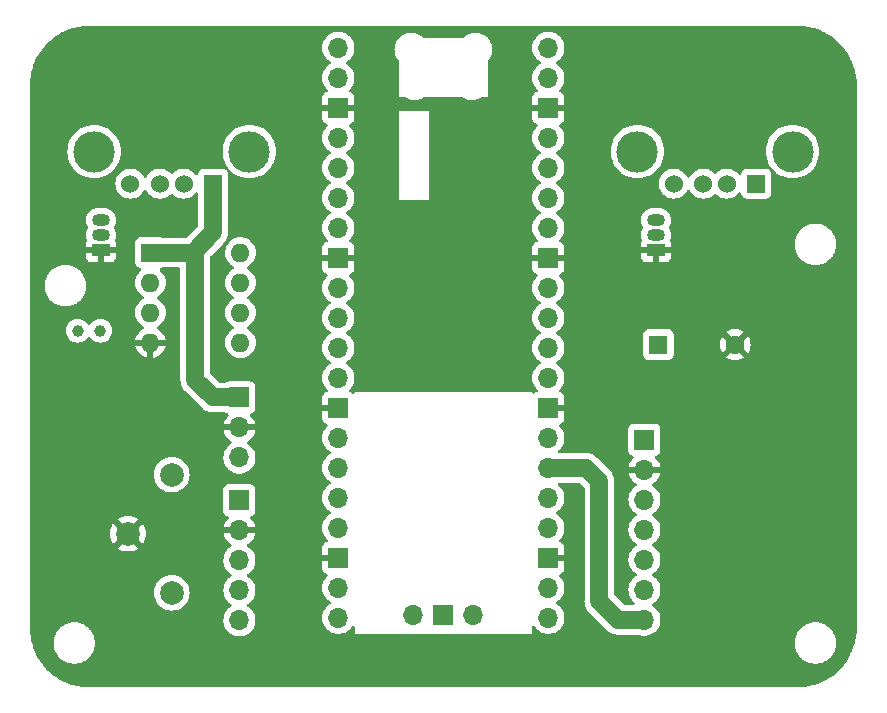
<source format=gbr>
G04 #@! TF.GenerationSoftware,KiCad,Pcbnew,7.0.7-2.fc38*
G04 #@! TF.CreationDate,2023-10-09T12:01:19+01:00*
G04 #@! TF.ProjectId,Main_PCB,4d61696e-5f50-4434-922e-6b696361645f,rev?*
G04 #@! TF.SameCoordinates,Original*
G04 #@! TF.FileFunction,Copper,L2,Bot*
G04 #@! TF.FilePolarity,Positive*
%FSLAX46Y46*%
G04 Gerber Fmt 4.6, Leading zero omitted, Abs format (unit mm)*
G04 Created by KiCad (PCBNEW 7.0.7-2.fc38) date 2023-10-09 12:01:19*
%MOMM*%
%LPD*%
G01*
G04 APERTURE LIST*
G04 #@! TA.AperFunction,ComponentPad*
%ADD10R,1.524000X1.524000*%
G04 #@! TD*
G04 #@! TA.AperFunction,ComponentPad*
%ADD11C,1.524000*%
G04 #@! TD*
G04 #@! TA.AperFunction,ComponentPad*
%ADD12C,3.500000*%
G04 #@! TD*
G04 #@! TA.AperFunction,ComponentPad*
%ADD13C,1.000000*%
G04 #@! TD*
G04 #@! TA.AperFunction,ComponentPad*
%ADD14R,1.600000X1.600000*%
G04 #@! TD*
G04 #@! TA.AperFunction,ComponentPad*
%ADD15C,1.600000*%
G04 #@! TD*
G04 #@! TA.AperFunction,ComponentPad*
%ADD16O,1.600000X1.600000*%
G04 #@! TD*
G04 #@! TA.AperFunction,ComponentPad*
%ADD17R,1.700000X1.700000*%
G04 #@! TD*
G04 #@! TA.AperFunction,ComponentPad*
%ADD18O,1.700000X1.700000*%
G04 #@! TD*
G04 #@! TA.AperFunction,ComponentPad*
%ADD19C,2.000000*%
G04 #@! TD*
G04 #@! TA.AperFunction,ComponentPad*
%ADD20R,1.500000X1.050000*%
G04 #@! TD*
G04 #@! TA.AperFunction,ComponentPad*
%ADD21O,1.500000X1.050000*%
G04 #@! TD*
G04 #@! TA.AperFunction,Conductor*
%ADD22C,1.500000*%
G04 #@! TD*
G04 APERTURE END LIST*
D10*
G04 #@! TO.P,J4,1,VBUS*
G04 #@! TO.N,+3.3V*
X123500000Y-57362500D03*
D11*
G04 #@! TO.P,J4,2,D-*
G04 #@! TO.N,unconnected-(J4-Pad2)*
X121000000Y-57362500D03*
G04 #@! TO.P,J4,3,D+*
G04 #@! TO.N,unconnected-(J4-Pad3)*
X119000000Y-57362500D03*
G04 #@! TO.P,J4,4,GND*
G04 #@! TO.N,Net-(J4-Pad4)*
X116500000Y-57362500D03*
D12*
G04 #@! TO.P,J4,5,Shield*
G04 #@! TO.N,unconnected-(J4-Pad5)*
X126570000Y-54652500D03*
X113430000Y-54652500D03*
G04 #@! TD*
D13*
G04 #@! TO.P,Y1,1,1*
G04 #@! TO.N,Net-(U2-Pad2)*
X112050000Y-69817742D03*
G04 #@! TO.P,Y1,2,2*
G04 #@! TO.N,Net-(U2-Pad3)*
X113950000Y-69817742D03*
G04 #@! TD*
D14*
G04 #@! TO.P,BZ1,1,-*
G04 #@! TO.N,PWM*
X161200000Y-71000000D03*
D15*
G04 #@! TO.P,BZ1,2,+*
G04 #@! TO.N,GND*
X167700000Y-71000000D03*
G04 #@! TD*
D14*
G04 #@! TO.P,U2,1,VCC2*
G04 #@! TO.N,+3.3V*
X118200000Y-63200000D03*
D16*
G04 #@! TO.P,U2,2,X1*
G04 #@! TO.N,Net-(U2-Pad2)*
X118200000Y-65740000D03*
G04 #@! TO.P,U2,3,X2*
G04 #@! TO.N,Net-(U2-Pad3)*
X118200000Y-68280000D03*
G04 #@! TO.P,U2,4,GND*
G04 #@! TO.N,GND*
X118200000Y-70820000D03*
G04 #@! TO.P,U2,5,CE*
G04 #@! TO.N,RTC_RST*
X125820000Y-70820000D03*
G04 #@! TO.P,U2,6,I/O*
G04 #@! TO.N,RTC_DAT*
X125820000Y-68280000D03*
G04 #@! TO.P,U2,7,SCLK*
G04 #@! TO.N,RTC_CLK*
X125820000Y-65740000D03*
G04 #@! TO.P,U2,8,VCC1*
G04 #@! TO.N,Net-(BT1-Pad1)*
X125820000Y-63200000D03*
G04 #@! TD*
D17*
G04 #@! TO.P,J3,1,Pin_1*
G04 #@! TO.N,+3.3V*
X125730000Y-84175000D03*
D18*
G04 #@! TO.P,J3,2,Pin_2*
G04 #@! TO.N,GND*
X125730000Y-86715000D03*
G04 #@! TO.P,J3,3,Pin_3*
G04 #@! TO.N,RIGHT_BUT*
X125730000Y-89255000D03*
G04 #@! TO.P,J3,4,Pin_4*
G04 #@! TO.N,MIDDLE_BUT*
X125730000Y-91795000D03*
G04 #@! TO.P,J3,5,Pin_5*
G04 #@! TO.N,LEFT_BUT*
X125730000Y-94335000D03*
G04 #@! TD*
G04 #@! TO.P,U1,1,GPIO0*
G04 #@! TO.N,unconnected-(U1-Pad1)*
X134110000Y-45870000D03*
G04 #@! TO.P,U1,2,GPIO1*
G04 #@! TO.N,unconnected-(U1-Pad2)*
X134110000Y-48410000D03*
D17*
G04 #@! TO.P,U1,3,GND*
G04 #@! TO.N,GND*
X134110000Y-50950000D03*
D18*
G04 #@! TO.P,U1,4,GPIO2*
G04 #@! TO.N,unconnected-(U1-Pad4)*
X134110000Y-53490000D03*
G04 #@! TO.P,U1,5,GPIO3*
G04 #@! TO.N,unconnected-(U1-Pad5)*
X134110000Y-56030000D03*
G04 #@! TO.P,U1,6,GPIO4*
G04 #@! TO.N,unconnected-(U1-Pad6)*
X134110000Y-58570000D03*
G04 #@! TO.P,U1,7,GPIO5*
G04 #@! TO.N,USB1*
X134110000Y-61110000D03*
D17*
G04 #@! TO.P,U1,8,GND*
G04 #@! TO.N,GND*
X134110000Y-63650000D03*
D18*
G04 #@! TO.P,U1,9,GPIO6*
G04 #@! TO.N,RTC_CLK*
X134110000Y-66190000D03*
G04 #@! TO.P,U1,10,GPIO7*
G04 #@! TO.N,RTC_DAT*
X134110000Y-68730000D03*
G04 #@! TO.P,U1,11,GPIO8*
G04 #@! TO.N,RTC_RST*
X134110000Y-71270000D03*
G04 #@! TO.P,U1,12,GPIO9*
G04 #@! TO.N,unconnected-(U1-Pad12)*
X134110000Y-73810000D03*
D17*
G04 #@! TO.P,U1,13,GND*
G04 #@! TO.N,GND*
X134110000Y-76350000D03*
D18*
G04 #@! TO.P,U1,14,GPIO10*
G04 #@! TO.N,unconnected-(U1-Pad14)*
X134110000Y-78890000D03*
G04 #@! TO.P,U1,15,GPIO11*
G04 #@! TO.N,LIGHT*
X134110000Y-81430000D03*
G04 #@! TO.P,U1,16,GPIO12*
G04 #@! TO.N,unconnected-(U1-Pad16)*
X134110000Y-83970000D03*
G04 #@! TO.P,U1,17,GPIO13*
G04 #@! TO.N,RIGHT_BUT*
X134110000Y-86510000D03*
D17*
G04 #@! TO.P,U1,18,GND*
G04 #@! TO.N,GND*
X134110000Y-89050000D03*
D18*
G04 #@! TO.P,U1,19,GPIO14*
G04 #@! TO.N,MIDDLE_BUT*
X134110000Y-91590000D03*
G04 #@! TO.P,U1,20,GPIO15*
G04 #@! TO.N,LEFT_BUT*
X134110000Y-94130000D03*
G04 #@! TO.P,U1,21,GPIO16*
G04 #@! TO.N,OLED_CS*
X151890000Y-94130000D03*
G04 #@! TO.P,U1,22,GPIO17*
G04 #@! TO.N,OLED_DC*
X151890000Y-91590000D03*
D17*
G04 #@! TO.P,U1,23,GND*
G04 #@! TO.N,GND*
X151890000Y-89050000D03*
D18*
G04 #@! TO.P,U1,24,GPIO18*
G04 #@! TO.N,OLED_CLK*
X151890000Y-86510000D03*
G04 #@! TO.P,U1,25,GPIO19*
G04 #@! TO.N,OLED_DIN*
X151890000Y-83970000D03*
G04 #@! TO.P,U1,26,GPIO20*
G04 #@! TO.N,OLED_RST*
X151890000Y-81430000D03*
G04 #@! TO.P,U1,27,GPIO21*
G04 #@! TO.N,unconnected-(U1-Pad27)*
X151890000Y-78890000D03*
D17*
G04 #@! TO.P,U1,28,GND*
G04 #@! TO.N,GND*
X151890000Y-76350000D03*
D18*
G04 #@! TO.P,U1,29,GPIO22*
G04 #@! TO.N,PWM*
X151890000Y-73810000D03*
G04 #@! TO.P,U1,30,RUN*
G04 #@! TO.N,unconnected-(U1-Pad30)*
X151890000Y-71270000D03*
G04 #@! TO.P,U1,31,GPIO26_ADC0*
G04 #@! TO.N,unconnected-(U1-Pad31)*
X151890000Y-68730000D03*
G04 #@! TO.P,U1,32,GPIO27_ADC1*
G04 #@! TO.N,unconnected-(U1-Pad32)*
X151890000Y-66190000D03*
D17*
G04 #@! TO.P,U1,33,AGND*
G04 #@! TO.N,GND*
X151890000Y-63650000D03*
D18*
G04 #@! TO.P,U1,34,GPIO28_ADC2*
G04 #@! TO.N,USB2*
X151890000Y-61110000D03*
G04 #@! TO.P,U1,35,ADC_VREF*
G04 #@! TO.N,unconnected-(U1-Pad35)*
X151890000Y-58570000D03*
G04 #@! TO.P,U1,36,3V3*
G04 #@! TO.N,+3.3V*
X151890000Y-56030000D03*
G04 #@! TO.P,U1,37,3V3_EN*
G04 #@! TO.N,unconnected-(U1-Pad37)*
X151890000Y-53490000D03*
D17*
G04 #@! TO.P,U1,38,GND*
G04 #@! TO.N,GND*
X151890000Y-50950000D03*
D18*
G04 #@! TO.P,U1,39,VSYS*
G04 #@! TO.N,unconnected-(U1-Pad39)*
X151890000Y-48410000D03*
G04 #@! TO.P,U1,40,VBUS*
G04 #@! TO.N,unconnected-(U1-Pad40)*
X151890000Y-45870000D03*
G04 #@! TO.P,U1,41,SWCLK*
G04 #@! TO.N,unconnected-(U1-Pad41)*
X140460000Y-93900000D03*
D17*
G04 #@! TO.P,U1,42,GND*
G04 #@! TO.N,unconnected-(U1-Pad42)*
X143000000Y-93900000D03*
D18*
G04 #@! TO.P,U1,43,SWDIO*
G04 #@! TO.N,unconnected-(U1-Pad43)*
X145540000Y-93900000D03*
G04 #@! TD*
D19*
G04 #@! TO.P,BT1,1,+*
G04 #@! TO.N,Net-(BT1-Pad1)*
X120000000Y-92000000D03*
X120000000Y-82000000D03*
G04 #@! TO.P,BT1,2,-*
G04 #@! TO.N,GND*
X116300000Y-87000000D03*
G04 #@! TD*
D10*
G04 #@! TO.P,J5,1,VBUS*
G04 #@! TO.N,+3.3V*
X169500000Y-57362500D03*
D11*
G04 #@! TO.P,J5,2,D-*
G04 #@! TO.N,unconnected-(J5-Pad2)*
X167000000Y-57362500D03*
G04 #@! TO.P,J5,3,D+*
G04 #@! TO.N,unconnected-(J5-Pad3)*
X165000000Y-57362500D03*
G04 #@! TO.P,J5,4,GND*
G04 #@! TO.N,Net-(J5-Pad4)*
X162500000Y-57362500D03*
D12*
G04 #@! TO.P,J5,5,Shield*
G04 #@! TO.N,unconnected-(J5-Pad5)*
X159430000Y-54652500D03*
X172570000Y-54652500D03*
G04 #@! TD*
D20*
G04 #@! TO.P,Q1,1,E*
G04 #@! TO.N,GND*
X114000000Y-63000000D03*
D21*
G04 #@! TO.P,Q1,2,B*
G04 #@! TO.N,USB1*
X114000000Y-61730000D03*
G04 #@! TO.P,Q1,3,C*
G04 #@! TO.N,Net-(J4-Pad4)*
X114000000Y-60460000D03*
G04 #@! TD*
D17*
G04 #@! TO.P,J1,1,Pin_1*
G04 #@! TO.N,+3.3V*
X125730000Y-75475000D03*
D18*
G04 #@! TO.P,J1,2,Pin_2*
G04 #@! TO.N,GND*
X125730000Y-78015000D03*
G04 #@! TO.P,J1,3,Pin_3*
G04 #@! TO.N,LIGHT*
X125730000Y-80555000D03*
G04 #@! TD*
D17*
G04 #@! TO.P,J2,1,Pin_1*
G04 #@! TO.N,+3.3V*
X160020000Y-79047500D03*
D18*
G04 #@! TO.P,J2,2,Pin_2*
G04 #@! TO.N,GND*
X160020000Y-81587500D03*
G04 #@! TO.P,J2,3,Pin_3*
G04 #@! TO.N,OLED_DIN*
X160020000Y-84127500D03*
G04 #@! TO.P,J2,4,Pin_4*
G04 #@! TO.N,OLED_CLK*
X160020000Y-86667500D03*
G04 #@! TO.P,J2,5,Pin_5*
G04 #@! TO.N,OLED_CS*
X160020000Y-89207500D03*
G04 #@! TO.P,J2,6,Pin_6*
G04 #@! TO.N,OLED_DC*
X160020000Y-91747500D03*
G04 #@! TO.P,J2,7,Pin_7*
G04 #@! TO.N,OLED_RST*
X160020000Y-94287500D03*
G04 #@! TD*
D20*
G04 #@! TO.P,Q2,1,E*
G04 #@! TO.N,GND*
X161000000Y-63000000D03*
D21*
G04 #@! TO.P,Q2,2,B*
G04 #@! TO.N,USB2*
X161000000Y-61730000D03*
G04 #@! TO.P,Q2,3,C*
G04 #@! TO.N,Net-(J5-Pad4)*
X161000000Y-60460000D03*
G04 #@! TD*
D22*
G04 #@! TO.N,+3.3V*
X123500000Y-61500000D02*
X123500000Y-57362500D01*
X122000000Y-74000000D02*
X123475000Y-75475000D01*
X118200000Y-63200000D02*
X121800000Y-63200000D01*
X122000000Y-74000000D02*
X122000000Y-63400000D01*
X122000000Y-63400000D02*
X121800000Y-63200000D01*
X123475000Y-75475000D02*
X125730000Y-75475000D01*
X121800000Y-63200000D02*
X123500000Y-61500000D01*
G04 #@! TO.N,OLED_RST*
X156210000Y-82550000D02*
X156210000Y-92710000D01*
X155090000Y-81430000D02*
X156210000Y-82550000D01*
X157787500Y-94287500D02*
X160020000Y-94287500D01*
X156210000Y-92710000D02*
X157787500Y-94287500D01*
X151890000Y-81430000D02*
X155090000Y-81430000D01*
G04 #@! TD*
G04 #@! TA.AperFunction,Conductor*
G04 #@! TO.N,GND*
G36*
X173217318Y-44009488D02*
G01*
X173415917Y-44018159D01*
X173420889Y-44018577D01*
X173636792Y-44045489D01*
X173792060Y-44065931D01*
X173837233Y-44071879D01*
X173841936Y-44072680D01*
X174054183Y-44117183D01*
X174252516Y-44161153D01*
X174256799Y-44162263D01*
X174464544Y-44224112D01*
X174658634Y-44285309D01*
X174662565Y-44286695D01*
X174723716Y-44310555D01*
X174864457Y-44365472D01*
X175052741Y-44443463D01*
X175056288Y-44445063D01*
X175176345Y-44503755D01*
X175250992Y-44540248D01*
X175266950Y-44548555D01*
X175431977Y-44634462D01*
X175435121Y-44636214D01*
X175522149Y-44688072D01*
X175621382Y-44747202D01*
X175793631Y-44856937D01*
X175796390Y-44858798D01*
X175972918Y-44984837D01*
X176135085Y-45109272D01*
X176137450Y-45111179D01*
X176303055Y-45251439D01*
X176408928Y-45348453D01*
X176454895Y-45390574D01*
X176609425Y-45545104D01*
X176701534Y-45645624D01*
X176748555Y-45696938D01*
X176752992Y-45702177D01*
X176888819Y-45862548D01*
X176890726Y-45864913D01*
X177015162Y-46027081D01*
X177141200Y-46203608D01*
X177143061Y-46206367D01*
X177252797Y-46378617D01*
X177363779Y-46564870D01*
X177365540Y-46568029D01*
X177459751Y-46749007D01*
X177554929Y-46943696D01*
X177556535Y-46947257D01*
X177634536Y-47135566D01*
X177713303Y-47337433D01*
X177714697Y-47341390D01*
X177775899Y-47535496D01*
X177837729Y-47743179D01*
X177838855Y-47747521D01*
X177882818Y-47945826D01*
X177927317Y-48158058D01*
X177928119Y-48162764D01*
X177954524Y-48363319D01*
X177981417Y-48579067D01*
X177981841Y-48584114D01*
X177990513Y-48782728D01*
X177999500Y-49000000D01*
X177999500Y-95000000D01*
X177990513Y-95217271D01*
X177981841Y-95415884D01*
X177981417Y-95420931D01*
X177954524Y-95636680D01*
X177928119Y-95837234D01*
X177927317Y-95841940D01*
X177882818Y-96054173D01*
X177838855Y-96252477D01*
X177837729Y-96256819D01*
X177775899Y-96464503D01*
X177714697Y-96658608D01*
X177713303Y-96662565D01*
X177634536Y-96864433D01*
X177556535Y-97052741D01*
X177554929Y-97056302D01*
X177459751Y-97250992D01*
X177365540Y-97431969D01*
X177363779Y-97435128D01*
X177252797Y-97621382D01*
X177143061Y-97793631D01*
X177141200Y-97796389D01*
X177015162Y-97972918D01*
X176890726Y-98135085D01*
X176888819Y-98137450D01*
X176748557Y-98303058D01*
X176609425Y-98454895D01*
X176454895Y-98609425D01*
X176303058Y-98748557D01*
X176137450Y-98888819D01*
X176135085Y-98890726D01*
X175972918Y-99015162D01*
X175796389Y-99141200D01*
X175793631Y-99143061D01*
X175621382Y-99252797D01*
X175435128Y-99363779D01*
X175431969Y-99365540D01*
X175250992Y-99459751D01*
X175056302Y-99554929D01*
X175052741Y-99556535D01*
X174864433Y-99634536D01*
X174662565Y-99713303D01*
X174658608Y-99714697D01*
X174464503Y-99775899D01*
X174256819Y-99837729D01*
X174252477Y-99838855D01*
X174054173Y-99882818D01*
X173841940Y-99927317D01*
X173837234Y-99928119D01*
X173636680Y-99954524D01*
X173420931Y-99981417D01*
X173415884Y-99981841D01*
X173217271Y-99990513D01*
X173000000Y-99999500D01*
X113000000Y-99999500D01*
X112782728Y-99990513D01*
X112584114Y-99981841D01*
X112579067Y-99981417D01*
X112363319Y-99954524D01*
X112162764Y-99928119D01*
X112158058Y-99927317D01*
X111945826Y-99882818D01*
X111747521Y-99838855D01*
X111743179Y-99837729D01*
X111535496Y-99775899D01*
X111341390Y-99714697D01*
X111337433Y-99713303D01*
X111135566Y-99634536D01*
X110947257Y-99556535D01*
X110943696Y-99554929D01*
X110749007Y-99459751D01*
X110568029Y-99365540D01*
X110564870Y-99363779D01*
X110378617Y-99252797D01*
X110206367Y-99143061D01*
X110203608Y-99141200D01*
X110027081Y-99015162D01*
X109864913Y-98890726D01*
X109862548Y-98888819D01*
X109696940Y-98748557D01*
X109545104Y-98609425D01*
X109390574Y-98454895D01*
X109251442Y-98303059D01*
X109111179Y-98137450D01*
X109109272Y-98135085D01*
X108984837Y-97972918D01*
X108917469Y-97878564D01*
X108858794Y-97796384D01*
X108856937Y-97793631D01*
X108747202Y-97621382D01*
X108696562Y-97536397D01*
X108636214Y-97435121D01*
X108634458Y-97431969D01*
X108540248Y-97250992D01*
X108505185Y-97179272D01*
X108445063Y-97056288D01*
X108443463Y-97052741D01*
X108386822Y-96915998D01*
X108365463Y-96864433D01*
X108288530Y-96667269D01*
X108286695Y-96662565D01*
X108285309Y-96658634D01*
X108224100Y-96464503D01*
X108162263Y-96256799D01*
X108161153Y-96252516D01*
X108160595Y-96249999D01*
X109994592Y-96249999D01*
X110002271Y-96352472D01*
X110002447Y-96357182D01*
X110002447Y-96373930D01*
X110001462Y-96377282D01*
X110001878Y-96382834D01*
X110003492Y-96387910D01*
X110005990Y-96404477D01*
X110006517Y-96409160D01*
X110010666Y-96464503D01*
X110014198Y-96511630D01*
X110014198Y-96511634D01*
X110014199Y-96511635D01*
X110037060Y-96611797D01*
X110037934Y-96616415D01*
X110038981Y-96623350D01*
X110040437Y-96633012D01*
X110039963Y-96636473D01*
X110041201Y-96641897D01*
X110043553Y-96646675D01*
X110048500Y-96662711D01*
X110049719Y-96667262D01*
X110069169Y-96752472D01*
X110072580Y-96767416D01*
X110110120Y-96863066D01*
X110111677Y-96867516D01*
X110116616Y-96883529D01*
X110116663Y-96887016D01*
X110118698Y-96892200D01*
X110121736Y-96896575D01*
X110129007Y-96911674D01*
X110130892Y-96915994D01*
X110168428Y-97011636D01*
X110168431Y-97011642D01*
X110168432Y-97011643D01*
X110219808Y-97100629D01*
X110222007Y-97104791D01*
X110229280Y-97119892D01*
X110229847Y-97123336D01*
X110232630Y-97128156D01*
X110236290Y-97132033D01*
X110241831Y-97140161D01*
X110245731Y-97145882D01*
X110248237Y-97149871D01*
X110299611Y-97238853D01*
X110299615Y-97238859D01*
X110363667Y-97319177D01*
X110366464Y-97322968D01*
X110375917Y-97336832D01*
X110376991Y-97340153D01*
X110380457Y-97344499D01*
X110384649Y-97347783D01*
X110396066Y-97360087D01*
X110399140Y-97363659D01*
X110463195Y-97443981D01*
X110538517Y-97513869D01*
X110541850Y-97517202D01*
X110553250Y-97529489D01*
X110554803Y-97532606D01*
X110558889Y-97536397D01*
X110563517Y-97539016D01*
X110567588Y-97542262D01*
X110576645Y-97549484D01*
X110580185Y-97552532D01*
X110655521Y-97622433D01*
X110740410Y-97680309D01*
X110744195Y-97683103D01*
X110757313Y-97693564D01*
X110759317Y-97696420D01*
X110763906Y-97699549D01*
X110768880Y-97701451D01*
X110768894Y-97701459D01*
X110783408Y-97709838D01*
X110787395Y-97712343D01*
X110872296Y-97770228D01*
X110964894Y-97814820D01*
X110969028Y-97817006D01*
X110972628Y-97819084D01*
X110983559Y-97825397D01*
X110985965Y-97827921D01*
X110990968Y-97830330D01*
X110996174Y-97831472D01*
X111011796Y-97837603D01*
X111016106Y-97839483D01*
X111108677Y-97884063D01*
X111206879Y-97914354D01*
X111211291Y-97915898D01*
X111226919Y-97922031D01*
X111229672Y-97924167D01*
X111234996Y-97925809D01*
X111240307Y-97926160D01*
X111256665Y-97929894D01*
X111261184Y-97931105D01*
X111359385Y-97961396D01*
X111460999Y-97976712D01*
X111465589Y-97977580D01*
X111481969Y-97981318D01*
X111485011Y-97983020D01*
X111490505Y-97983848D01*
X111495815Y-97983405D01*
X111512556Y-97984660D01*
X111517183Y-97985180D01*
X111618818Y-98000500D01*
X111721561Y-98000500D01*
X111726264Y-98000676D01*
X111731124Y-98001039D01*
X111743009Y-98001930D01*
X111746272Y-98003160D01*
X111751817Y-98003160D01*
X111757001Y-98001929D01*
X111764720Y-98001350D01*
X111773728Y-98000676D01*
X111778436Y-98000500D01*
X111881182Y-98000500D01*
X111982840Y-97985177D01*
X111987414Y-97984661D01*
X112004196Y-97983404D01*
X112007603Y-97984133D01*
X112013091Y-97983306D01*
X112018033Y-97981318D01*
X112034425Y-97977576D01*
X112038969Y-97976716D01*
X112140615Y-97961396D01*
X112238840Y-97931097D01*
X112243315Y-97929898D01*
X112259695Y-97926160D01*
X112263172Y-97926373D01*
X112268489Y-97924733D01*
X112273070Y-97922035D01*
X112288717Y-97915895D01*
X112293111Y-97914357D01*
X112391323Y-97884063D01*
X112483915Y-97839472D01*
X112488200Y-97837603D01*
X112491087Y-97836470D01*
X112503828Y-97831471D01*
X112507299Y-97831163D01*
X112512305Y-97828752D01*
X112516443Y-97825394D01*
X112530991Y-97816995D01*
X112535093Y-97814826D01*
X112627704Y-97770228D01*
X112712626Y-97712328D01*
X112716560Y-97709856D01*
X112731108Y-97701457D01*
X112734498Y-97700634D01*
X112739092Y-97697502D01*
X112742681Y-97693568D01*
X112747410Y-97689796D01*
X112755810Y-97683097D01*
X112759558Y-97680330D01*
X112844479Y-97622433D01*
X112919826Y-97552520D01*
X112923341Y-97549495D01*
X112936483Y-97539015D01*
X112939703Y-97537700D01*
X112943786Y-97533911D01*
X112946740Y-97529498D01*
X112958178Y-97517171D01*
X112961449Y-97513900D01*
X113036805Y-97443981D01*
X113100888Y-97363623D01*
X113103921Y-97360098D01*
X113110043Y-97353500D01*
X113115347Y-97347785D01*
X113118343Y-97346000D01*
X113121807Y-97341656D01*
X113124083Y-97336827D01*
X113133527Y-97322976D01*
X113136312Y-97319202D01*
X113200386Y-97238857D01*
X113251768Y-97149860D01*
X113254253Y-97145903D01*
X113263710Y-97132032D01*
X113266406Y-97129822D01*
X113269189Y-97125001D01*
X113270716Y-97119898D01*
X113278000Y-97104772D01*
X113280186Y-97100638D01*
X113331568Y-97011643D01*
X113369122Y-96915954D01*
X113370973Y-96911713D01*
X113378233Y-96896638D01*
X113380579Y-96894036D01*
X113382634Y-96888802D01*
X113383384Y-96883529D01*
X113388331Y-96867488D01*
X113389868Y-96863095D01*
X113427420Y-96767416D01*
X113450290Y-96667216D01*
X113451497Y-96662713D01*
X113456446Y-96646671D01*
X113458370Y-96643763D01*
X113459606Y-96638350D01*
X113459562Y-96633015D01*
X113462063Y-96616424D01*
X113462929Y-96611840D01*
X113485802Y-96511630D01*
X113493482Y-96409142D01*
X113494006Y-96404492D01*
X113497271Y-96382834D01*
X113498169Y-96376879D01*
X113498169Y-96376874D01*
X113498344Y-96375711D01*
X113497727Y-96371600D01*
X113498171Y-96347859D01*
X113498331Y-96344430D01*
X113505408Y-96250000D01*
X113505408Y-96249999D01*
X172744592Y-96249999D01*
X172752271Y-96352472D01*
X172752447Y-96357182D01*
X172752447Y-96373930D01*
X172751462Y-96377282D01*
X172751878Y-96382835D01*
X172753492Y-96387910D01*
X172755990Y-96404477D01*
X172756517Y-96409160D01*
X172760666Y-96464503D01*
X172764198Y-96511630D01*
X172764198Y-96511634D01*
X172764199Y-96511635D01*
X172787060Y-96611797D01*
X172787934Y-96616415D01*
X172788981Y-96623350D01*
X172790437Y-96633012D01*
X172789963Y-96636473D01*
X172791201Y-96641897D01*
X172793553Y-96646675D01*
X172798500Y-96662711D01*
X172799719Y-96667262D01*
X172819169Y-96752472D01*
X172822580Y-96767416D01*
X172860120Y-96863066D01*
X172861677Y-96867516D01*
X172866616Y-96883529D01*
X172866663Y-96887016D01*
X172868698Y-96892200D01*
X172871736Y-96896575D01*
X172879007Y-96911674D01*
X172880892Y-96915994D01*
X172918428Y-97011636D01*
X172918431Y-97011642D01*
X172918432Y-97011643D01*
X172969808Y-97100629D01*
X172972007Y-97104791D01*
X172979280Y-97119892D01*
X172979847Y-97123336D01*
X172982630Y-97128156D01*
X172986290Y-97132033D01*
X172991831Y-97140161D01*
X172995731Y-97145882D01*
X172998237Y-97149871D01*
X173049611Y-97238853D01*
X173049615Y-97238859D01*
X173113667Y-97319177D01*
X173116464Y-97322968D01*
X173125917Y-97336832D01*
X173126991Y-97340153D01*
X173130457Y-97344499D01*
X173134649Y-97347783D01*
X173146066Y-97360087D01*
X173149140Y-97363659D01*
X173213195Y-97443981D01*
X173288517Y-97513869D01*
X173291850Y-97517202D01*
X173303250Y-97529489D01*
X173304803Y-97532606D01*
X173308889Y-97536397D01*
X173313517Y-97539016D01*
X173317588Y-97542262D01*
X173326645Y-97549484D01*
X173330185Y-97552532D01*
X173405521Y-97622433D01*
X173490410Y-97680309D01*
X173494195Y-97683103D01*
X173507313Y-97693564D01*
X173509317Y-97696420D01*
X173513906Y-97699549D01*
X173518880Y-97701451D01*
X173518894Y-97701459D01*
X173533408Y-97709838D01*
X173537395Y-97712343D01*
X173622296Y-97770228D01*
X173714894Y-97814820D01*
X173719028Y-97817006D01*
X173722628Y-97819084D01*
X173733559Y-97825397D01*
X173735965Y-97827921D01*
X173740968Y-97830330D01*
X173746174Y-97831472D01*
X173761796Y-97837603D01*
X173766106Y-97839483D01*
X173858677Y-97884063D01*
X173956879Y-97914354D01*
X173961291Y-97915898D01*
X173976919Y-97922031D01*
X173979672Y-97924167D01*
X173984996Y-97925809D01*
X173990307Y-97926160D01*
X174006665Y-97929894D01*
X174011184Y-97931105D01*
X174109385Y-97961396D01*
X174210999Y-97976712D01*
X174215589Y-97977580D01*
X174231969Y-97981318D01*
X174235011Y-97983020D01*
X174240505Y-97983848D01*
X174245815Y-97983405D01*
X174262556Y-97984660D01*
X174267183Y-97985180D01*
X174368818Y-98000500D01*
X174471561Y-98000500D01*
X174476264Y-98000676D01*
X174481124Y-98001039D01*
X174493009Y-98001930D01*
X174496272Y-98003160D01*
X174501817Y-98003160D01*
X174507001Y-98001929D01*
X174514720Y-98001350D01*
X174523728Y-98000676D01*
X174528436Y-98000500D01*
X174631182Y-98000500D01*
X174732840Y-97985177D01*
X174737414Y-97984661D01*
X174754196Y-97983404D01*
X174757603Y-97984133D01*
X174763091Y-97983306D01*
X174768033Y-97981318D01*
X174784425Y-97977576D01*
X174788969Y-97976716D01*
X174890615Y-97961396D01*
X174988840Y-97931097D01*
X174993315Y-97929898D01*
X175009695Y-97926160D01*
X175013172Y-97926373D01*
X175018489Y-97924733D01*
X175023070Y-97922035D01*
X175038717Y-97915895D01*
X175043111Y-97914357D01*
X175141323Y-97884063D01*
X175233915Y-97839472D01*
X175238200Y-97837603D01*
X175241087Y-97836470D01*
X175253828Y-97831471D01*
X175257299Y-97831163D01*
X175262305Y-97828752D01*
X175266443Y-97825394D01*
X175280991Y-97816995D01*
X175285093Y-97814826D01*
X175377704Y-97770228D01*
X175462626Y-97712328D01*
X175466560Y-97709856D01*
X175481108Y-97701457D01*
X175484498Y-97700634D01*
X175489092Y-97697502D01*
X175492681Y-97693568D01*
X175497410Y-97689796D01*
X175505810Y-97683097D01*
X175509558Y-97680330D01*
X175594479Y-97622433D01*
X175669826Y-97552520D01*
X175673341Y-97549495D01*
X175686483Y-97539015D01*
X175689703Y-97537700D01*
X175693786Y-97533911D01*
X175696740Y-97529498D01*
X175708178Y-97517171D01*
X175711449Y-97513900D01*
X175786805Y-97443981D01*
X175850888Y-97363623D01*
X175853921Y-97360098D01*
X175860043Y-97353500D01*
X175865347Y-97347785D01*
X175868343Y-97346000D01*
X175871807Y-97341656D01*
X175874083Y-97336827D01*
X175883527Y-97322976D01*
X175886312Y-97319202D01*
X175950386Y-97238857D01*
X176001768Y-97149860D01*
X176004253Y-97145903D01*
X176013710Y-97132032D01*
X176016406Y-97129822D01*
X176019189Y-97125001D01*
X176020716Y-97119898D01*
X176028000Y-97104772D01*
X176030186Y-97100638D01*
X176081568Y-97011643D01*
X176119122Y-96915954D01*
X176120973Y-96911713D01*
X176128233Y-96896638D01*
X176130579Y-96894036D01*
X176132634Y-96888802D01*
X176133384Y-96883529D01*
X176138331Y-96867488D01*
X176139868Y-96863095D01*
X176177420Y-96767416D01*
X176200290Y-96667216D01*
X176201497Y-96662713D01*
X176206446Y-96646671D01*
X176208370Y-96643763D01*
X176209606Y-96638350D01*
X176209562Y-96633015D01*
X176212063Y-96616424D01*
X176212929Y-96611840D01*
X176235802Y-96511630D01*
X176243482Y-96409142D01*
X176244006Y-96404492D01*
X176247271Y-96382834D01*
X176248169Y-96376879D01*
X176248169Y-96376874D01*
X176248344Y-96375711D01*
X176247727Y-96371600D01*
X176248171Y-96347859D01*
X176248331Y-96344430D01*
X176255408Y-96250000D01*
X176248331Y-96155574D01*
X176248171Y-96152137D01*
X176247727Y-96128400D01*
X176248524Y-96125486D01*
X176247553Y-96119044D01*
X176247553Y-96119039D01*
X176244005Y-96095501D01*
X176243482Y-96090863D01*
X176235802Y-95988370D01*
X176212928Y-95888155D01*
X176212065Y-95883591D01*
X176209562Y-95866985D01*
X176210035Y-95863527D01*
X176208798Y-95858105D01*
X176206444Y-95853320D01*
X176201496Y-95837277D01*
X176200280Y-95832743D01*
X176177420Y-95732584D01*
X176139869Y-95636907D01*
X176138335Y-95632523D01*
X176133381Y-95616464D01*
X176133334Y-95612981D01*
X176131299Y-95607796D01*
X176128258Y-95603414D01*
X176120987Y-95588314D01*
X176119104Y-95583997D01*
X176081573Y-95488367D01*
X176081569Y-95488360D01*
X176081568Y-95488357D01*
X176030180Y-95399351D01*
X176027996Y-95395217D01*
X176020717Y-95380102D01*
X176020151Y-95376663D01*
X176017366Y-95371840D01*
X176013707Y-95367962D01*
X176004269Y-95354118D01*
X176001762Y-95350128D01*
X175950388Y-95261146D01*
X175950383Y-95261139D01*
X175937146Y-95244541D01*
X175886313Y-95180798D01*
X175883532Y-95177029D01*
X175874079Y-95163165D01*
X175873004Y-95159843D01*
X175869544Y-95155503D01*
X175865348Y-95152215D01*
X175853931Y-95139911D01*
X175850864Y-95136347D01*
X175786805Y-95056019D01*
X175786804Y-95056018D01*
X175786803Y-95056016D01*
X175725892Y-94999500D01*
X175711477Y-94986125D01*
X175708148Y-94982796D01*
X175696748Y-94970509D01*
X175695194Y-94967392D01*
X175691111Y-94963603D01*
X175686475Y-94960978D01*
X175673369Y-94950526D01*
X175669807Y-94947461D01*
X175594479Y-94877567D01*
X175594475Y-94877564D01*
X175594469Y-94877559D01*
X175509588Y-94819688D01*
X175505797Y-94816890D01*
X175492683Y-94806432D01*
X175490679Y-94803577D01*
X175486095Y-94800452D01*
X175481111Y-94798544D01*
X175466580Y-94790155D01*
X175462601Y-94787654D01*
X175377704Y-94729772D01*
X175377700Y-94729770D01*
X175285127Y-94685188D01*
X175280964Y-94682988D01*
X175266451Y-94674609D01*
X175264040Y-94672080D01*
X175259030Y-94669667D01*
X175253822Y-94668525D01*
X175238193Y-94662390D01*
X175233875Y-94660507D01*
X175141319Y-94615935D01*
X175141314Y-94615933D01*
X175048244Y-94587226D01*
X175043139Y-94585651D01*
X175038689Y-94584094D01*
X175023071Y-94577964D01*
X175020316Y-94575828D01*
X175015011Y-94574191D01*
X175009692Y-94573838D01*
X174996054Y-94570725D01*
X174993288Y-94570092D01*
X174988774Y-94568881D01*
X174890620Y-94538605D01*
X174890616Y-94538604D01*
X174890615Y-94538604D01*
X174865690Y-94534847D01*
X174789007Y-94523288D01*
X174784384Y-94522413D01*
X174777952Y-94520945D01*
X174768032Y-94518681D01*
X174764985Y-94516976D01*
X174759503Y-94516150D01*
X174754191Y-94516593D01*
X174737453Y-94515339D01*
X174732769Y-94514811D01*
X174661221Y-94504027D01*
X174631182Y-94499500D01*
X174528423Y-94499500D01*
X174523714Y-94499324D01*
X174522632Y-94499243D01*
X174507007Y-94498071D01*
X174503749Y-94496843D01*
X174498170Y-94496843D01*
X174492992Y-94498071D01*
X174478197Y-94499180D01*
X174476285Y-94499324D01*
X174471577Y-94499500D01*
X174368818Y-94499500D01*
X174354455Y-94501664D01*
X174267226Y-94514811D01*
X174262543Y-94515339D01*
X174245807Y-94516593D01*
X174242397Y-94515863D01*
X174236913Y-94516689D01*
X174231962Y-94518682D01*
X174215619Y-94522412D01*
X174210989Y-94523288D01*
X174109390Y-94538602D01*
X174109383Y-94538604D01*
X174011195Y-94568889D01*
X174006646Y-94570108D01*
X173994717Y-94572831D01*
X173990310Y-94573837D01*
X173986828Y-94573623D01*
X173981512Y-94575263D01*
X173976918Y-94577968D01*
X173961297Y-94584098D01*
X173956850Y-94585654D01*
X173858679Y-94615935D01*
X173858674Y-94615937D01*
X173766111Y-94660512D01*
X173761794Y-94662396D01*
X173746174Y-94668526D01*
X173742699Y-94668833D01*
X173737696Y-94671243D01*
X173733552Y-94674606D01*
X173719034Y-94682988D01*
X173714869Y-94685189D01*
X173622297Y-94729771D01*
X173537398Y-94787654D01*
X173533405Y-94790162D01*
X173525792Y-94794557D01*
X173518892Y-94798541D01*
X173515497Y-94799364D01*
X173510906Y-94802494D01*
X173507315Y-94806432D01*
X173494187Y-94816901D01*
X173490397Y-94819698D01*
X173405530Y-94877559D01*
X173405521Y-94877566D01*
X173330198Y-94947454D01*
X173326629Y-94950526D01*
X173313526Y-94960976D01*
X173310297Y-94962294D01*
X173306210Y-94966086D01*
X173303247Y-94970514D01*
X173291842Y-94982804D01*
X173288512Y-94986133D01*
X173213199Y-95056014D01*
X173149148Y-95136331D01*
X173146071Y-95139906D01*
X173134645Y-95152218D01*
X173131653Y-95153999D01*
X173128195Y-95158335D01*
X173125922Y-95163160D01*
X173116471Y-95177023D01*
X173113672Y-95180816D01*
X173049614Y-95261142D01*
X173049612Y-95261144D01*
X172998231Y-95350139D01*
X172995722Y-95354131D01*
X172986286Y-95367970D01*
X172983590Y-95370179D01*
X172980806Y-95375002D01*
X172979279Y-95380108D01*
X172972010Y-95395201D01*
X172969810Y-95399365D01*
X172918433Y-95488354D01*
X172880892Y-95584005D01*
X172879007Y-95588324D01*
X172871736Y-95603423D01*
X172869399Y-95606011D01*
X172867363Y-95611197D01*
X172866615Y-95616472D01*
X172861673Y-95632491D01*
X172860117Y-95636939D01*
X172839785Y-95688744D01*
X172822580Y-95732584D01*
X172822578Y-95732588D01*
X172822578Y-95732591D01*
X172799720Y-95832733D01*
X172798500Y-95837286D01*
X172793551Y-95853328D01*
X172791626Y-95856234D01*
X172790390Y-95861650D01*
X172790436Y-95866985D01*
X172787937Y-95883568D01*
X172787061Y-95888200D01*
X172764198Y-95988368D01*
X172764197Y-95988375D01*
X172756517Y-96090837D01*
X172755990Y-96095520D01*
X172753493Y-96112086D01*
X172752022Y-96115248D01*
X172751606Y-96120799D01*
X172752447Y-96126068D01*
X172752447Y-96142816D01*
X172752271Y-96147526D01*
X172744592Y-96249999D01*
X113505408Y-96249999D01*
X113498331Y-96155574D01*
X113498171Y-96152137D01*
X113497727Y-96128400D01*
X113498524Y-96125486D01*
X113497553Y-96119044D01*
X113497553Y-96119039D01*
X113494005Y-96095501D01*
X113493482Y-96090863D01*
X113485802Y-95988370D01*
X113462928Y-95888155D01*
X113462065Y-95883591D01*
X113459562Y-95866985D01*
X113460035Y-95863527D01*
X113458798Y-95858105D01*
X113456444Y-95853320D01*
X113451496Y-95837277D01*
X113450280Y-95832743D01*
X113427420Y-95732584D01*
X113389869Y-95636907D01*
X113388335Y-95632523D01*
X113383381Y-95616464D01*
X113383334Y-95612981D01*
X113381299Y-95607796D01*
X113378258Y-95603414D01*
X113370987Y-95588314D01*
X113369104Y-95583997D01*
X113331573Y-95488367D01*
X113331569Y-95488360D01*
X113331568Y-95488357D01*
X113280180Y-95399351D01*
X113277996Y-95395217D01*
X113270717Y-95380102D01*
X113270151Y-95376663D01*
X113267366Y-95371840D01*
X113263707Y-95367962D01*
X113254269Y-95354118D01*
X113251762Y-95350128D01*
X113200388Y-95261146D01*
X113200383Y-95261139D01*
X113187146Y-95244541D01*
X113136313Y-95180798D01*
X113133532Y-95177029D01*
X113124079Y-95163165D01*
X113123004Y-95159843D01*
X113119544Y-95155503D01*
X113115348Y-95152215D01*
X113103931Y-95139911D01*
X113100864Y-95136347D01*
X113036805Y-95056019D01*
X113036804Y-95056018D01*
X113036803Y-95056016D01*
X112975892Y-94999500D01*
X112961477Y-94986125D01*
X112958148Y-94982796D01*
X112946748Y-94970509D01*
X112945194Y-94967392D01*
X112941111Y-94963603D01*
X112936475Y-94960978D01*
X112923369Y-94950526D01*
X112919807Y-94947461D01*
X112844479Y-94877567D01*
X112844475Y-94877564D01*
X112844469Y-94877559D01*
X112759588Y-94819688D01*
X112755797Y-94816890D01*
X112742683Y-94806432D01*
X112740679Y-94803577D01*
X112736095Y-94800452D01*
X112731111Y-94798544D01*
X112716580Y-94790155D01*
X112712601Y-94787654D01*
X112627704Y-94729772D01*
X112627700Y-94729770D01*
X112535127Y-94685188D01*
X112530964Y-94682988D01*
X112516451Y-94674609D01*
X112514040Y-94672080D01*
X112509030Y-94669667D01*
X112503822Y-94668525D01*
X112488193Y-94662390D01*
X112483875Y-94660507D01*
X112391319Y-94615935D01*
X112391314Y-94615933D01*
X112298244Y-94587226D01*
X112293139Y-94585651D01*
X112288689Y-94584094D01*
X112273071Y-94577964D01*
X112270316Y-94575828D01*
X112265011Y-94574191D01*
X112259692Y-94573838D01*
X112246054Y-94570725D01*
X112243288Y-94570092D01*
X112238774Y-94568881D01*
X112140620Y-94538605D01*
X112140616Y-94538604D01*
X112140615Y-94538604D01*
X112115690Y-94534847D01*
X112039007Y-94523288D01*
X112034384Y-94522413D01*
X112027952Y-94520945D01*
X112018032Y-94518681D01*
X112014985Y-94516976D01*
X112009503Y-94516150D01*
X112004191Y-94516593D01*
X111987453Y-94515339D01*
X111982769Y-94514811D01*
X111911221Y-94504027D01*
X111881182Y-94499500D01*
X111778423Y-94499500D01*
X111773714Y-94499324D01*
X111772632Y-94499243D01*
X111757007Y-94498071D01*
X111753749Y-94496843D01*
X111748170Y-94496843D01*
X111742992Y-94498071D01*
X111728197Y-94499180D01*
X111726285Y-94499324D01*
X111721577Y-94499500D01*
X111618818Y-94499500D01*
X111604455Y-94501664D01*
X111517226Y-94514811D01*
X111512543Y-94515339D01*
X111495807Y-94516593D01*
X111492397Y-94515863D01*
X111486913Y-94516689D01*
X111481962Y-94518682D01*
X111465619Y-94522412D01*
X111460989Y-94523288D01*
X111359390Y-94538602D01*
X111359383Y-94538604D01*
X111261195Y-94568889D01*
X111256646Y-94570108D01*
X111244717Y-94572831D01*
X111240310Y-94573837D01*
X111236828Y-94573623D01*
X111231512Y-94575263D01*
X111226918Y-94577968D01*
X111211297Y-94584098D01*
X111206850Y-94585654D01*
X111108679Y-94615935D01*
X111108674Y-94615937D01*
X111016111Y-94660512D01*
X111011794Y-94662396D01*
X110996174Y-94668526D01*
X110992699Y-94668833D01*
X110987696Y-94671243D01*
X110983552Y-94674606D01*
X110969034Y-94682988D01*
X110964869Y-94685189D01*
X110872297Y-94729771D01*
X110787398Y-94787654D01*
X110783405Y-94790162D01*
X110775792Y-94794557D01*
X110768892Y-94798541D01*
X110765497Y-94799364D01*
X110760906Y-94802494D01*
X110757315Y-94806432D01*
X110744187Y-94816901D01*
X110740397Y-94819698D01*
X110655530Y-94877559D01*
X110655521Y-94877566D01*
X110580198Y-94947454D01*
X110576629Y-94950526D01*
X110563526Y-94960976D01*
X110560297Y-94962294D01*
X110556210Y-94966086D01*
X110553247Y-94970514D01*
X110541842Y-94982804D01*
X110538512Y-94986133D01*
X110463199Y-95056014D01*
X110399148Y-95136331D01*
X110396071Y-95139906D01*
X110384645Y-95152218D01*
X110381653Y-95153999D01*
X110378195Y-95158335D01*
X110375922Y-95163160D01*
X110366471Y-95177023D01*
X110363672Y-95180816D01*
X110299614Y-95261142D01*
X110299612Y-95261144D01*
X110248231Y-95350139D01*
X110245722Y-95354131D01*
X110236286Y-95367970D01*
X110233590Y-95370179D01*
X110230806Y-95375002D01*
X110229279Y-95380108D01*
X110222010Y-95395201D01*
X110219810Y-95399365D01*
X110168433Y-95488354D01*
X110130892Y-95584005D01*
X110129007Y-95588324D01*
X110121736Y-95603423D01*
X110119399Y-95606011D01*
X110117363Y-95611197D01*
X110116615Y-95616472D01*
X110111673Y-95632491D01*
X110110117Y-95636939D01*
X110089785Y-95688744D01*
X110072580Y-95732584D01*
X110072578Y-95732588D01*
X110072578Y-95732591D01*
X110049720Y-95832733D01*
X110048500Y-95837286D01*
X110043551Y-95853328D01*
X110041626Y-95856234D01*
X110040390Y-95861650D01*
X110040436Y-95866985D01*
X110037937Y-95883568D01*
X110037061Y-95888200D01*
X110014198Y-95988368D01*
X110014197Y-95988375D01*
X110006517Y-96090837D01*
X110005990Y-96095520D01*
X110003493Y-96112086D01*
X110002022Y-96115249D01*
X110001606Y-96120797D01*
X110002447Y-96126068D01*
X110002447Y-96142816D01*
X110002271Y-96147526D01*
X109994592Y-96249999D01*
X108160595Y-96249999D01*
X108117175Y-96054145D01*
X108111495Y-96027057D01*
X108072680Y-95841936D01*
X108071879Y-95837233D01*
X108065931Y-95792060D01*
X108045489Y-95636792D01*
X108018577Y-95420889D01*
X108018159Y-95415917D01*
X108009486Y-95217271D01*
X108000500Y-95000000D01*
X108000500Y-94999500D01*
X108000500Y-94335000D01*
X124366844Y-94335000D01*
X124383715Y-94538605D01*
X124385437Y-94559375D01*
X124440702Y-94777612D01*
X124440703Y-94777613D01*
X124440704Y-94777616D01*
X124523893Y-94967270D01*
X124531141Y-94983793D01*
X124654275Y-95172265D01*
X124654279Y-95172270D01*
X124806762Y-95337908D01*
X124845386Y-95367970D01*
X124984424Y-95476189D01*
X125182426Y-95583342D01*
X125182427Y-95583342D01*
X125182428Y-95583343D01*
X125278907Y-95616464D01*
X125395365Y-95656444D01*
X125617431Y-95693500D01*
X125617435Y-95693500D01*
X125842565Y-95693500D01*
X125842569Y-95693500D01*
X126064635Y-95656444D01*
X126277574Y-95583342D01*
X126475576Y-95476189D01*
X126653240Y-95337906D01*
X126805722Y-95172268D01*
X126928860Y-94983791D01*
X127019296Y-94777616D01*
X127074564Y-94559368D01*
X127093156Y-94335000D01*
X127076169Y-94129999D01*
X132746844Y-94129999D01*
X132765437Y-94354375D01*
X132820702Y-94572612D01*
X132820703Y-94572613D01*
X132820704Y-94572616D01*
X132891883Y-94734889D01*
X132911141Y-94778793D01*
X133034275Y-94967265D01*
X133034279Y-94967270D01*
X133186762Y-95132908D01*
X133213860Y-95153999D01*
X133364424Y-95271189D01*
X133562426Y-95378342D01*
X133562427Y-95378342D01*
X133562428Y-95378343D01*
X133611581Y-95395217D01*
X133775365Y-95451444D01*
X133997431Y-95488500D01*
X133997435Y-95488500D01*
X134222565Y-95488500D01*
X134222569Y-95488500D01*
X134444635Y-95451444D01*
X134657574Y-95378342D01*
X134855576Y-95271189D01*
X135033240Y-95132906D01*
X135185722Y-94967268D01*
X135186494Y-94966086D01*
X135268517Y-94840541D01*
X135322520Y-94794452D01*
X135392868Y-94784877D01*
X135457226Y-94814854D01*
X135495159Y-94874867D01*
X135500000Y-94909456D01*
X135500000Y-95500000D01*
X150500000Y-95500000D01*
X150500000Y-94909456D01*
X150520002Y-94841335D01*
X150573658Y-94794842D01*
X150643932Y-94784738D01*
X150708512Y-94814232D01*
X150731483Y-94840541D01*
X150814275Y-94967265D01*
X150814279Y-94967270D01*
X150966762Y-95132908D01*
X150993860Y-95153999D01*
X151144424Y-95271189D01*
X151342426Y-95378342D01*
X151342427Y-95378342D01*
X151342428Y-95378343D01*
X151391581Y-95395217D01*
X151555365Y-95451444D01*
X151777431Y-95488500D01*
X151777435Y-95488500D01*
X152002565Y-95488500D01*
X152002569Y-95488500D01*
X152224635Y-95451444D01*
X152437574Y-95378342D01*
X152635576Y-95271189D01*
X152813240Y-95132906D01*
X152965722Y-94967268D01*
X153088860Y-94778791D01*
X153179296Y-94572616D01*
X153234564Y-94354368D01*
X153253156Y-94130000D01*
X153234564Y-93905632D01*
X153219181Y-93844886D01*
X153179297Y-93687387D01*
X153179296Y-93687386D01*
X153179296Y-93687384D01*
X153088860Y-93481209D01*
X153048517Y-93419459D01*
X152965724Y-93292734D01*
X152965720Y-93292729D01*
X152838003Y-93153994D01*
X152813240Y-93127094D01*
X152813239Y-93127093D01*
X152813237Y-93127091D01*
X152722517Y-93056481D01*
X152635576Y-92988811D01*
X152602319Y-92970813D01*
X152551929Y-92920802D01*
X152536576Y-92851485D01*
X152561136Y-92784872D01*
X152602320Y-92749186D01*
X152635576Y-92731189D01*
X152813240Y-92592906D01*
X152965722Y-92427268D01*
X153088860Y-92238791D01*
X153179296Y-92032616D01*
X153234564Y-91814368D01*
X153253156Y-91590000D01*
X153234564Y-91365632D01*
X153219181Y-91304886D01*
X153179297Y-91147387D01*
X153179296Y-91147386D01*
X153179296Y-91147384D01*
X153088860Y-90941209D01*
X153048517Y-90879459D01*
X152965724Y-90752734D01*
X152965714Y-90752722D01*
X152822159Y-90596782D01*
X152790737Y-90533117D01*
X152798723Y-90462571D01*
X152843582Y-90407542D01*
X152870827Y-90393388D01*
X152985965Y-90350444D01*
X153102904Y-90262904D01*
X153190444Y-90145965D01*
X153190444Y-90145964D01*
X153241494Y-90009093D01*
X153247999Y-89948597D01*
X153248000Y-89948585D01*
X153248000Y-89304000D01*
X152515266Y-89304000D01*
X152447145Y-89283998D01*
X152400652Y-89230342D01*
X152390548Y-89160068D01*
X152394370Y-89142502D01*
X152396838Y-89134094D01*
X152400000Y-89123327D01*
X152400000Y-88976673D01*
X152394370Y-88957498D01*
X152394370Y-88886502D01*
X152432753Y-88826776D01*
X152497334Y-88797283D01*
X152515266Y-88796000D01*
X153248000Y-88796000D01*
X153248000Y-88151414D01*
X153247999Y-88151402D01*
X153241494Y-88090906D01*
X153190444Y-87954035D01*
X153190444Y-87954034D01*
X153102904Y-87837095D01*
X152985966Y-87749556D01*
X152870826Y-87706611D01*
X152813991Y-87664064D01*
X152789180Y-87597543D01*
X152804272Y-87528169D01*
X152822154Y-87503222D01*
X152965722Y-87347268D01*
X152967659Y-87344304D01*
X153017362Y-87268227D01*
X153088860Y-87158791D01*
X153179296Y-86952616D01*
X153234564Y-86734368D01*
X153253156Y-86510000D01*
X153234564Y-86285632D01*
X153219181Y-86224886D01*
X153179297Y-86067387D01*
X153179296Y-86067386D01*
X153179296Y-86067384D01*
X153088860Y-85861209D01*
X153048517Y-85799459D01*
X152965724Y-85672734D01*
X152965720Y-85672729D01*
X152813237Y-85507091D01*
X152672435Y-85397500D01*
X152635576Y-85368811D01*
X152602319Y-85350813D01*
X152551929Y-85300802D01*
X152536576Y-85231485D01*
X152561136Y-85164872D01*
X152602320Y-85129186D01*
X152635576Y-85111189D01*
X152813240Y-84972906D01*
X152965722Y-84807268D01*
X153088860Y-84618791D01*
X153179296Y-84412616D01*
X153234564Y-84194368D01*
X153253156Y-83970000D01*
X153234564Y-83745632D01*
X153219181Y-83684886D01*
X153179297Y-83527387D01*
X153179296Y-83527386D01*
X153179296Y-83527384D01*
X153088860Y-83321209D01*
X153048517Y-83259459D01*
X152965724Y-83132734D01*
X152965720Y-83132729D01*
X152813237Y-82967091D01*
X152744938Y-82913932D01*
X152703467Y-82856306D01*
X152699733Y-82785408D01*
X152734923Y-82723746D01*
X152797864Y-82690898D01*
X152822329Y-82688500D01*
X154516522Y-82688500D01*
X154584643Y-82708502D01*
X154605617Y-82725405D01*
X154914595Y-83034383D01*
X154948621Y-83096695D01*
X154951500Y-83123478D01*
X154951500Y-92635779D01*
X154951104Y-92642837D01*
X154946731Y-92681647D01*
X154951357Y-92750269D01*
X154951500Y-92754507D01*
X154951500Y-92766528D01*
X154955300Y-92808755D01*
X154961969Y-92907661D01*
X154961969Y-92907663D01*
X154961970Y-92907668D01*
X154963023Y-92911849D01*
X154966331Y-92931318D01*
X154966718Y-92935620D01*
X154993095Y-93031194D01*
X155017321Y-93127337D01*
X155017321Y-93127338D01*
X155019103Y-93131260D01*
X155025842Y-93149848D01*
X155026985Y-93153990D01*
X155026986Y-93153994D01*
X155046161Y-93193811D01*
X155069999Y-93243311D01*
X155111006Y-93333590D01*
X155113455Y-93337124D01*
X155123405Y-93354211D01*
X155125271Y-93358087D01*
X155183554Y-93438306D01*
X155240011Y-93519798D01*
X155240023Y-93519812D01*
X155243055Y-93522844D01*
X155255891Y-93537871D01*
X155258426Y-93541360D01*
X155258429Y-93541363D01*
X155330092Y-93609880D01*
X156845129Y-95124917D01*
X156849831Y-95130179D01*
X156874181Y-95160713D01*
X156874184Y-95160715D01*
X156874186Y-95160718D01*
X156892849Y-95177023D01*
X156925975Y-95205965D01*
X156929073Y-95208861D01*
X156937569Y-95217358D01*
X156937572Y-95217361D01*
X156970129Y-95244541D01*
X157036408Y-95302447D01*
X157044782Y-95309763D01*
X157048477Y-95311970D01*
X157064595Y-95323407D01*
X157067906Y-95326171D01*
X157067911Y-95326174D01*
X157067916Y-95326177D01*
X157154142Y-95375103D01*
X157239241Y-95425948D01*
X157239246Y-95425951D01*
X157239247Y-95425951D01*
X157239250Y-95425953D01*
X157243280Y-95427465D01*
X157261192Y-95435845D01*
X157264935Y-95437969D01*
X157286539Y-95445528D01*
X157358507Y-95470710D01*
X157451339Y-95505551D01*
X157455567Y-95506318D01*
X157474693Y-95511365D01*
X157478755Y-95512787D01*
X157531929Y-95521209D01*
X157576682Y-95528298D01*
X157674230Y-95546000D01*
X157674233Y-95546000D01*
X157678534Y-95546000D01*
X157698243Y-95547551D01*
X157700551Y-95547916D01*
X157702500Y-95548225D01*
X157801637Y-95546000D01*
X159480989Y-95546000D01*
X159521901Y-95552827D01*
X159685365Y-95608944D01*
X159907431Y-95646000D01*
X159907435Y-95646000D01*
X160132565Y-95646000D01*
X160132569Y-95646000D01*
X160354635Y-95608944D01*
X160567574Y-95535842D01*
X160765576Y-95428689D01*
X160943240Y-95290406D01*
X161095722Y-95124768D01*
X161218860Y-94936291D01*
X161309296Y-94730116D01*
X161364564Y-94511868D01*
X161383156Y-94287500D01*
X161364564Y-94063132D01*
X161324680Y-93905632D01*
X161309297Y-93844887D01*
X161309296Y-93844886D01*
X161309296Y-93844884D01*
X161218860Y-93638709D01*
X161200025Y-93609880D01*
X161095724Y-93450234D01*
X161095720Y-93450229D01*
X160950733Y-93292734D01*
X160943240Y-93284594D01*
X160943239Y-93284593D01*
X160943237Y-93284591D01*
X160826598Y-93193807D01*
X160765576Y-93146311D01*
X160732319Y-93128313D01*
X160681929Y-93078302D01*
X160666576Y-93008985D01*
X160691136Y-92942372D01*
X160732320Y-92906686D01*
X160765576Y-92888689D01*
X160943240Y-92750406D01*
X161095722Y-92584768D01*
X161218860Y-92396291D01*
X161309296Y-92190116D01*
X161364564Y-91971868D01*
X161383156Y-91747500D01*
X161364564Y-91523132D01*
X161324680Y-91365632D01*
X161309297Y-91304887D01*
X161309296Y-91304886D01*
X161309296Y-91304884D01*
X161218860Y-91098709D01*
X161126757Y-90957734D01*
X161095724Y-90910234D01*
X161095720Y-90910229D01*
X160971990Y-90775825D01*
X160943240Y-90744594D01*
X160943239Y-90744593D01*
X160943237Y-90744591D01*
X160823967Y-90651759D01*
X160765576Y-90606311D01*
X160732319Y-90588313D01*
X160681929Y-90538302D01*
X160666576Y-90468985D01*
X160691136Y-90402372D01*
X160732320Y-90366686D01*
X160765576Y-90348689D01*
X160943240Y-90210406D01*
X161095722Y-90044768D01*
X161218860Y-89856291D01*
X161309296Y-89650116D01*
X161364564Y-89431868D01*
X161383156Y-89207500D01*
X161364564Y-88983132D01*
X161340094Y-88886502D01*
X161309297Y-88764887D01*
X161309296Y-88764886D01*
X161309296Y-88764884D01*
X161218860Y-88558709D01*
X161176609Y-88494039D01*
X161095724Y-88370234D01*
X161095720Y-88370229D01*
X160943237Y-88204591D01*
X160826598Y-88113807D01*
X160765576Y-88066311D01*
X160732319Y-88048313D01*
X160681929Y-87998302D01*
X160666576Y-87928985D01*
X160691136Y-87862372D01*
X160732320Y-87826686D01*
X160746855Y-87818820D01*
X160765576Y-87808689D01*
X160943240Y-87670406D01*
X161095722Y-87504768D01*
X161218860Y-87316291D01*
X161309296Y-87110116D01*
X161364564Y-86891868D01*
X161383156Y-86667500D01*
X161364564Y-86443132D01*
X161343357Y-86359386D01*
X161309297Y-86224887D01*
X161309296Y-86224886D01*
X161309296Y-86224884D01*
X161218860Y-86018709D01*
X161212140Y-86008424D01*
X161095724Y-85830234D01*
X161095720Y-85830229D01*
X160950733Y-85672734D01*
X160943240Y-85664594D01*
X160943239Y-85664593D01*
X160943237Y-85664591D01*
X160861382Y-85600881D01*
X160765576Y-85526311D01*
X160732319Y-85508313D01*
X160681929Y-85458302D01*
X160666576Y-85388985D01*
X160691136Y-85322372D01*
X160732320Y-85286686D01*
X160765576Y-85268689D01*
X160943240Y-85130406D01*
X161095722Y-84964768D01*
X161218860Y-84776291D01*
X161309296Y-84570116D01*
X161364564Y-84351868D01*
X161383156Y-84127500D01*
X161364564Y-83903132D01*
X161324680Y-83745632D01*
X161309297Y-83684887D01*
X161309296Y-83684886D01*
X161309296Y-83684884D01*
X161218860Y-83478709D01*
X161212140Y-83468424D01*
X161095724Y-83290234D01*
X161095720Y-83290229D01*
X160950733Y-83132734D01*
X160943240Y-83124594D01*
X160943239Y-83124593D01*
X160943237Y-83124591D01*
X160827338Y-83034383D01*
X160765576Y-82986311D01*
X160731792Y-82968028D01*
X160681402Y-82918016D01*
X160666050Y-82848699D01*
X160690610Y-82782086D01*
X160731793Y-82746401D01*
X160765300Y-82728267D01*
X160765301Y-82728267D01*
X160942902Y-82590034D01*
X161095325Y-82424458D01*
X161218419Y-82236048D01*
X161308820Y-82029956D01*
X161308823Y-82029949D01*
X161356544Y-81841500D01*
X160634844Y-81841500D01*
X160566723Y-81821498D01*
X160520230Y-81767842D01*
X160510126Y-81697568D01*
X160513947Y-81680004D01*
X160520000Y-81659388D01*
X160520000Y-81515611D01*
X160513947Y-81494996D01*
X160513948Y-81424000D01*
X160552333Y-81364274D01*
X160616914Y-81334782D01*
X160634844Y-81333500D01*
X161356544Y-81333500D01*
X161356544Y-81333499D01*
X161308823Y-81145050D01*
X161308820Y-81145043D01*
X161218419Y-80938951D01*
X161095325Y-80750541D01*
X160952018Y-80594867D01*
X160920598Y-80531202D01*
X160928585Y-80460656D01*
X160973444Y-80405627D01*
X161000679Y-80391477D01*
X161116204Y-80348389D01*
X161233261Y-80260761D01*
X161308690Y-80160000D01*
X161320887Y-80143707D01*
X161320887Y-80143706D01*
X161320889Y-80143704D01*
X161371989Y-80006701D01*
X161376689Y-79962988D01*
X161378499Y-79946149D01*
X161378500Y-79946132D01*
X161378500Y-78148867D01*
X161378499Y-78148850D01*
X161371990Y-78088303D01*
X161371988Y-78088295D01*
X161320889Y-77951297D01*
X161320887Y-77951292D01*
X161233261Y-77834238D01*
X161116207Y-77746612D01*
X161116202Y-77746610D01*
X160979204Y-77695511D01*
X160979196Y-77695509D01*
X160918649Y-77689000D01*
X160918638Y-77689000D01*
X159121362Y-77689000D01*
X159121350Y-77689000D01*
X159060803Y-77695509D01*
X159060795Y-77695511D01*
X158923797Y-77746610D01*
X158923792Y-77746612D01*
X158806738Y-77834238D01*
X158719112Y-77951292D01*
X158719110Y-77951297D01*
X158668011Y-78088295D01*
X158668009Y-78088303D01*
X158661500Y-78148850D01*
X158661500Y-79946149D01*
X158668009Y-80006696D01*
X158668011Y-80006704D01*
X158719110Y-80143702D01*
X158719112Y-80143707D01*
X158806738Y-80260761D01*
X158923792Y-80348387D01*
X158923796Y-80348389D01*
X159039312Y-80391475D01*
X159096148Y-80434022D01*
X159120958Y-80500542D01*
X159105866Y-80569916D01*
X159087981Y-80594867D01*
X158944674Y-80750541D01*
X158821580Y-80938951D01*
X158731179Y-81145043D01*
X158731176Y-81145050D01*
X158683455Y-81333499D01*
X158683456Y-81333500D01*
X159405156Y-81333500D01*
X159473277Y-81353502D01*
X159519770Y-81407158D01*
X159529874Y-81477432D01*
X159526053Y-81494996D01*
X159520000Y-81515611D01*
X159520000Y-81659388D01*
X159526053Y-81680004D01*
X159526052Y-81751000D01*
X159487667Y-81810726D01*
X159423086Y-81840218D01*
X159405156Y-81841500D01*
X158683455Y-81841500D01*
X158731176Y-82029949D01*
X158731179Y-82029956D01*
X158821580Y-82236048D01*
X158944674Y-82424458D01*
X159097097Y-82590034D01*
X159274698Y-82728267D01*
X159274704Y-82728271D01*
X159308207Y-82746402D01*
X159358597Y-82796415D01*
X159373949Y-82865732D01*
X159349388Y-82932345D01*
X159308207Y-82968028D01*
X159274430Y-82986307D01*
X159274424Y-82986311D01*
X159096762Y-83124591D01*
X158944279Y-83290229D01*
X158944275Y-83290234D01*
X158821141Y-83478706D01*
X158730703Y-83684886D01*
X158730702Y-83684887D01*
X158675437Y-83903124D01*
X158656844Y-84127500D01*
X158675437Y-84351875D01*
X158730702Y-84570112D01*
X158730703Y-84570113D01*
X158730704Y-84570116D01*
X158779489Y-84681335D01*
X158821141Y-84776293D01*
X158944275Y-84964765D01*
X158944279Y-84964770D01*
X159096762Y-85130408D01*
X159141041Y-85164872D01*
X159274424Y-85268689D01*
X159307680Y-85286686D01*
X159358071Y-85336700D01*
X159373423Y-85406016D01*
X159348862Y-85472629D01*
X159307680Y-85508313D01*
X159274426Y-85526310D01*
X159274424Y-85526311D01*
X159096762Y-85664591D01*
X158944279Y-85830229D01*
X158944275Y-85830234D01*
X158821141Y-86018706D01*
X158730703Y-86224886D01*
X158730702Y-86224887D01*
X158675437Y-86443124D01*
X158675436Y-86443130D01*
X158675436Y-86443132D01*
X158656844Y-86667500D01*
X158674328Y-86878500D01*
X158675437Y-86891875D01*
X158730702Y-87110112D01*
X158730703Y-87110113D01*
X158730704Y-87110116D01*
X158809369Y-87289456D01*
X158821141Y-87316293D01*
X158944275Y-87504765D01*
X158944279Y-87504770D01*
X159096762Y-87670408D01*
X159117743Y-87686738D01*
X159274424Y-87808689D01*
X159307680Y-87826686D01*
X159358071Y-87876700D01*
X159373423Y-87946016D01*
X159348862Y-88012629D01*
X159307680Y-88048313D01*
X159274426Y-88066310D01*
X159274424Y-88066311D01*
X159096762Y-88204591D01*
X158944279Y-88370229D01*
X158944275Y-88370234D01*
X158821141Y-88558706D01*
X158730703Y-88764886D01*
X158730702Y-88764887D01*
X158675437Y-88983124D01*
X158675436Y-88983130D01*
X158675436Y-88983132D01*
X158656844Y-89207500D01*
X158671752Y-89387413D01*
X158675437Y-89431875D01*
X158730702Y-89650112D01*
X158730703Y-89650113D01*
X158730704Y-89650116D01*
X158821140Y-89856291D01*
X158821141Y-89856293D01*
X158944275Y-90044765D01*
X158944279Y-90044770D01*
X159096762Y-90210408D01*
X159123861Y-90231500D01*
X159274424Y-90348689D01*
X159307680Y-90366686D01*
X159358071Y-90416700D01*
X159373423Y-90486016D01*
X159348862Y-90552629D01*
X159307680Y-90588313D01*
X159274426Y-90606310D01*
X159274424Y-90606311D01*
X159096762Y-90744591D01*
X158944279Y-90910229D01*
X158944275Y-90910234D01*
X158821141Y-91098706D01*
X158730703Y-91304886D01*
X158730702Y-91304887D01*
X158675437Y-91523124D01*
X158675436Y-91523130D01*
X158675436Y-91523132D01*
X158671501Y-91570624D01*
X158656844Y-91747500D01*
X158675437Y-91971875D01*
X158730702Y-92190112D01*
X158730703Y-92190113D01*
X158730704Y-92190116D01*
X158779489Y-92301335D01*
X158821141Y-92396293D01*
X158944275Y-92584765D01*
X158944279Y-92584770D01*
X159096762Y-92750408D01*
X159165062Y-92803568D01*
X159206533Y-92861194D01*
X159210267Y-92932092D01*
X159175077Y-92993754D01*
X159112136Y-93026602D01*
X159087671Y-93029000D01*
X158360978Y-93029000D01*
X158292857Y-93008998D01*
X158271883Y-92992095D01*
X157505405Y-92225617D01*
X157471379Y-92163305D01*
X157468500Y-92136522D01*
X157468500Y-82624220D01*
X157468896Y-82617161D01*
X157473269Y-82578352D01*
X157470607Y-82538877D01*
X157468643Y-82509729D01*
X157468500Y-82505491D01*
X157468500Y-82493484D01*
X157468500Y-82493478D01*
X157464699Y-82451245D01*
X157458030Y-82352332D01*
X157458029Y-82352328D01*
X157458029Y-82352326D01*
X157456980Y-82348162D01*
X157453667Y-82328664D01*
X157453281Y-82324378D01*
X157426904Y-82228805D01*
X157402677Y-82132657D01*
X157400899Y-82128743D01*
X157394155Y-82110143D01*
X157393014Y-82106007D01*
X157350004Y-82016697D01*
X157308994Y-81926409D01*
X157306544Y-81922874D01*
X157296590Y-81905780D01*
X157294726Y-81901910D01*
X157294725Y-81901907D01*
X157236452Y-81821702D01*
X157179986Y-81740198D01*
X157176943Y-81737155D01*
X157164098Y-81722115D01*
X157161574Y-81718641D01*
X157161573Y-81718640D01*
X157161571Y-81718637D01*
X157089907Y-81650119D01*
X156032369Y-80592581D01*
X156027666Y-80587318D01*
X156003317Y-80556785D01*
X155951522Y-80511533D01*
X155948436Y-80508648D01*
X155939927Y-80500139D01*
X155907370Y-80472959D01*
X155854870Y-80427091D01*
X155832721Y-80407739D01*
X155832718Y-80407737D01*
X155829016Y-80405525D01*
X155812898Y-80394087D01*
X155809594Y-80391329D01*
X155723358Y-80342396D01*
X155638253Y-80291549D01*
X155638250Y-80291547D01*
X155638245Y-80291545D01*
X155638237Y-80291541D01*
X155634208Y-80290029D01*
X155616312Y-80281657D01*
X155612567Y-80279532D01*
X155612563Y-80279530D01*
X155518992Y-80246789D01*
X155426170Y-80211951D01*
X155426150Y-80211946D01*
X155421908Y-80211176D01*
X155402814Y-80206136D01*
X155398747Y-80204713D01*
X155300817Y-80189201D01*
X155203271Y-80171500D01*
X155203267Y-80171500D01*
X155198966Y-80171500D01*
X155179257Y-80169949D01*
X155175004Y-80169275D01*
X155174997Y-80169275D01*
X155075863Y-80171500D01*
X152822329Y-80171500D01*
X152754208Y-80151498D01*
X152707715Y-80097842D01*
X152697611Y-80027568D01*
X152727105Y-79962988D01*
X152744938Y-79946068D01*
X152813237Y-79892908D01*
X152813240Y-79892906D01*
X152965722Y-79727268D01*
X153088860Y-79538791D01*
X153179296Y-79332616D01*
X153234564Y-79114368D01*
X153253156Y-78890000D01*
X153234564Y-78665632D01*
X153179296Y-78447384D01*
X153088860Y-78241209D01*
X153048517Y-78179459D01*
X152965724Y-78052734D01*
X152965714Y-78052722D01*
X152822159Y-77896782D01*
X152790737Y-77833117D01*
X152798723Y-77762571D01*
X152843582Y-77707542D01*
X152870827Y-77693388D01*
X152985965Y-77650444D01*
X153102904Y-77562904D01*
X153190444Y-77445965D01*
X153190444Y-77445964D01*
X153241494Y-77309093D01*
X153247999Y-77248597D01*
X153248000Y-77248585D01*
X153248000Y-76604000D01*
X152515266Y-76604000D01*
X152447145Y-76583998D01*
X152400652Y-76530342D01*
X152390548Y-76460068D01*
X152394370Y-76442502D01*
X152397441Y-76432041D01*
X152400000Y-76423327D01*
X152400000Y-76276673D01*
X152394370Y-76257498D01*
X152394370Y-76186502D01*
X152432753Y-76126776D01*
X152497334Y-76097283D01*
X152515266Y-76096000D01*
X153248000Y-76096000D01*
X153248000Y-75451414D01*
X153247999Y-75451402D01*
X153241494Y-75390906D01*
X153190444Y-75254035D01*
X153190444Y-75254034D01*
X153102904Y-75137095D01*
X152985966Y-75049556D01*
X152870826Y-75006611D01*
X152813991Y-74964064D01*
X152789180Y-74897543D01*
X152804272Y-74828169D01*
X152822154Y-74803222D01*
X152965722Y-74647268D01*
X153088860Y-74458791D01*
X153179296Y-74252616D01*
X153234564Y-74034368D01*
X153253156Y-73810000D01*
X153234564Y-73585632D01*
X153179296Y-73367384D01*
X153088860Y-73161209D01*
X153082140Y-73150924D01*
X152965724Y-72972734D01*
X152965720Y-72972729D01*
X152813237Y-72807091D01*
X152731382Y-72743381D01*
X152635576Y-72668811D01*
X152602319Y-72650813D01*
X152551929Y-72600802D01*
X152536576Y-72531485D01*
X152561136Y-72464872D01*
X152602320Y-72429186D01*
X152635576Y-72411189D01*
X152813240Y-72272906D01*
X152965722Y-72107268D01*
X153088860Y-71918791D01*
X153119627Y-71848649D01*
X159891500Y-71848649D01*
X159898009Y-71909196D01*
X159898011Y-71909204D01*
X159949110Y-72046202D01*
X159949112Y-72046207D01*
X160036738Y-72163261D01*
X160153792Y-72250887D01*
X160153794Y-72250888D01*
X160153796Y-72250889D01*
X160212825Y-72272906D01*
X160290795Y-72301988D01*
X160290803Y-72301990D01*
X160351350Y-72308499D01*
X160351355Y-72308499D01*
X160351362Y-72308500D01*
X160351368Y-72308500D01*
X162048632Y-72308500D01*
X162048638Y-72308500D01*
X162048645Y-72308499D01*
X162048649Y-72308499D01*
X162109196Y-72301990D01*
X162109199Y-72301989D01*
X162109201Y-72301989D01*
X162246204Y-72250889D01*
X162269018Y-72233811D01*
X162363261Y-72163261D01*
X162450887Y-72046207D01*
X162450887Y-72046206D01*
X162450889Y-72046204D01*
X162501989Y-71909201D01*
X162508500Y-71848638D01*
X162508500Y-71000000D01*
X166387004Y-71000000D01*
X166406951Y-71228002D01*
X166466186Y-71449068D01*
X166466188Y-71449073D01*
X166562913Y-71656501D01*
X166612899Y-71727888D01*
X167087081Y-71253706D01*
X167149394Y-71219681D01*
X167220209Y-71224745D01*
X167277045Y-71267292D01*
X167282162Y-71274661D01*
X167318239Y-71330798D01*
X167426900Y-71424952D01*
X167426901Y-71424952D01*
X167433711Y-71430853D01*
X167431686Y-71433189D01*
X167468084Y-71475187D01*
X167478195Y-71545460D01*
X167448709Y-71610043D01*
X167442572Y-71616636D01*
X166972110Y-72087098D01*
X166972110Y-72087100D01*
X167043498Y-72137086D01*
X167250926Y-72233811D01*
X167250931Y-72233813D01*
X167471999Y-72293048D01*
X167471995Y-72293048D01*
X167700000Y-72312995D01*
X167928002Y-72293048D01*
X168149068Y-72233813D01*
X168149073Y-72233811D01*
X168356497Y-72137088D01*
X168427888Y-72087099D01*
X168427888Y-72087098D01*
X167957427Y-71616638D01*
X167923402Y-71554325D01*
X167928466Y-71483510D01*
X167967145Y-71431840D01*
X167966289Y-71430853D01*
X167970830Y-71426917D01*
X167971013Y-71426674D01*
X167971510Y-71426328D01*
X167973095Y-71424953D01*
X167973100Y-71424952D01*
X168081761Y-71330798D01*
X168117824Y-71274681D01*
X168171478Y-71228189D01*
X168241752Y-71218084D01*
X168306333Y-71247576D01*
X168312918Y-71253707D01*
X168787098Y-71727888D01*
X168787099Y-71727888D01*
X168837088Y-71656497D01*
X168933811Y-71449073D01*
X168933813Y-71449068D01*
X168993048Y-71228002D01*
X169012995Y-71000000D01*
X168993048Y-70771997D01*
X168933813Y-70550931D01*
X168933811Y-70550926D01*
X168837086Y-70343498D01*
X168787100Y-70272110D01*
X168787098Y-70272110D01*
X168312916Y-70746292D01*
X168250604Y-70780317D01*
X168179788Y-70775252D01*
X168122953Y-70732705D01*
X168117836Y-70725336D01*
X168081761Y-70669202D01*
X167973100Y-70575048D01*
X167973098Y-70575047D01*
X167966289Y-70569147D01*
X167968312Y-70566811D01*
X167931912Y-70524809D01*
X167921802Y-70454536D01*
X167951290Y-70389952D01*
X167957426Y-70383361D01*
X168427888Y-69912899D01*
X168427888Y-69912898D01*
X168356501Y-69862913D01*
X168149073Y-69766188D01*
X168149068Y-69766186D01*
X167928000Y-69706951D01*
X167928004Y-69706951D01*
X167700000Y-69687004D01*
X167471997Y-69706951D01*
X167250931Y-69766186D01*
X167250926Y-69766188D01*
X167043500Y-69862913D01*
X166972110Y-69912899D01*
X167442572Y-70383361D01*
X167476597Y-70445674D01*
X167471533Y-70516489D01*
X167432854Y-70568157D01*
X167433711Y-70569147D01*
X167429164Y-70573086D01*
X167428986Y-70573325D01*
X167428498Y-70573663D01*
X167318238Y-70669202D01*
X167282175Y-70725318D01*
X167228519Y-70771811D01*
X167158245Y-70781914D01*
X167093664Y-70752421D01*
X167087081Y-70746292D01*
X166612899Y-70272110D01*
X166562913Y-70343500D01*
X166466188Y-70550926D01*
X166466186Y-70550931D01*
X166406951Y-70771997D01*
X166387004Y-71000000D01*
X162508500Y-71000000D01*
X162508500Y-70151362D01*
X162506076Y-70128811D01*
X162501990Y-70090803D01*
X162501988Y-70090795D01*
X162459059Y-69975700D01*
X162450889Y-69953796D01*
X162450888Y-69953794D01*
X162450887Y-69953792D01*
X162363261Y-69836738D01*
X162246207Y-69749112D01*
X162246202Y-69749110D01*
X162109204Y-69698011D01*
X162109196Y-69698009D01*
X162048649Y-69691500D01*
X162048638Y-69691500D01*
X160351362Y-69691500D01*
X160351350Y-69691500D01*
X160290803Y-69698009D01*
X160290795Y-69698011D01*
X160153797Y-69749110D01*
X160153792Y-69749112D01*
X160036738Y-69836738D01*
X159949112Y-69953792D01*
X159949110Y-69953797D01*
X159898011Y-70090795D01*
X159898009Y-70090803D01*
X159891500Y-70151350D01*
X159891500Y-71848649D01*
X153119627Y-71848649D01*
X153179296Y-71712616D01*
X153234564Y-71494368D01*
X153253156Y-71270000D01*
X153234564Y-71045632D01*
X153223008Y-71000000D01*
X153179297Y-70827387D01*
X153179296Y-70827386D01*
X153179296Y-70827384D01*
X153088860Y-70621209D01*
X153054846Y-70569147D01*
X152965724Y-70432734D01*
X152965720Y-70432729D01*
X152849570Y-70306559D01*
X152813240Y-70267094D01*
X152813239Y-70267093D01*
X152813237Y-70267091D01*
X152680145Y-70163501D01*
X152635576Y-70128811D01*
X152602319Y-70110813D01*
X152551929Y-70060802D01*
X152536576Y-69991485D01*
X152561136Y-69924872D01*
X152602320Y-69889186D01*
X152635576Y-69871189D01*
X152813240Y-69732906D01*
X152965722Y-69567268D01*
X153088860Y-69378791D01*
X153179296Y-69172616D01*
X153234564Y-68954368D01*
X153253156Y-68730000D01*
X153234564Y-68505632D01*
X153179296Y-68287384D01*
X153088860Y-68081209D01*
X153069720Y-68051913D01*
X152965724Y-67892734D01*
X152965720Y-67892729D01*
X152819720Y-67734133D01*
X152813240Y-67727094D01*
X152813239Y-67727093D01*
X152813237Y-67727091D01*
X152686650Y-67628564D01*
X152635576Y-67588811D01*
X152602319Y-67570813D01*
X152551929Y-67520802D01*
X152536576Y-67451485D01*
X152561136Y-67384872D01*
X152602320Y-67349186D01*
X152635576Y-67331189D01*
X152813240Y-67192906D01*
X152965722Y-67027268D01*
X153088860Y-66838791D01*
X153179296Y-66632616D01*
X153234564Y-66414368D01*
X153253156Y-66190000D01*
X153234564Y-65965632D01*
X153217317Y-65897526D01*
X153179297Y-65747387D01*
X153179296Y-65747386D01*
X153179296Y-65747384D01*
X153088860Y-65541209D01*
X153050561Y-65482588D01*
X152965724Y-65352734D01*
X152965714Y-65352722D01*
X152822159Y-65196782D01*
X152790737Y-65133117D01*
X152798723Y-65062571D01*
X152843582Y-65007542D01*
X152870827Y-64993388D01*
X152985965Y-64950444D01*
X153102904Y-64862904D01*
X153190444Y-64745965D01*
X153190444Y-64745964D01*
X153241494Y-64609093D01*
X153247999Y-64548597D01*
X153248000Y-64548585D01*
X153248000Y-63904000D01*
X152515266Y-63904000D01*
X152447145Y-63883998D01*
X152400652Y-63830342D01*
X152390548Y-63760068D01*
X152394370Y-63742502D01*
X152396838Y-63734094D01*
X152400000Y-63723327D01*
X152400000Y-63576673D01*
X152394370Y-63557498D01*
X152394370Y-63486502D01*
X152432753Y-63426776D01*
X152497334Y-63397283D01*
X152515266Y-63396000D01*
X153248000Y-63396000D01*
X153248000Y-62751414D01*
X153247999Y-62751402D01*
X153241494Y-62690906D01*
X153190444Y-62554035D01*
X153190444Y-62554034D01*
X153102904Y-62437095D01*
X152985966Y-62349556D01*
X152870826Y-62306611D01*
X152813991Y-62264064D01*
X152789180Y-62197543D01*
X152804272Y-62128169D01*
X152822154Y-62103222D01*
X152965722Y-61947268D01*
X153088860Y-61758791D01*
X153101488Y-61730002D01*
X159736499Y-61730002D01*
X159756452Y-61932594D01*
X159756453Y-61932600D01*
X159756454Y-61932601D01*
X159767850Y-61970169D01*
X159814361Y-62123499D01*
X159814994Y-62194493D01*
X159802252Y-62220249D01*
X159803870Y-62221133D01*
X159799554Y-62229035D01*
X159748505Y-62365905D01*
X159742000Y-62426402D01*
X159742000Y-62746000D01*
X160510252Y-62746000D01*
X160578373Y-62766002D01*
X160624866Y-62819658D01*
X160634970Y-62889932D01*
X160632396Y-62902933D01*
X160631449Y-62906668D01*
X160621114Y-63031395D01*
X160621114Y-63031399D01*
X160637744Y-63097069D01*
X160635077Y-63168015D01*
X160594477Y-63226257D01*
X160528834Y-63253303D01*
X160515600Y-63254000D01*
X159742000Y-63254000D01*
X159742000Y-63573597D01*
X159748505Y-63634093D01*
X159799555Y-63770964D01*
X159799555Y-63770965D01*
X159887095Y-63887904D01*
X160004034Y-63975444D01*
X160140906Y-64026494D01*
X160201402Y-64032999D01*
X160201415Y-64033000D01*
X160746000Y-64033000D01*
X160746000Y-63485758D01*
X160766002Y-63417637D01*
X160819658Y-63371144D01*
X160889932Y-63361040D01*
X160912911Y-63366584D01*
X160937424Y-63375000D01*
X161031069Y-63375000D01*
X161031073Y-63375000D01*
X161107263Y-63362286D01*
X161177746Y-63370804D01*
X161232436Y-63416075D01*
X161253968Y-63483728D01*
X161254000Y-63486568D01*
X161254000Y-64033000D01*
X161798585Y-64033000D01*
X161798597Y-64032999D01*
X161859093Y-64026494D01*
X161995964Y-63975444D01*
X161995965Y-63975444D01*
X162112904Y-63887904D01*
X162200444Y-63770965D01*
X162200444Y-63770964D01*
X162251494Y-63634093D01*
X162257999Y-63573597D01*
X162258000Y-63573585D01*
X162258000Y-63254000D01*
X161489748Y-63254000D01*
X161421627Y-63233998D01*
X161375134Y-63180342D01*
X161365030Y-63110068D01*
X161367604Y-63097067D01*
X161368549Y-63093334D01*
X161368551Y-63093330D01*
X161378886Y-62968605D01*
X161378885Y-62968600D01*
X161362256Y-62902931D01*
X161364923Y-62831985D01*
X161405523Y-62773743D01*
X161471166Y-62746697D01*
X161484400Y-62746000D01*
X162258000Y-62746000D01*
X162258000Y-62499999D01*
X172744592Y-62499999D01*
X172752271Y-62602472D01*
X172752447Y-62607182D01*
X172752447Y-62623930D01*
X172751462Y-62627282D01*
X172751878Y-62632835D01*
X172753492Y-62637910D01*
X172755990Y-62654477D01*
X172756517Y-62659160D01*
X172764198Y-62761634D01*
X172787062Y-62861805D01*
X172787938Y-62866435D01*
X172790436Y-62883008D01*
X172789962Y-62886469D01*
X172791201Y-62891897D01*
X172793553Y-62896675D01*
X172798500Y-62912711D01*
X172799719Y-62917262D01*
X172811438Y-62968602D01*
X172822580Y-63017416D01*
X172860120Y-63113066D01*
X172861677Y-63117516D01*
X172866616Y-63133529D01*
X172866663Y-63137016D01*
X172868698Y-63142200D01*
X172871736Y-63146575D01*
X172879007Y-63161674D01*
X172880892Y-63165994D01*
X172918428Y-63261636D01*
X172918431Y-63261642D01*
X172918432Y-63261643D01*
X172969808Y-63350629D01*
X172972007Y-63354791D01*
X172979280Y-63369892D01*
X172979847Y-63373336D01*
X172982630Y-63378156D01*
X172986290Y-63382033D01*
X172991831Y-63390161D01*
X172995731Y-63395882D01*
X172998237Y-63399871D01*
X173049611Y-63488853D01*
X173049615Y-63488859D01*
X173113667Y-63569177D01*
X173116464Y-63572968D01*
X173125917Y-63586832D01*
X173126991Y-63590153D01*
X173130457Y-63594499D01*
X173134649Y-63597783D01*
X173146066Y-63610087D01*
X173149140Y-63613659D01*
X173213195Y-63693981D01*
X173288517Y-63763869D01*
X173291850Y-63767202D01*
X173303250Y-63779489D01*
X173304803Y-63782606D01*
X173308889Y-63786397D01*
X173313517Y-63789016D01*
X173317588Y-63792262D01*
X173326645Y-63799484D01*
X173330185Y-63802532D01*
X173405521Y-63872433D01*
X173490410Y-63930309D01*
X173494195Y-63933103D01*
X173507313Y-63943564D01*
X173509317Y-63946420D01*
X173513906Y-63949549D01*
X173518880Y-63951451D01*
X173518894Y-63951459D01*
X173533408Y-63959838D01*
X173537395Y-63962343D01*
X173622296Y-64020228D01*
X173714894Y-64064820D01*
X173719028Y-64067006D01*
X173722628Y-64069084D01*
X173733559Y-64075397D01*
X173735965Y-64077921D01*
X173740968Y-64080330D01*
X173746174Y-64081472D01*
X173761796Y-64087603D01*
X173766106Y-64089483D01*
X173858677Y-64134063D01*
X173956879Y-64164354D01*
X173961291Y-64165898D01*
X173976919Y-64172031D01*
X173979672Y-64174167D01*
X173984996Y-64175809D01*
X173990307Y-64176160D01*
X174006665Y-64179894D01*
X174011184Y-64181105D01*
X174109385Y-64211396D01*
X174210999Y-64226712D01*
X174215589Y-64227580D01*
X174231969Y-64231318D01*
X174235011Y-64233020D01*
X174240505Y-64233848D01*
X174245815Y-64233405D01*
X174262556Y-64234660D01*
X174267183Y-64235180D01*
X174368818Y-64250500D01*
X174471561Y-64250500D01*
X174476264Y-64250676D01*
X174481124Y-64251039D01*
X174493009Y-64251930D01*
X174496272Y-64253160D01*
X174501817Y-64253160D01*
X174507001Y-64251929D01*
X174514720Y-64251350D01*
X174523728Y-64250676D01*
X174528436Y-64250500D01*
X174631182Y-64250500D01*
X174732840Y-64235177D01*
X174737414Y-64234661D01*
X174754196Y-64233404D01*
X174757603Y-64234133D01*
X174763091Y-64233306D01*
X174768033Y-64231318D01*
X174784425Y-64227576D01*
X174788969Y-64226716D01*
X174890615Y-64211396D01*
X174988840Y-64181097D01*
X174993315Y-64179898D01*
X175009695Y-64176160D01*
X175013172Y-64176373D01*
X175018489Y-64174733D01*
X175023070Y-64172035D01*
X175038717Y-64165895D01*
X175043111Y-64164357D01*
X175141323Y-64134063D01*
X175233915Y-64089472D01*
X175238200Y-64087603D01*
X175241087Y-64086470D01*
X175253828Y-64081471D01*
X175257299Y-64081163D01*
X175262305Y-64078752D01*
X175266443Y-64075394D01*
X175280991Y-64066995D01*
X175285093Y-64064826D01*
X175377704Y-64020228D01*
X175462626Y-63962328D01*
X175466560Y-63959856D01*
X175481108Y-63951457D01*
X175484498Y-63950634D01*
X175489092Y-63947502D01*
X175492681Y-63943568D01*
X175497410Y-63939796D01*
X175505810Y-63933097D01*
X175509558Y-63930330D01*
X175594479Y-63872433D01*
X175669826Y-63802520D01*
X175673341Y-63799495D01*
X175686483Y-63789015D01*
X175689703Y-63787700D01*
X175693786Y-63783911D01*
X175696740Y-63779498D01*
X175708178Y-63767171D01*
X175711449Y-63763900D01*
X175786805Y-63693981D01*
X175850888Y-63613623D01*
X175853921Y-63610098D01*
X175860043Y-63603500D01*
X175865347Y-63597785D01*
X175868343Y-63596000D01*
X175871807Y-63591656D01*
X175874083Y-63586827D01*
X175883527Y-63572976D01*
X175886312Y-63569202D01*
X175950386Y-63488857D01*
X176001768Y-63399860D01*
X176004253Y-63395903D01*
X176013710Y-63382032D01*
X176016406Y-63379822D01*
X176019190Y-63375000D01*
X176020716Y-63369898D01*
X176028000Y-63354772D01*
X176030186Y-63350638D01*
X176081568Y-63261643D01*
X176119128Y-63165941D01*
X176120979Y-63161701D01*
X176128257Y-63146587D01*
X176130594Y-63143998D01*
X176132634Y-63138802D01*
X176133384Y-63133529D01*
X176138331Y-63117488D01*
X176139868Y-63113095D01*
X176177420Y-63017416D01*
X176200290Y-62917216D01*
X176201497Y-62912713D01*
X176206446Y-62896671D01*
X176208370Y-62893763D01*
X176209605Y-62888353D01*
X176209561Y-62883024D01*
X176212065Y-62866405D01*
X176212930Y-62861834D01*
X176235802Y-62761630D01*
X176243482Y-62659142D01*
X176244006Y-62654492D01*
X176247271Y-62632835D01*
X176248169Y-62626879D01*
X176248169Y-62626874D01*
X176248344Y-62625711D01*
X176247727Y-62621600D01*
X176248171Y-62597859D01*
X176248331Y-62594430D01*
X176255408Y-62500000D01*
X176248331Y-62405574D01*
X176248171Y-62402137D01*
X176247727Y-62378400D01*
X176248524Y-62375486D01*
X176247553Y-62369044D01*
X176247553Y-62369039D01*
X176244005Y-62345501D01*
X176243482Y-62340863D01*
X176235802Y-62238370D01*
X176212928Y-62138155D01*
X176212063Y-62133580D01*
X176209564Y-62116996D01*
X176210037Y-62113535D01*
X176208798Y-62108105D01*
X176206444Y-62103320D01*
X176201496Y-62087277D01*
X176200280Y-62082743D01*
X176177420Y-61982584D01*
X176139869Y-61886907D01*
X176138335Y-61882523D01*
X176133381Y-61866464D01*
X176133334Y-61862981D01*
X176131299Y-61857796D01*
X176128258Y-61853414D01*
X176120987Y-61838314D01*
X176119104Y-61833997D01*
X176081573Y-61738367D01*
X176081569Y-61738360D01*
X176081568Y-61738357D01*
X176030180Y-61649351D01*
X176027996Y-61645217D01*
X176020717Y-61630102D01*
X176020151Y-61626663D01*
X176017366Y-61621840D01*
X176013707Y-61617962D01*
X176004269Y-61604118D01*
X176001762Y-61600128D01*
X175950388Y-61511146D01*
X175950383Y-61511139D01*
X175930226Y-61485863D01*
X175886313Y-61430798D01*
X175883532Y-61427029D01*
X175874079Y-61413165D01*
X175873004Y-61409843D01*
X175869544Y-61405503D01*
X175865348Y-61402215D01*
X175853931Y-61389911D01*
X175850864Y-61386347D01*
X175786805Y-61306019D01*
X175786804Y-61306018D01*
X175786803Y-61306016D01*
X175729297Y-61252660D01*
X175711477Y-61236125D01*
X175708148Y-61232796D01*
X175696748Y-61220509D01*
X175695194Y-61217392D01*
X175691111Y-61213603D01*
X175686475Y-61210978D01*
X175673369Y-61200526D01*
X175669807Y-61197461D01*
X175594479Y-61127567D01*
X175594475Y-61127564D01*
X175594469Y-61127559D01*
X175509588Y-61069688D01*
X175505797Y-61066890D01*
X175492683Y-61056432D01*
X175490679Y-61053577D01*
X175486095Y-61050452D01*
X175481111Y-61048544D01*
X175466580Y-61040155D01*
X175462601Y-61037654D01*
X175377704Y-60979772D01*
X175375503Y-60978712D01*
X175285127Y-60935188D01*
X175280964Y-60932988D01*
X175266451Y-60924609D01*
X175264040Y-60922080D01*
X175259030Y-60919667D01*
X175253822Y-60918525D01*
X175238193Y-60912390D01*
X175233875Y-60910507D01*
X175141319Y-60865935D01*
X175141314Y-60865933D01*
X175048244Y-60837226D01*
X175043139Y-60835651D01*
X175038689Y-60834094D01*
X175023071Y-60827964D01*
X175020316Y-60825828D01*
X175015011Y-60824191D01*
X175009692Y-60823838D01*
X174996054Y-60820725D01*
X174993288Y-60820092D01*
X174988774Y-60818881D01*
X174890620Y-60788605D01*
X174890616Y-60788604D01*
X174890615Y-60788604D01*
X174865690Y-60784847D01*
X174789007Y-60773288D01*
X174784384Y-60772413D01*
X174777952Y-60770945D01*
X174768032Y-60768681D01*
X174764985Y-60766976D01*
X174759503Y-60766150D01*
X174754191Y-60766593D01*
X174737453Y-60765339D01*
X174732769Y-60764811D01*
X174661221Y-60754027D01*
X174631182Y-60749500D01*
X174528423Y-60749500D01*
X174523714Y-60749324D01*
X174522632Y-60749243D01*
X174507007Y-60748071D01*
X174503749Y-60746843D01*
X174498170Y-60746843D01*
X174492992Y-60748071D01*
X174478197Y-60749180D01*
X174476285Y-60749324D01*
X174471577Y-60749500D01*
X174368818Y-60749500D01*
X174354455Y-60751664D01*
X174267226Y-60764811D01*
X174262543Y-60765339D01*
X174245807Y-60766593D01*
X174242397Y-60765863D01*
X174236913Y-60766689D01*
X174231962Y-60768682D01*
X174215619Y-60772412D01*
X174210989Y-60773288D01*
X174109390Y-60788602D01*
X174109383Y-60788604D01*
X174011195Y-60818889D01*
X174006646Y-60820108D01*
X173994717Y-60822831D01*
X173990310Y-60823837D01*
X173986828Y-60823623D01*
X173981512Y-60825263D01*
X173976918Y-60827968D01*
X173961297Y-60834098D01*
X173956850Y-60835654D01*
X173858679Y-60865935D01*
X173858674Y-60865937D01*
X173766111Y-60910512D01*
X173761794Y-60912396D01*
X173746174Y-60918526D01*
X173742699Y-60918833D01*
X173737696Y-60921243D01*
X173733552Y-60924606D01*
X173719034Y-60932988D01*
X173714869Y-60935189D01*
X173622297Y-60979771D01*
X173537398Y-61037654D01*
X173533405Y-61040162D01*
X173525792Y-61044557D01*
X173518892Y-61048541D01*
X173515497Y-61049364D01*
X173510906Y-61052494D01*
X173507315Y-61056432D01*
X173494187Y-61066901D01*
X173490397Y-61069698D01*
X173405530Y-61127559D01*
X173405521Y-61127566D01*
X173330198Y-61197454D01*
X173326629Y-61200526D01*
X173313526Y-61210976D01*
X173310297Y-61212294D01*
X173306210Y-61216086D01*
X173303247Y-61220514D01*
X173291842Y-61232804D01*
X173288512Y-61236133D01*
X173213199Y-61306014D01*
X173149148Y-61386331D01*
X173146071Y-61389906D01*
X173134645Y-61402218D01*
X173131653Y-61403999D01*
X173128195Y-61408335D01*
X173125922Y-61413160D01*
X173116471Y-61427023D01*
X173113672Y-61430816D01*
X173049614Y-61511142D01*
X173049612Y-61511144D01*
X172998231Y-61600139D01*
X172995722Y-61604131D01*
X172986286Y-61617970D01*
X172983590Y-61620179D01*
X172980806Y-61625002D01*
X172979279Y-61630108D01*
X172972010Y-61645201D01*
X172969810Y-61649365D01*
X172918433Y-61738354D01*
X172880892Y-61834005D01*
X172879007Y-61838324D01*
X172871736Y-61853423D01*
X172869399Y-61856011D01*
X172867363Y-61861197D01*
X172866615Y-61866472D01*
X172861673Y-61882491D01*
X172860117Y-61886939D01*
X172843613Y-61928992D01*
X172822580Y-61982584D01*
X172822578Y-61982588D01*
X172822578Y-61982591D01*
X172799720Y-62082733D01*
X172798500Y-62087286D01*
X172793551Y-62103328D01*
X172791626Y-62106234D01*
X172790390Y-62111650D01*
X172790436Y-62116985D01*
X172787937Y-62133568D01*
X172787061Y-62138200D01*
X172764198Y-62238368D01*
X172764197Y-62238375D01*
X172756517Y-62340837D01*
X172755990Y-62345520D01*
X172753493Y-62362086D01*
X172752022Y-62365248D01*
X172751606Y-62370799D01*
X172752447Y-62376068D01*
X172752447Y-62392816D01*
X172752271Y-62397526D01*
X172744592Y-62499999D01*
X162258000Y-62499999D01*
X162258000Y-62426414D01*
X162257999Y-62426402D01*
X162251494Y-62365906D01*
X162200444Y-62229035D01*
X162196125Y-62221124D01*
X162199311Y-62219384D01*
X162180538Y-62169115D01*
X162185638Y-62123499D01*
X162243546Y-61932601D01*
X162243902Y-61928992D01*
X162263501Y-61730002D01*
X162263501Y-61729997D01*
X162243547Y-61527405D01*
X162243546Y-61527403D01*
X162243546Y-61527399D01*
X162184450Y-61332583D01*
X162089205Y-61154394D01*
X162074734Y-61084889D01*
X162089203Y-61035609D01*
X162184450Y-60857417D01*
X162243546Y-60662601D01*
X162263501Y-60460000D01*
X162263501Y-60459997D01*
X162243547Y-60257405D01*
X162243546Y-60257403D01*
X162243546Y-60257399D01*
X162184450Y-60062583D01*
X162088482Y-59883040D01*
X161959331Y-59725669D01*
X161801960Y-59596518D01*
X161622417Y-59500550D01*
X161427601Y-59441454D01*
X161427600Y-59441453D01*
X161427594Y-59441452D01*
X161275781Y-59426500D01*
X161275775Y-59426500D01*
X160724225Y-59426500D01*
X160724218Y-59426500D01*
X160572405Y-59441452D01*
X160377582Y-59500550D01*
X160198039Y-59596518D01*
X160040669Y-59725669D01*
X159911518Y-59883039D01*
X159815550Y-60062582D01*
X159756452Y-60257405D01*
X159736499Y-60459997D01*
X159736499Y-60460002D01*
X159756452Y-60662594D01*
X159756453Y-60662600D01*
X159756454Y-60662601D01*
X159815550Y-60857417D01*
X159900109Y-61015616D01*
X159910793Y-61035603D01*
X159925265Y-61105109D01*
X159910793Y-61154395D01*
X159815550Y-61332582D01*
X159756452Y-61527405D01*
X159736499Y-61729997D01*
X159736499Y-61730002D01*
X153101488Y-61730002D01*
X153179296Y-61552616D01*
X153234564Y-61334368D01*
X153253156Y-61110000D01*
X153234564Y-60885632D01*
X153221513Y-60834094D01*
X153179297Y-60667387D01*
X153179296Y-60667386D01*
X153179296Y-60667384D01*
X153088860Y-60461209D01*
X153082140Y-60450924D01*
X152965724Y-60272734D01*
X152965720Y-60272729D01*
X152813237Y-60107091D01*
X152731382Y-60043381D01*
X152635576Y-59968811D01*
X152602319Y-59950813D01*
X152551929Y-59900802D01*
X152536576Y-59831485D01*
X152561136Y-59764872D01*
X152602320Y-59729186D01*
X152608819Y-59725669D01*
X152635576Y-59711189D01*
X152813240Y-59572906D01*
X152965722Y-59407268D01*
X153088860Y-59218791D01*
X153179296Y-59012616D01*
X153234564Y-58794368D01*
X153253156Y-58570000D01*
X153234564Y-58345632D01*
X153193906Y-58185077D01*
X153179297Y-58127387D01*
X153179296Y-58127386D01*
X153179296Y-58127384D01*
X153088860Y-57921209D01*
X153049047Y-57860271D01*
X152965724Y-57732734D01*
X152965720Y-57732729D01*
X152813237Y-57567091D01*
X152731382Y-57503381D01*
X152635576Y-57428811D01*
X152602319Y-57410813D01*
X152553640Y-57362500D01*
X161224647Y-57362500D01*
X161244022Y-57583963D01*
X161290273Y-57756573D01*
X161301559Y-57798693D01*
X161301561Y-57798699D01*
X161395511Y-58000175D01*
X161395512Y-58000177D01*
X161523016Y-58182272D01*
X161523020Y-58182277D01*
X161523023Y-58182281D01*
X161680219Y-58339477D01*
X161680223Y-58339480D01*
X161680227Y-58339483D01*
X161724820Y-58370707D01*
X161862323Y-58466988D01*
X162063804Y-58560940D01*
X162278537Y-58618478D01*
X162500000Y-58637853D01*
X162721463Y-58618478D01*
X162936196Y-58560940D01*
X163137677Y-58466988D01*
X163319781Y-58339477D01*
X163476977Y-58182281D01*
X163604488Y-58000177D01*
X163635805Y-57933016D01*
X163682722Y-57879732D01*
X163750999Y-57860271D01*
X163818959Y-57880813D01*
X163864195Y-57933017D01*
X163895511Y-58000175D01*
X163895512Y-58000177D01*
X164023016Y-58182272D01*
X164023020Y-58182277D01*
X164023023Y-58182281D01*
X164180219Y-58339477D01*
X164180223Y-58339480D01*
X164180227Y-58339483D01*
X164224820Y-58370707D01*
X164362323Y-58466988D01*
X164563804Y-58560940D01*
X164778537Y-58618478D01*
X165000000Y-58637853D01*
X165221463Y-58618478D01*
X165436196Y-58560940D01*
X165637677Y-58466988D01*
X165819781Y-58339477D01*
X165910905Y-58248353D01*
X165973217Y-58214327D01*
X166044032Y-58219392D01*
X166089095Y-58248353D01*
X166180219Y-58339477D01*
X166180223Y-58339480D01*
X166180227Y-58339483D01*
X166224820Y-58370707D01*
X166362323Y-58466988D01*
X166563804Y-58560940D01*
X166778537Y-58618478D01*
X167000000Y-58637853D01*
X167221463Y-58618478D01*
X167436196Y-58560940D01*
X167637677Y-58466988D01*
X167819781Y-58339477D01*
X167976977Y-58182281D01*
X168004142Y-58143484D01*
X168059597Y-58099157D01*
X168130216Y-58091846D01*
X168193577Y-58123876D01*
X168229563Y-58185077D01*
X168232633Y-58202286D01*
X168236010Y-58233697D01*
X168236011Y-58233704D01*
X168287110Y-58370702D01*
X168287112Y-58370707D01*
X168374738Y-58487761D01*
X168491792Y-58575387D01*
X168491794Y-58575388D01*
X168491796Y-58575389D01*
X168550875Y-58597424D01*
X168628795Y-58626488D01*
X168628803Y-58626490D01*
X168689350Y-58632999D01*
X168689355Y-58632999D01*
X168689362Y-58633000D01*
X168689368Y-58633000D01*
X170310632Y-58633000D01*
X170310638Y-58633000D01*
X170310645Y-58632999D01*
X170310649Y-58632999D01*
X170371196Y-58626490D01*
X170371199Y-58626489D01*
X170371201Y-58626489D01*
X170508204Y-58575389D01*
X170527509Y-58560938D01*
X170625261Y-58487761D01*
X170712887Y-58370707D01*
X170712887Y-58370706D01*
X170712889Y-58370704D01*
X170763989Y-58233701D01*
X170763989Y-58233699D01*
X170763990Y-58233696D01*
X170770499Y-58173149D01*
X170770500Y-58173132D01*
X170770500Y-56551867D01*
X170770499Y-56551850D01*
X170763990Y-56491303D01*
X170763988Y-56491295D01*
X170724535Y-56385520D01*
X170712889Y-56354296D01*
X170712888Y-56354294D01*
X170712887Y-56354292D01*
X170649301Y-56269352D01*
X170639556Y-56243226D01*
X170630363Y-56240586D01*
X170622341Y-56235052D01*
X170508207Y-56149612D01*
X170508202Y-56149610D01*
X170371204Y-56098511D01*
X170371196Y-56098509D01*
X170310649Y-56092000D01*
X170310638Y-56092000D01*
X168689362Y-56092000D01*
X168689350Y-56092000D01*
X168628803Y-56098509D01*
X168628795Y-56098511D01*
X168491797Y-56149610D01*
X168491792Y-56149612D01*
X168374738Y-56237238D01*
X168287112Y-56354292D01*
X168287110Y-56354297D01*
X168236011Y-56491295D01*
X168236009Y-56491303D01*
X168232633Y-56522713D01*
X168205464Y-56588305D01*
X168147146Y-56628796D01*
X168076194Y-56631330D01*
X168015136Y-56595102D01*
X168004141Y-56581514D01*
X167976977Y-56542719D01*
X167819781Y-56385523D01*
X167819777Y-56385520D01*
X167819772Y-56385516D01*
X167637677Y-56258012D01*
X167637675Y-56258011D01*
X167436199Y-56164061D01*
X167436193Y-56164059D01*
X167382268Y-56149610D01*
X167221463Y-56106522D01*
X167000000Y-56087147D01*
X166778537Y-56106522D01*
X166663462Y-56137356D01*
X166563806Y-56164059D01*
X166563801Y-56164061D01*
X166362323Y-56258012D01*
X166180222Y-56385520D01*
X166089095Y-56476647D01*
X166026783Y-56510672D01*
X165955967Y-56505606D01*
X165910905Y-56476647D01*
X165882391Y-56448133D01*
X165819781Y-56385523D01*
X165819777Y-56385520D01*
X165819772Y-56385516D01*
X165637677Y-56258012D01*
X165637675Y-56258011D01*
X165436199Y-56164061D01*
X165436193Y-56164059D01*
X165382268Y-56149610D01*
X165221463Y-56106522D01*
X165000000Y-56087147D01*
X164778537Y-56106522D01*
X164663463Y-56137356D01*
X164563806Y-56164059D01*
X164563801Y-56164061D01*
X164362323Y-56258012D01*
X164180222Y-56385520D01*
X164180216Y-56385525D01*
X164023025Y-56542716D01*
X164023020Y-56542722D01*
X163895512Y-56724823D01*
X163864195Y-56791983D01*
X163817277Y-56845268D01*
X163749000Y-56864729D01*
X163681040Y-56844187D01*
X163635805Y-56791983D01*
X163613222Y-56743555D01*
X163604488Y-56724824D01*
X163476977Y-56542719D01*
X163319781Y-56385523D01*
X163319777Y-56385520D01*
X163319772Y-56385516D01*
X163137677Y-56258012D01*
X163137675Y-56258011D01*
X162936199Y-56164061D01*
X162936193Y-56164059D01*
X162882268Y-56149610D01*
X162721463Y-56106522D01*
X162500000Y-56087147D01*
X162278537Y-56106522D01*
X162163463Y-56137356D01*
X162063806Y-56164059D01*
X162063801Y-56164061D01*
X161862323Y-56258012D01*
X161680222Y-56385520D01*
X161680216Y-56385525D01*
X161523025Y-56542716D01*
X161523020Y-56542722D01*
X161395512Y-56724823D01*
X161301561Y-56926301D01*
X161301560Y-56926304D01*
X161244022Y-57141037D01*
X161244021Y-57141039D01*
X161244022Y-57141039D01*
X161224796Y-57360802D01*
X161224647Y-57362500D01*
X152553640Y-57362500D01*
X152551929Y-57360802D01*
X152536576Y-57291485D01*
X152561136Y-57224872D01*
X152602320Y-57189186D01*
X152635576Y-57171189D01*
X152813240Y-57032906D01*
X152965722Y-56867268D01*
X153088860Y-56678791D01*
X153179296Y-56472616D01*
X153234564Y-56254368D01*
X153253156Y-56030000D01*
X153234564Y-55805632D01*
X153179296Y-55587384D01*
X153088860Y-55381209D01*
X153082140Y-55370924D01*
X152965724Y-55192734D01*
X152965720Y-55192729D01*
X152813237Y-55027091D01*
X152731382Y-54963381D01*
X152635576Y-54888811D01*
X152602319Y-54870813D01*
X152551929Y-54820802D01*
X152536576Y-54751485D01*
X152561136Y-54684872D01*
X152598492Y-54652503D01*
X157166654Y-54652503D01*
X157186016Y-54947921D01*
X157186018Y-54947935D01*
X157224435Y-55141066D01*
X157234712Y-55192732D01*
X157243776Y-55238295D01*
X157243778Y-55238305D01*
X157338938Y-55518637D01*
X157338944Y-55518651D01*
X157469883Y-55784170D01*
X157634359Y-56030327D01*
X157634361Y-56030330D01*
X157634367Y-56030338D01*
X157829573Y-56252927D01*
X158052162Y-56448133D01*
X158052170Y-56448138D01*
X158052172Y-56448140D01*
X158145758Y-56510672D01*
X158298327Y-56612615D01*
X158563855Y-56743559D01*
X158844203Y-56838724D01*
X159134574Y-56896483D01*
X159303388Y-56907547D01*
X159429997Y-56915846D01*
X159430000Y-56915846D01*
X159430003Y-56915846D01*
X159540784Y-56908584D01*
X159725426Y-56896483D01*
X160015797Y-56838724D01*
X160296145Y-56743559D01*
X160561673Y-56612615D01*
X160807838Y-56448133D01*
X161030427Y-56252927D01*
X161225633Y-56030338D01*
X161390115Y-55784173D01*
X161521059Y-55518645D01*
X161616224Y-55238297D01*
X161673983Y-54947926D01*
X161690285Y-54699200D01*
X161693346Y-54652503D01*
X170306654Y-54652503D01*
X170326016Y-54947921D01*
X170326018Y-54947935D01*
X170364435Y-55141066D01*
X170374712Y-55192732D01*
X170383776Y-55238295D01*
X170383778Y-55238305D01*
X170478938Y-55518637D01*
X170478944Y-55518651D01*
X170609883Y-55784170D01*
X170774359Y-56030327D01*
X170774361Y-56030330D01*
X170774367Y-56030338D01*
X170792582Y-56051109D01*
X170809143Y-56086808D01*
X170825678Y-56092975D01*
X170844899Y-56110764D01*
X170969573Y-56252927D01*
X171192162Y-56448133D01*
X171192170Y-56448138D01*
X171192172Y-56448140D01*
X171285758Y-56510672D01*
X171438327Y-56612615D01*
X171703855Y-56743559D01*
X171984203Y-56838724D01*
X172274574Y-56896483D01*
X172443388Y-56907547D01*
X172569997Y-56915846D01*
X172570000Y-56915846D01*
X172570003Y-56915846D01*
X172680784Y-56908584D01*
X172865426Y-56896483D01*
X173155797Y-56838724D01*
X173436145Y-56743559D01*
X173701673Y-56612615D01*
X173947838Y-56448133D01*
X174170427Y-56252927D01*
X174365633Y-56030338D01*
X174530115Y-55784173D01*
X174661059Y-55518645D01*
X174756224Y-55238297D01*
X174813983Y-54947926D01*
X174830285Y-54699200D01*
X174833346Y-54652503D01*
X174833346Y-54652496D01*
X174813983Y-54357078D01*
X174813983Y-54357074D01*
X174756224Y-54066703D01*
X174661059Y-53786355D01*
X174530115Y-53520827D01*
X174365633Y-53274662D01*
X174170427Y-53052073D01*
X173947838Y-52856867D01*
X173947830Y-52856861D01*
X173947827Y-52856859D01*
X173701670Y-52692383D01*
X173436151Y-52561444D01*
X173436145Y-52561441D01*
X173436140Y-52561439D01*
X173436137Y-52561438D01*
X173155805Y-52466278D01*
X173155799Y-52466276D01*
X173155797Y-52466276D01*
X173058566Y-52446935D01*
X172865435Y-52408518D01*
X172865421Y-52408516D01*
X172570003Y-52389154D01*
X172569997Y-52389154D01*
X172274578Y-52408516D01*
X172274564Y-52408518D01*
X172032818Y-52456605D01*
X171984203Y-52466276D01*
X171984201Y-52466276D01*
X171984194Y-52466278D01*
X171703862Y-52561438D01*
X171703848Y-52561444D01*
X171438329Y-52692383D01*
X171192172Y-52856859D01*
X171192165Y-52856864D01*
X171192162Y-52856867D01*
X170969573Y-53052073D01*
X170774367Y-53274662D01*
X170774364Y-53274665D01*
X170774359Y-53274672D01*
X170609883Y-53520829D01*
X170478944Y-53786348D01*
X170478938Y-53786362D01*
X170383778Y-54066694D01*
X170383776Y-54066704D01*
X170326018Y-54357064D01*
X170326016Y-54357078D01*
X170306654Y-54652496D01*
X170306654Y-54652503D01*
X161693346Y-54652503D01*
X161693346Y-54652496D01*
X161673983Y-54357078D01*
X161673983Y-54357074D01*
X161616224Y-54066703D01*
X161521059Y-53786355D01*
X161390115Y-53520827D01*
X161225633Y-53274662D01*
X161030427Y-53052073D01*
X160807838Y-52856867D01*
X160807830Y-52856861D01*
X160807827Y-52856859D01*
X160561670Y-52692383D01*
X160296151Y-52561444D01*
X160296145Y-52561441D01*
X160296140Y-52561439D01*
X160296137Y-52561438D01*
X160015805Y-52466278D01*
X160015799Y-52466276D01*
X160015797Y-52466276D01*
X159918566Y-52446935D01*
X159725435Y-52408518D01*
X159725421Y-52408516D01*
X159430003Y-52389154D01*
X159429997Y-52389154D01*
X159134578Y-52408516D01*
X159134564Y-52408518D01*
X158892818Y-52456605D01*
X158844203Y-52466276D01*
X158844201Y-52466276D01*
X158844194Y-52466278D01*
X158563862Y-52561438D01*
X158563848Y-52561444D01*
X158298329Y-52692383D01*
X158052172Y-52856859D01*
X158052165Y-52856864D01*
X158052162Y-52856867D01*
X157829573Y-53052073D01*
X157634367Y-53274662D01*
X157634364Y-53274665D01*
X157634359Y-53274672D01*
X157469883Y-53520829D01*
X157338944Y-53786348D01*
X157338938Y-53786362D01*
X157243778Y-54066694D01*
X157243776Y-54066704D01*
X157186018Y-54357064D01*
X157186016Y-54357078D01*
X157166654Y-54652496D01*
X157166654Y-54652503D01*
X152598492Y-54652503D01*
X152602320Y-54649186D01*
X152602324Y-54649184D01*
X152635576Y-54631189D01*
X152813240Y-54492906D01*
X152965722Y-54327268D01*
X153088860Y-54138791D01*
X153179296Y-53932616D01*
X153234564Y-53714368D01*
X153253156Y-53490000D01*
X153234564Y-53265632D01*
X153234562Y-53265624D01*
X153179297Y-53047387D01*
X153179296Y-53047386D01*
X153179296Y-53047384D01*
X153088860Y-52841209D01*
X152991629Y-52692385D01*
X152965724Y-52652734D01*
X152965714Y-52652722D01*
X152822159Y-52496782D01*
X152790737Y-52433117D01*
X152798723Y-52362571D01*
X152843582Y-52307542D01*
X152870827Y-52293388D01*
X152985965Y-52250444D01*
X153102904Y-52162904D01*
X153190444Y-52045965D01*
X153190444Y-52045964D01*
X153241494Y-51909093D01*
X153247999Y-51848597D01*
X153248000Y-51848585D01*
X153248000Y-51204000D01*
X152515266Y-51204000D01*
X152447145Y-51183998D01*
X152400652Y-51130342D01*
X152390548Y-51060068D01*
X152394370Y-51042502D01*
X152396838Y-51034094D01*
X152400000Y-51023327D01*
X152400000Y-50876673D01*
X152394370Y-50857498D01*
X152394370Y-50786502D01*
X152432753Y-50726776D01*
X152497334Y-50697283D01*
X152515266Y-50696000D01*
X153248000Y-50696000D01*
X153248000Y-50051414D01*
X153247999Y-50051402D01*
X153241494Y-49990906D01*
X153190444Y-49854035D01*
X153190444Y-49854034D01*
X153102904Y-49737095D01*
X152985966Y-49649556D01*
X152870826Y-49606611D01*
X152813991Y-49564064D01*
X152789180Y-49497543D01*
X152804272Y-49428169D01*
X152822154Y-49403222D01*
X152965722Y-49247268D01*
X153088860Y-49058791D01*
X153179296Y-48852616D01*
X153234564Y-48634368D01*
X153253156Y-48410000D01*
X153234564Y-48185632D01*
X153179296Y-47967384D01*
X153088860Y-47761209D01*
X153077080Y-47743179D01*
X152965724Y-47572734D01*
X152965720Y-47572729D01*
X152813237Y-47407091D01*
X152728768Y-47341346D01*
X152635576Y-47268811D01*
X152602319Y-47250813D01*
X152551929Y-47200802D01*
X152536576Y-47131485D01*
X152561136Y-47064872D01*
X152602320Y-47029186D01*
X152635576Y-47011189D01*
X152813240Y-46872906D01*
X152965722Y-46707268D01*
X153088860Y-46518791D01*
X153179296Y-46312616D01*
X153234564Y-46094368D01*
X153253156Y-45870000D01*
X153234564Y-45645632D01*
X153199134Y-45505721D01*
X153179297Y-45427387D01*
X153179296Y-45427386D01*
X153179296Y-45427384D01*
X153088860Y-45221209D01*
X153048500Y-45159433D01*
X152965724Y-45032734D01*
X152965720Y-45032729D01*
X152843694Y-44900176D01*
X152813240Y-44867094D01*
X152813239Y-44867093D01*
X152813237Y-44867091D01*
X152721538Y-44795719D01*
X152635576Y-44728811D01*
X152437574Y-44621658D01*
X152437572Y-44621657D01*
X152437571Y-44621656D01*
X152224639Y-44548557D01*
X152224630Y-44548555D01*
X152180476Y-44541187D01*
X152002569Y-44511500D01*
X151777431Y-44511500D01*
X151629210Y-44536233D01*
X151555369Y-44548555D01*
X151555360Y-44548557D01*
X151342428Y-44621656D01*
X151342426Y-44621658D01*
X151175679Y-44711897D01*
X151144426Y-44728810D01*
X151144424Y-44728811D01*
X150966762Y-44867091D01*
X150814279Y-45032729D01*
X150814275Y-45032734D01*
X150691141Y-45221206D01*
X150600703Y-45427386D01*
X150600702Y-45427387D01*
X150545437Y-45645624D01*
X150545436Y-45645630D01*
X150545436Y-45645632D01*
X150526844Y-45870000D01*
X150544915Y-46088083D01*
X150545437Y-46094375D01*
X150600702Y-46312612D01*
X150600703Y-46312613D01*
X150600704Y-46312616D01*
X150655452Y-46437429D01*
X150691141Y-46518793D01*
X150814275Y-46707265D01*
X150814279Y-46707270D01*
X150901412Y-46801920D01*
X150962327Y-46868091D01*
X150966762Y-46872908D01*
X151002915Y-46901047D01*
X151144424Y-47011189D01*
X151177680Y-47029186D01*
X151228071Y-47079200D01*
X151243423Y-47148516D01*
X151218862Y-47215129D01*
X151177680Y-47250813D01*
X151144426Y-47268810D01*
X151144424Y-47268811D01*
X150966762Y-47407091D01*
X150814279Y-47572729D01*
X150814275Y-47572734D01*
X150691141Y-47761206D01*
X150600703Y-47967386D01*
X150600702Y-47967387D01*
X150545437Y-48185624D01*
X150526844Y-48409999D01*
X150545437Y-48634375D01*
X150600702Y-48852612D01*
X150600703Y-48852613D01*
X150600704Y-48852616D01*
X150691140Y-49058791D01*
X150691141Y-49058793D01*
X150814275Y-49247265D01*
X150814279Y-49247270D01*
X150957841Y-49403217D01*
X150989262Y-49466882D01*
X150981276Y-49537428D01*
X150936417Y-49592457D01*
X150909173Y-49606610D01*
X150794039Y-49649553D01*
X150794034Y-49649555D01*
X150677095Y-49737095D01*
X150589555Y-49854034D01*
X150589555Y-49854035D01*
X150538505Y-49990906D01*
X150532000Y-50051402D01*
X150532000Y-50696000D01*
X151264734Y-50696000D01*
X151332855Y-50716002D01*
X151379348Y-50769658D01*
X151389452Y-50839932D01*
X151385630Y-50857498D01*
X151380001Y-50876667D01*
X151380000Y-50876676D01*
X151380000Y-51023323D01*
X151380001Y-51023332D01*
X151385630Y-51042502D01*
X151385630Y-51113498D01*
X151347247Y-51173224D01*
X151282666Y-51202717D01*
X151264734Y-51204000D01*
X150532000Y-51204000D01*
X150532000Y-51848597D01*
X150538505Y-51909093D01*
X150589555Y-52045964D01*
X150589555Y-52045965D01*
X150677095Y-52162904D01*
X150794034Y-52250444D01*
X150909172Y-52293388D01*
X150966008Y-52335935D01*
X150990819Y-52402455D01*
X150975728Y-52471829D01*
X150957841Y-52496782D01*
X150814280Y-52652729D01*
X150814275Y-52652734D01*
X150691141Y-52841206D01*
X150600703Y-53047386D01*
X150600702Y-53047387D01*
X150545437Y-53265624D01*
X150545436Y-53265630D01*
X150545436Y-53265632D01*
X150526844Y-53490000D01*
X150529398Y-53520827D01*
X150545437Y-53714375D01*
X150600702Y-53932612D01*
X150600703Y-53932613D01*
X150691141Y-54138793D01*
X150814275Y-54327265D01*
X150814279Y-54327270D01*
X150966762Y-54492908D01*
X151021331Y-54535381D01*
X151144424Y-54631189D01*
X151177680Y-54649186D01*
X151228070Y-54699196D01*
X151243423Y-54768513D01*
X151218864Y-54835126D01*
X151177683Y-54870811D01*
X151144430Y-54888807D01*
X151144424Y-54888811D01*
X150966762Y-55027091D01*
X150814279Y-55192729D01*
X150814275Y-55192734D01*
X150691141Y-55381206D01*
X150600703Y-55587386D01*
X150600702Y-55587387D01*
X150545437Y-55805624D01*
X150545436Y-55805630D01*
X150545436Y-55805632D01*
X150526844Y-56030000D01*
X150545316Y-56252923D01*
X150545437Y-56254375D01*
X150600702Y-56472612D01*
X150600703Y-56472613D01*
X150600704Y-56472616D01*
X150670322Y-56631330D01*
X150691141Y-56678793D01*
X150814275Y-56867265D01*
X150814279Y-56867270D01*
X150966762Y-57032908D01*
X150978726Y-57042220D01*
X151144424Y-57171189D01*
X151177680Y-57189186D01*
X151228071Y-57239200D01*
X151243423Y-57308516D01*
X151218862Y-57375129D01*
X151177680Y-57410813D01*
X151144426Y-57428810D01*
X151144424Y-57428811D01*
X150966762Y-57567091D01*
X150814279Y-57732729D01*
X150814275Y-57732734D01*
X150691141Y-57921206D01*
X150600703Y-58127386D01*
X150600702Y-58127387D01*
X150545437Y-58345624D01*
X150545436Y-58345630D01*
X150545436Y-58345632D01*
X150526844Y-58570000D01*
X150541759Y-58750000D01*
X150545437Y-58794375D01*
X150600702Y-59012612D01*
X150600703Y-59012613D01*
X150691141Y-59218793D01*
X150814275Y-59407265D01*
X150814279Y-59407270D01*
X150966762Y-59572908D01*
X150997096Y-59596518D01*
X151144424Y-59711189D01*
X151171181Y-59725669D01*
X151177680Y-59729186D01*
X151228071Y-59779200D01*
X151243423Y-59848516D01*
X151218862Y-59915129D01*
X151177680Y-59950813D01*
X151144426Y-59968810D01*
X151144424Y-59968811D01*
X150966762Y-60107091D01*
X150814279Y-60272729D01*
X150814275Y-60272734D01*
X150691141Y-60461206D01*
X150600703Y-60667386D01*
X150600702Y-60667387D01*
X150545437Y-60885624D01*
X150545436Y-60885630D01*
X150545436Y-60885632D01*
X150526844Y-61110000D01*
X150545288Y-61332583D01*
X150545437Y-61334375D01*
X150600702Y-61552612D01*
X150600703Y-61552613D01*
X150600704Y-61552616D01*
X150670097Y-61710817D01*
X150691141Y-61758793D01*
X150814275Y-61947265D01*
X150814279Y-61947270D01*
X150957841Y-62103217D01*
X150989262Y-62166882D01*
X150981276Y-62237428D01*
X150936417Y-62292457D01*
X150909173Y-62306610D01*
X150794039Y-62349553D01*
X150794034Y-62349555D01*
X150677095Y-62437095D01*
X150589555Y-62554034D01*
X150589555Y-62554035D01*
X150538505Y-62690906D01*
X150532000Y-62751402D01*
X150532000Y-63396000D01*
X151264734Y-63396000D01*
X151332855Y-63416002D01*
X151379348Y-63469658D01*
X151389452Y-63539932D01*
X151385630Y-63557498D01*
X151380001Y-63576667D01*
X151380000Y-63576676D01*
X151380000Y-63723323D01*
X151380001Y-63723332D01*
X151385630Y-63742502D01*
X151385630Y-63813498D01*
X151347247Y-63873224D01*
X151282666Y-63902717D01*
X151264734Y-63904000D01*
X150532000Y-63904000D01*
X150532000Y-64548597D01*
X150538505Y-64609093D01*
X150589555Y-64745964D01*
X150589555Y-64745965D01*
X150677095Y-64862904D01*
X150794034Y-64950444D01*
X150909172Y-64993388D01*
X150966008Y-65035935D01*
X150990819Y-65102455D01*
X150975728Y-65171829D01*
X150957841Y-65196782D01*
X150814280Y-65352729D01*
X150814275Y-65352734D01*
X150691141Y-65541206D01*
X150600703Y-65747386D01*
X150600702Y-65747387D01*
X150545437Y-65965624D01*
X150545436Y-65965630D01*
X150545436Y-65965632D01*
X150526844Y-66190000D01*
X150541463Y-66366424D01*
X150545437Y-66414375D01*
X150600702Y-66632612D01*
X150600703Y-66632613D01*
X150600704Y-66632616D01*
X150606827Y-66646575D01*
X150691141Y-66838793D01*
X150814275Y-67027265D01*
X150814279Y-67027270D01*
X150966762Y-67192908D01*
X150968137Y-67193978D01*
X151144424Y-67331189D01*
X151177680Y-67349186D01*
X151228071Y-67399200D01*
X151243423Y-67468516D01*
X151218862Y-67535129D01*
X151177680Y-67570813D01*
X151144426Y-67588810D01*
X151144424Y-67588811D01*
X150966762Y-67727091D01*
X150814279Y-67892729D01*
X150814275Y-67892734D01*
X150691141Y-68081206D01*
X150600703Y-68287386D01*
X150600702Y-68287387D01*
X150545437Y-68505624D01*
X150545436Y-68505630D01*
X150545436Y-68505632D01*
X150526844Y-68730000D01*
X150534619Y-68823834D01*
X150545437Y-68954375D01*
X150600702Y-69172612D01*
X150600703Y-69172613D01*
X150600704Y-69172616D01*
X150648870Y-69282424D01*
X150691141Y-69378793D01*
X150814275Y-69567265D01*
X150814279Y-69567270D01*
X150966762Y-69732908D01*
X150987580Y-69749111D01*
X151144424Y-69871189D01*
X151177680Y-69889186D01*
X151228071Y-69939200D01*
X151243423Y-70008516D01*
X151218862Y-70075129D01*
X151177680Y-70110813D01*
X151144426Y-70128810D01*
X151144424Y-70128811D01*
X150966762Y-70267091D01*
X150814279Y-70432729D01*
X150814275Y-70432734D01*
X150691141Y-70621206D01*
X150600703Y-70827386D01*
X150600702Y-70827387D01*
X150545437Y-71045624D01*
X150545436Y-71045630D01*
X150545436Y-71045632D01*
X150526844Y-71270000D01*
X150544633Y-71484680D01*
X150545437Y-71494375D01*
X150600702Y-71712612D01*
X150600703Y-71712613D01*
X150600704Y-71712616D01*
X150686935Y-71909204D01*
X150691141Y-71918793D01*
X150814275Y-72107265D01*
X150814279Y-72107270D01*
X150966762Y-72272908D01*
X150992638Y-72293048D01*
X151144424Y-72411189D01*
X151177680Y-72429186D01*
X151228071Y-72479200D01*
X151243423Y-72548516D01*
X151218862Y-72615129D01*
X151177680Y-72650813D01*
X151144426Y-72668810D01*
X151144424Y-72668811D01*
X150966762Y-72807091D01*
X150814279Y-72972729D01*
X150814275Y-72972734D01*
X150691141Y-73161206D01*
X150600703Y-73367386D01*
X150600702Y-73367387D01*
X150545437Y-73585624D01*
X150545436Y-73585630D01*
X150545436Y-73585632D01*
X150526844Y-73810000D01*
X150536731Y-73929322D01*
X150545437Y-74034375D01*
X150600702Y-74252612D01*
X150600703Y-74252613D01*
X150600704Y-74252616D01*
X150691140Y-74458791D01*
X150691141Y-74458793D01*
X150814275Y-74647265D01*
X150814279Y-74647270D01*
X150957841Y-74803217D01*
X150989262Y-74866882D01*
X150981276Y-74937428D01*
X150936417Y-74992457D01*
X150909173Y-75006610D01*
X150794039Y-75049553D01*
X150794034Y-75049555D01*
X150701509Y-75118820D01*
X150634989Y-75143631D01*
X150565615Y-75128540D01*
X150515413Y-75078338D01*
X150500000Y-75017952D01*
X150500000Y-75000000D01*
X135500000Y-75000000D01*
X135500000Y-75017952D01*
X135479998Y-75086073D01*
X135426342Y-75132566D01*
X135356068Y-75142670D01*
X135298491Y-75118820D01*
X135205966Y-75049556D01*
X135090826Y-75006611D01*
X135033991Y-74964064D01*
X135009180Y-74897543D01*
X135024272Y-74828169D01*
X135042154Y-74803222D01*
X135185722Y-74647268D01*
X135308860Y-74458791D01*
X135399296Y-74252616D01*
X135454564Y-74034368D01*
X135473156Y-73810000D01*
X135454564Y-73585632D01*
X135399296Y-73367384D01*
X135308860Y-73161209D01*
X135302140Y-73150924D01*
X135185724Y-72972734D01*
X135185720Y-72972729D01*
X135033237Y-72807091D01*
X134951382Y-72743381D01*
X134855576Y-72668811D01*
X134822319Y-72650813D01*
X134771929Y-72600802D01*
X134756576Y-72531485D01*
X134781136Y-72464872D01*
X134822320Y-72429186D01*
X134855576Y-72411189D01*
X135033240Y-72272906D01*
X135185722Y-72107268D01*
X135308860Y-71918791D01*
X135399296Y-71712616D01*
X135454564Y-71494368D01*
X135473156Y-71270000D01*
X135454564Y-71045632D01*
X135443008Y-71000000D01*
X135399297Y-70827387D01*
X135399296Y-70827386D01*
X135399296Y-70827384D01*
X135308860Y-70621209D01*
X135274846Y-70569147D01*
X135185724Y-70432734D01*
X135185720Y-70432729D01*
X135069570Y-70306559D01*
X135033240Y-70267094D01*
X135033239Y-70267093D01*
X135033237Y-70267091D01*
X134900145Y-70163501D01*
X134855576Y-70128811D01*
X134822319Y-70110813D01*
X134771929Y-70060802D01*
X134756576Y-69991485D01*
X134781136Y-69924872D01*
X134822320Y-69889186D01*
X134855576Y-69871189D01*
X135033240Y-69732906D01*
X135185722Y-69567268D01*
X135308860Y-69378791D01*
X135399296Y-69172616D01*
X135454564Y-68954368D01*
X135473156Y-68730000D01*
X135454564Y-68505632D01*
X135399296Y-68287384D01*
X135308860Y-68081209D01*
X135289720Y-68051913D01*
X135185724Y-67892734D01*
X135185720Y-67892729D01*
X135039720Y-67734133D01*
X135033240Y-67727094D01*
X135033239Y-67727093D01*
X135033237Y-67727091D01*
X134906650Y-67628564D01*
X134855576Y-67588811D01*
X134822319Y-67570813D01*
X134771929Y-67520802D01*
X134756576Y-67451485D01*
X134781136Y-67384872D01*
X134822320Y-67349186D01*
X134855576Y-67331189D01*
X135033240Y-67192906D01*
X135185722Y-67027268D01*
X135308860Y-66838791D01*
X135399296Y-66632616D01*
X135454564Y-66414368D01*
X135473156Y-66190000D01*
X135454564Y-65965632D01*
X135437317Y-65897526D01*
X135399297Y-65747387D01*
X135399296Y-65747386D01*
X135399296Y-65747384D01*
X135308860Y-65541209D01*
X135270561Y-65482588D01*
X135185724Y-65352734D01*
X135185714Y-65352722D01*
X135042159Y-65196782D01*
X135010737Y-65133117D01*
X135018723Y-65062571D01*
X135063582Y-65007542D01*
X135090827Y-64993388D01*
X135205965Y-64950444D01*
X135322904Y-64862904D01*
X135410444Y-64745965D01*
X135410444Y-64745964D01*
X135461494Y-64609093D01*
X135467999Y-64548597D01*
X135468000Y-64548585D01*
X135468000Y-63904000D01*
X134735266Y-63904000D01*
X134667145Y-63883998D01*
X134620652Y-63830342D01*
X134610548Y-63760068D01*
X134614370Y-63742502D01*
X134616838Y-63734094D01*
X134620000Y-63723327D01*
X134620000Y-63576673D01*
X134614370Y-63557498D01*
X134614370Y-63486502D01*
X134652753Y-63426776D01*
X134717334Y-63397283D01*
X134735266Y-63396000D01*
X135468000Y-63396000D01*
X135468000Y-62751414D01*
X135467999Y-62751402D01*
X135461494Y-62690906D01*
X135410444Y-62554035D01*
X135410444Y-62554034D01*
X135322904Y-62437095D01*
X135205966Y-62349556D01*
X135090826Y-62306611D01*
X135033991Y-62264064D01*
X135009180Y-62197543D01*
X135024272Y-62128169D01*
X135042154Y-62103222D01*
X135185722Y-61947268D01*
X135308860Y-61758791D01*
X135399296Y-61552616D01*
X135454564Y-61334368D01*
X135473156Y-61110000D01*
X135454564Y-60885632D01*
X135441513Y-60834094D01*
X135399297Y-60667387D01*
X135399296Y-60667386D01*
X135399296Y-60667384D01*
X135308860Y-60461209D01*
X135302140Y-60450924D01*
X135185724Y-60272734D01*
X135185720Y-60272729D01*
X135033237Y-60107091D01*
X134951382Y-60043381D01*
X134855576Y-59968811D01*
X134822319Y-59950813D01*
X134771929Y-59900802D01*
X134756576Y-59831485D01*
X134781136Y-59764872D01*
X134822320Y-59729186D01*
X134828819Y-59725669D01*
X134855576Y-59711189D01*
X135033240Y-59572906D01*
X135185722Y-59407268D01*
X135308860Y-59218791D01*
X135399296Y-59012616D01*
X135454564Y-58794368D01*
X135473156Y-58570000D01*
X135454564Y-58345632D01*
X135413906Y-58185077D01*
X135399297Y-58127387D01*
X135399296Y-58127386D01*
X135399296Y-58127384D01*
X135308860Y-57921209D01*
X135269047Y-57860271D01*
X135185724Y-57732734D01*
X135185720Y-57732729D01*
X135033237Y-57567091D01*
X134951382Y-57503381D01*
X134855576Y-57428811D01*
X134822319Y-57410813D01*
X134771929Y-57360802D01*
X134756576Y-57291485D01*
X134781136Y-57224872D01*
X134822320Y-57189186D01*
X134855576Y-57171189D01*
X135033240Y-57032906D01*
X135185722Y-56867268D01*
X135308860Y-56678791D01*
X135399296Y-56472616D01*
X135454564Y-56254368D01*
X135473156Y-56030000D01*
X135454564Y-55805632D01*
X135399296Y-55587384D01*
X135308860Y-55381209D01*
X135302140Y-55370924D01*
X135185724Y-55192734D01*
X135185720Y-55192729D01*
X135033237Y-55027091D01*
X134951382Y-54963381D01*
X134855576Y-54888811D01*
X134822319Y-54870813D01*
X134771929Y-54820802D01*
X134756576Y-54751485D01*
X134781136Y-54684872D01*
X134822320Y-54649186D01*
X134822324Y-54649184D01*
X134855576Y-54631189D01*
X135033240Y-54492906D01*
X135185722Y-54327268D01*
X135308860Y-54138791D01*
X135399296Y-53932616D01*
X135454564Y-53714368D01*
X135473156Y-53490000D01*
X135454564Y-53265632D01*
X135454562Y-53265624D01*
X135399297Y-53047387D01*
X135399296Y-53047386D01*
X135399296Y-53047384D01*
X135308860Y-52841209D01*
X135211629Y-52692385D01*
X135185724Y-52652734D01*
X135185714Y-52652722D01*
X135042159Y-52496782D01*
X135010737Y-52433117D01*
X135018723Y-52362571D01*
X135063582Y-52307542D01*
X135090827Y-52293388D01*
X135205965Y-52250444D01*
X135322904Y-52162904D01*
X135410444Y-52045965D01*
X135410444Y-52045964D01*
X135461494Y-51909093D01*
X135467999Y-51848597D01*
X135468000Y-51848585D01*
X135468000Y-51250000D01*
X139250000Y-51250000D01*
X139250000Y-58750000D01*
X141750000Y-58750000D01*
X141750000Y-51250000D01*
X139250000Y-51250000D01*
X135468000Y-51250000D01*
X135468000Y-51204000D01*
X134735266Y-51204000D01*
X134667145Y-51183998D01*
X134620652Y-51130342D01*
X134610548Y-51060068D01*
X134614370Y-51042502D01*
X134616838Y-51034094D01*
X134620000Y-51023327D01*
X134620000Y-50876673D01*
X134614370Y-50857498D01*
X134614370Y-50786502D01*
X134652753Y-50726776D01*
X134717334Y-50697283D01*
X134735266Y-50696000D01*
X135468000Y-50696000D01*
X135468000Y-50051414D01*
X135467999Y-50051402D01*
X135461494Y-49990906D01*
X135410444Y-49854035D01*
X135410444Y-49854034D01*
X135322904Y-49737095D01*
X135205966Y-49649556D01*
X135090826Y-49606611D01*
X135033991Y-49564064D01*
X135009180Y-49497543D01*
X135024272Y-49428169D01*
X135042154Y-49403222D01*
X135185722Y-49247268D01*
X135308860Y-49058791D01*
X135399296Y-48852616D01*
X135454564Y-48634368D01*
X135473156Y-48410000D01*
X135454564Y-48185632D01*
X135399296Y-47967384D01*
X135308860Y-47761209D01*
X135297080Y-47743179D01*
X135185724Y-47572734D01*
X135185720Y-47572729D01*
X135033237Y-47407091D01*
X134948768Y-47341346D01*
X134855576Y-47268811D01*
X134822319Y-47250813D01*
X134771929Y-47200802D01*
X134756576Y-47131485D01*
X134781136Y-47064872D01*
X134822320Y-47029186D01*
X134855576Y-47011189D01*
X135033240Y-46872906D01*
X135185722Y-46707268D01*
X135308860Y-46518791D01*
X135399296Y-46312616D01*
X135454564Y-46094368D01*
X135462384Y-46000000D01*
X138861673Y-46000000D01*
X138864352Y-46032337D01*
X138868971Y-46088083D01*
X138872856Y-46179551D01*
X138877996Y-46203398D01*
X138879196Y-46211476D01*
X138880948Y-46232622D01*
X138880949Y-46232624D01*
X138880949Y-46232626D01*
X138903417Y-46321353D01*
X138916236Y-46380833D01*
X138923370Y-46413931D01*
X138923371Y-46413935D01*
X138931234Y-46433505D01*
X138933851Y-46441534D01*
X138938250Y-46458905D01*
X138938252Y-46458910D01*
X138976285Y-46545616D01*
X139012764Y-46636397D01*
X139012771Y-46636411D01*
X139022092Y-46651550D01*
X139026140Y-46659276D01*
X139032015Y-46672667D01*
X139032018Y-46672673D01*
X139085524Y-46754570D01*
X139138475Y-46840568D01*
X139145067Y-46848058D01*
X139155957Y-46862376D01*
X139159685Y-46868082D01*
X139159693Y-46868091D01*
X139216700Y-46930016D01*
X139248122Y-46993680D01*
X139250000Y-47015354D01*
X139250000Y-50000000D01*
X139725175Y-50000000D01*
X139793296Y-50020002D01*
X139808077Y-50031115D01*
X139832279Y-50052261D01*
X139832282Y-50052263D01*
X139888488Y-50085845D01*
X139892312Y-50088321D01*
X139936876Y-50119526D01*
X139943346Y-50124056D01*
X139981863Y-50142016D01*
X139987547Y-50145030D01*
X140024738Y-50167251D01*
X140026752Y-50168454D01*
X140042055Y-50174196D01*
X140084977Y-50190305D01*
X140089454Y-50192186D01*
X140142919Y-50217118D01*
X140142924Y-50217120D01*
X140187163Y-50228973D01*
X140192978Y-50230838D01*
X140238839Y-50248051D01*
X140296780Y-50258565D01*
X140301807Y-50259693D01*
X140355629Y-50274115D01*
X140397615Y-50277788D01*
X140404550Y-50278395D01*
X140410299Y-50279166D01*
X140450464Y-50286455D01*
X140461732Y-50288500D01*
X140461733Y-50288500D01*
X140517298Y-50288500D01*
X140522791Y-50288740D01*
X140542449Y-50290459D01*
X140575000Y-50293307D01*
X140608390Y-50290385D01*
X140628296Y-50288645D01*
X140631508Y-50288500D01*
X140631522Y-50288500D01*
X140686390Y-50283561D01*
X140794371Y-50274115D01*
X140794386Y-50274110D01*
X140794860Y-50274028D01*
X140800181Y-50273321D01*
X140800393Y-50273301D01*
X140800622Y-50273281D01*
X140892038Y-50248051D01*
X140905336Y-50244381D01*
X140929172Y-50237993D01*
X141007076Y-50217120D01*
X141007091Y-50217112D01*
X141013994Y-50214601D01*
X141018772Y-50213074D01*
X141018993Y-50213014D01*
X141114019Y-50167251D01*
X141206654Y-50124056D01*
X141206656Y-50124054D01*
X141211419Y-50121305D01*
X141211497Y-50121440D01*
X141222346Y-50115084D01*
X141223093Y-50114725D01*
X141262843Y-50085845D01*
X141305869Y-50054585D01*
X141351280Y-50022787D01*
X141418554Y-50000099D01*
X141423551Y-50000000D01*
X144575175Y-50000000D01*
X144643296Y-50020002D01*
X144658077Y-50031115D01*
X144682279Y-50052261D01*
X144682282Y-50052263D01*
X144738488Y-50085845D01*
X144742312Y-50088321D01*
X144786876Y-50119526D01*
X144793346Y-50124056D01*
X144831863Y-50142016D01*
X144837547Y-50145030D01*
X144874738Y-50167251D01*
X144876752Y-50168454D01*
X144892055Y-50174196D01*
X144934977Y-50190305D01*
X144939454Y-50192186D01*
X144992919Y-50217118D01*
X144992924Y-50217120D01*
X145037163Y-50228973D01*
X145042978Y-50230838D01*
X145088839Y-50248051D01*
X145146780Y-50258565D01*
X145151807Y-50259693D01*
X145205629Y-50274115D01*
X145247615Y-50277788D01*
X145254550Y-50278395D01*
X145260299Y-50279166D01*
X145300464Y-50286455D01*
X145311732Y-50288500D01*
X145311733Y-50288500D01*
X145367298Y-50288500D01*
X145372791Y-50288740D01*
X145392449Y-50290459D01*
X145425000Y-50293307D01*
X145458390Y-50290385D01*
X145478296Y-50288645D01*
X145481508Y-50288500D01*
X145481522Y-50288500D01*
X145536390Y-50283561D01*
X145644371Y-50274115D01*
X145644386Y-50274110D01*
X145644860Y-50274028D01*
X145650181Y-50273321D01*
X145650393Y-50273301D01*
X145650622Y-50273281D01*
X145742038Y-50248051D01*
X145755336Y-50244381D01*
X145779172Y-50237993D01*
X145857076Y-50217120D01*
X145857091Y-50217112D01*
X145863994Y-50214601D01*
X145868772Y-50213074D01*
X145868993Y-50213014D01*
X145964019Y-50167251D01*
X146056654Y-50124056D01*
X146056656Y-50124054D01*
X146061419Y-50121305D01*
X146061497Y-50121440D01*
X146072346Y-50115084D01*
X146073093Y-50114725D01*
X146112843Y-50085845D01*
X146155869Y-50054585D01*
X146201280Y-50022787D01*
X146268554Y-50000099D01*
X146273551Y-50000000D01*
X146750000Y-50000000D01*
X146750000Y-47022330D01*
X146770002Y-46954209D01*
X146783069Y-46938344D01*
X146782610Y-46937940D01*
X146786133Y-46933935D01*
X146786144Y-46933925D01*
X146810462Y-46901043D01*
X146814766Y-46895835D01*
X146835874Y-46872906D01*
X146840314Y-46868083D01*
X146880763Y-46806168D01*
X146882852Y-46803166D01*
X146918794Y-46754570D01*
X146928715Y-46741157D01*
X146945641Y-46707582D01*
X146949157Y-46701485D01*
X146967981Y-46672673D01*
X146967984Y-46672669D01*
X146999013Y-46601929D01*
X147000453Y-46598871D01*
X147036657Y-46527067D01*
X147046702Y-46494262D01*
X147049245Y-46487412D01*
X147061749Y-46458907D01*
X147081530Y-46380789D01*
X147082347Y-46377869D01*
X147106864Y-46297815D01*
X147110801Y-46267062D01*
X147112220Y-46259598D01*
X147119051Y-46232626D01*
X147126090Y-46147672D01*
X147137318Y-46059995D01*
X147136142Y-46032320D01*
X147136301Y-46024449D01*
X147136541Y-46021545D01*
X147138327Y-46000000D01*
X147131028Y-45911916D01*
X147127143Y-45820449D01*
X147122003Y-45796600D01*
X147120804Y-45788533D01*
X147119051Y-45767374D01*
X147096582Y-45678646D01*
X147076630Y-45586068D01*
X147068762Y-45566491D01*
X147066148Y-45558469D01*
X147061749Y-45541093D01*
X147023714Y-45454383D01*
X146987233Y-45363596D01*
X146977909Y-45348453D01*
X146973855Y-45340716D01*
X146967984Y-45327331D01*
X146914475Y-45245429D01*
X146899560Y-45221206D01*
X146861524Y-45159431D01*
X146854933Y-45151942D01*
X146844038Y-45137617D01*
X146840317Y-45131922D01*
X146840314Y-45131917D01*
X146783298Y-45069982D01*
X146751878Y-45006318D01*
X146751456Y-45001455D01*
X146739965Y-44989964D01*
X146706023Y-44979998D01*
X146686315Y-44963430D01*
X146686056Y-44963713D01*
X146682222Y-44960183D01*
X146600051Y-44896227D01*
X146516580Y-44828827D01*
X146516573Y-44828823D01*
X146513888Y-44827323D01*
X146498933Y-44817409D01*
X146498024Y-44816815D01*
X146498017Y-44816810D01*
X146403653Y-44765743D01*
X146370447Y-44747193D01*
X146307264Y-44711897D01*
X146303468Y-44710181D01*
X146297600Y-44707576D01*
X146297500Y-44707806D01*
X146292735Y-44705716D01*
X146292728Y-44705713D01*
X146292727Y-44705713D01*
X146188259Y-44669848D01*
X146180640Y-44667156D01*
X146081187Y-44632017D01*
X146081183Y-44632016D01*
X146080654Y-44631926D01*
X146075860Y-44630909D01*
X146071955Y-44629920D01*
X145959904Y-44611222D01*
X145844881Y-44591500D01*
X145841712Y-44591500D01*
X145608288Y-44591500D01*
X145551567Y-44600963D01*
X145546543Y-44601595D01*
X145486104Y-44606740D01*
X145486100Y-44606741D01*
X145433773Y-44620366D01*
X145428265Y-44621540D01*
X145378061Y-44629917D01*
X145378048Y-44629920D01*
X145320551Y-44649658D01*
X145315972Y-44651038D01*
X145254072Y-44667157D01*
X145254070Y-44667157D01*
X145207800Y-44688072D01*
X145202307Y-44690251D01*
X145157270Y-44705714D01*
X145100905Y-44736215D01*
X145096872Y-44738214D01*
X145035597Y-44765914D01*
X144996249Y-44792507D01*
X144990954Y-44795719D01*
X144951984Y-44816809D01*
X144951975Y-44816815D01*
X144898813Y-44858193D01*
X144895396Y-44860673D01*
X144836951Y-44900176D01*
X144836948Y-44900178D01*
X144805043Y-44930755D01*
X144800148Y-44934986D01*
X144767780Y-44960181D01*
X144763946Y-44963712D01*
X144762997Y-44962681D01*
X144707695Y-44995911D01*
X144675856Y-45000000D01*
X141324144Y-45000000D01*
X141256023Y-44979998D01*
X141236315Y-44963430D01*
X141236056Y-44963713D01*
X141232222Y-44960183D01*
X141150051Y-44896227D01*
X141066580Y-44828827D01*
X141066573Y-44828823D01*
X141063888Y-44827323D01*
X141048933Y-44817409D01*
X141048024Y-44816815D01*
X141048017Y-44816810D01*
X140953653Y-44765743D01*
X140920447Y-44747193D01*
X140857264Y-44711897D01*
X140853468Y-44710181D01*
X140847600Y-44707576D01*
X140847500Y-44707806D01*
X140842735Y-44705716D01*
X140842728Y-44705713D01*
X140842727Y-44705713D01*
X140738259Y-44669848D01*
X140730640Y-44667156D01*
X140631187Y-44632017D01*
X140631183Y-44632016D01*
X140630654Y-44631926D01*
X140625860Y-44630909D01*
X140621955Y-44629920D01*
X140509904Y-44611222D01*
X140394881Y-44591500D01*
X140391712Y-44591500D01*
X140158288Y-44591500D01*
X140101567Y-44600963D01*
X140096543Y-44601595D01*
X140036104Y-44606740D01*
X140036100Y-44606741D01*
X139983773Y-44620366D01*
X139978265Y-44621540D01*
X139928061Y-44629917D01*
X139928048Y-44629920D01*
X139870551Y-44649658D01*
X139865972Y-44651038D01*
X139804072Y-44667157D01*
X139804070Y-44667157D01*
X139757800Y-44688072D01*
X139752307Y-44690251D01*
X139707270Y-44705714D01*
X139650905Y-44736215D01*
X139646872Y-44738214D01*
X139585597Y-44765914D01*
X139546249Y-44792507D01*
X139540954Y-44795719D01*
X139501984Y-44816809D01*
X139501975Y-44816815D01*
X139448813Y-44858193D01*
X139445396Y-44860673D01*
X139386951Y-44900176D01*
X139386948Y-44900178D01*
X139355043Y-44930755D01*
X139350148Y-44934986D01*
X139317780Y-44960181D01*
X139313946Y-44963712D01*
X139312997Y-44962681D01*
X139257695Y-44995911D01*
X139253556Y-44996442D01*
X139240717Y-45009281D01*
X139229998Y-45045789D01*
X139216939Y-45061650D01*
X139217396Y-45062052D01*
X139213859Y-45066070D01*
X139189536Y-45098954D01*
X139185236Y-45104159D01*
X139159686Y-45131916D01*
X139159682Y-45131922D01*
X139119230Y-45193836D01*
X139117141Y-45196840D01*
X139071286Y-45258840D01*
X139054356Y-45292416D01*
X139050843Y-45298511D01*
X139032021Y-45327321D01*
X139032012Y-45327338D01*
X139000985Y-45398070D01*
X138999547Y-45401124D01*
X138963341Y-45472936D01*
X138953300Y-45505721D01*
X138950755Y-45512580D01*
X138938253Y-45541085D01*
X138938251Y-45541091D01*
X138918479Y-45619169D01*
X138917646Y-45622150D01*
X138893137Y-45702177D01*
X138893136Y-45702185D01*
X138889198Y-45732927D01*
X138887780Y-45740391D01*
X138880950Y-45767365D01*
X138880949Y-45767372D01*
X138873909Y-45852327D01*
X138862681Y-45940010D01*
X138863856Y-45967676D01*
X138863697Y-45975554D01*
X138861673Y-45999997D01*
X138861673Y-46000000D01*
X135462384Y-46000000D01*
X135473156Y-45870000D01*
X135454564Y-45645632D01*
X135419134Y-45505721D01*
X135399297Y-45427387D01*
X135399296Y-45427386D01*
X135399296Y-45427384D01*
X135308860Y-45221209D01*
X135268500Y-45159433D01*
X135185724Y-45032734D01*
X135185720Y-45032729D01*
X135063694Y-44900176D01*
X135033240Y-44867094D01*
X135033239Y-44867093D01*
X135033237Y-44867091D01*
X134941538Y-44795719D01*
X134855576Y-44728811D01*
X134657574Y-44621658D01*
X134657572Y-44621657D01*
X134657571Y-44621656D01*
X134444639Y-44548557D01*
X134444630Y-44548555D01*
X134400476Y-44541187D01*
X134222569Y-44511500D01*
X133997431Y-44511500D01*
X133849211Y-44536233D01*
X133775369Y-44548555D01*
X133775360Y-44548557D01*
X133562428Y-44621656D01*
X133562426Y-44621658D01*
X133395679Y-44711897D01*
X133364426Y-44728810D01*
X133364424Y-44728811D01*
X133186762Y-44867091D01*
X133034279Y-45032729D01*
X133034275Y-45032734D01*
X132911141Y-45221206D01*
X132820703Y-45427386D01*
X132820702Y-45427387D01*
X132765437Y-45645624D01*
X132765436Y-45645630D01*
X132765436Y-45645632D01*
X132746844Y-45870000D01*
X132764915Y-46088083D01*
X132765437Y-46094375D01*
X132820702Y-46312612D01*
X132820703Y-46312613D01*
X132820704Y-46312616D01*
X132875452Y-46437429D01*
X132911141Y-46518793D01*
X133034275Y-46707265D01*
X133034279Y-46707270D01*
X133121412Y-46801920D01*
X133182327Y-46868091D01*
X133186762Y-46872908D01*
X133222915Y-46901047D01*
X133364424Y-47011189D01*
X133397680Y-47029186D01*
X133448071Y-47079200D01*
X133463423Y-47148516D01*
X133438862Y-47215129D01*
X133397680Y-47250813D01*
X133364426Y-47268810D01*
X133364424Y-47268811D01*
X133186762Y-47407091D01*
X133034279Y-47572729D01*
X133034275Y-47572734D01*
X132911141Y-47761206D01*
X132820703Y-47967386D01*
X132820702Y-47967387D01*
X132765437Y-48185624D01*
X132746844Y-48410000D01*
X132765437Y-48634375D01*
X132820702Y-48852612D01*
X132820703Y-48852613D01*
X132820704Y-48852616D01*
X132911140Y-49058791D01*
X132911141Y-49058793D01*
X133034275Y-49247265D01*
X133034279Y-49247270D01*
X133177841Y-49403217D01*
X133209262Y-49466882D01*
X133201276Y-49537428D01*
X133156417Y-49592457D01*
X133129173Y-49606610D01*
X133014039Y-49649553D01*
X133014034Y-49649555D01*
X132897095Y-49737095D01*
X132809555Y-49854034D01*
X132809555Y-49854035D01*
X132758505Y-49990906D01*
X132752000Y-50051402D01*
X132752000Y-50696000D01*
X133484734Y-50696000D01*
X133552855Y-50716002D01*
X133599348Y-50769658D01*
X133609452Y-50839932D01*
X133605630Y-50857498D01*
X133600001Y-50876667D01*
X133600000Y-50876676D01*
X133600000Y-51023323D01*
X133600001Y-51023332D01*
X133605630Y-51042502D01*
X133605630Y-51113498D01*
X133567247Y-51173224D01*
X133502666Y-51202717D01*
X133484734Y-51204000D01*
X132752000Y-51204000D01*
X132752000Y-51848597D01*
X132758505Y-51909093D01*
X132809555Y-52045964D01*
X132809555Y-52045965D01*
X132897095Y-52162904D01*
X133014034Y-52250444D01*
X133129172Y-52293388D01*
X133186008Y-52335935D01*
X133210819Y-52402455D01*
X133195728Y-52471829D01*
X133177841Y-52496782D01*
X133034280Y-52652729D01*
X133034275Y-52652734D01*
X132911141Y-52841206D01*
X132820703Y-53047386D01*
X132820702Y-53047387D01*
X132765437Y-53265624D01*
X132765436Y-53265630D01*
X132765436Y-53265632D01*
X132746844Y-53490000D01*
X132749398Y-53520827D01*
X132765437Y-53714375D01*
X132820702Y-53932612D01*
X132820703Y-53932613D01*
X132911141Y-54138793D01*
X133034275Y-54327265D01*
X133034279Y-54327270D01*
X133186762Y-54492908D01*
X133241331Y-54535381D01*
X133364424Y-54631189D01*
X133397676Y-54649184D01*
X133397680Y-54649186D01*
X133448071Y-54699200D01*
X133463423Y-54768516D01*
X133438862Y-54835129D01*
X133397680Y-54870813D01*
X133364426Y-54888810D01*
X133364424Y-54888811D01*
X133186762Y-55027091D01*
X133034279Y-55192729D01*
X133034275Y-55192734D01*
X132911141Y-55381206D01*
X132820703Y-55587386D01*
X132820702Y-55587387D01*
X132765437Y-55805624D01*
X132765436Y-55805630D01*
X132765436Y-55805632D01*
X132746844Y-56030000D01*
X132765316Y-56252923D01*
X132765437Y-56254375D01*
X132820702Y-56472612D01*
X132820703Y-56472613D01*
X132820704Y-56472616D01*
X132890322Y-56631330D01*
X132911141Y-56678793D01*
X133034275Y-56867265D01*
X133034279Y-56867270D01*
X133186762Y-57032908D01*
X133198726Y-57042220D01*
X133364424Y-57171189D01*
X133397680Y-57189186D01*
X133448071Y-57239200D01*
X133463423Y-57308516D01*
X133438862Y-57375129D01*
X133397680Y-57410813D01*
X133364426Y-57428810D01*
X133364424Y-57428811D01*
X133186762Y-57567091D01*
X133034279Y-57732729D01*
X133034275Y-57732734D01*
X132911141Y-57921206D01*
X132820703Y-58127386D01*
X132820702Y-58127387D01*
X132765437Y-58345624D01*
X132765436Y-58345630D01*
X132765436Y-58345632D01*
X132746844Y-58570000D01*
X132761759Y-58750000D01*
X132765437Y-58794375D01*
X132820702Y-59012612D01*
X132820703Y-59012613D01*
X132911141Y-59218793D01*
X133034275Y-59407265D01*
X133034279Y-59407270D01*
X133186762Y-59572908D01*
X133217096Y-59596518D01*
X133364424Y-59711189D01*
X133391181Y-59725669D01*
X133397680Y-59729186D01*
X133448071Y-59779200D01*
X133463423Y-59848516D01*
X133438862Y-59915129D01*
X133397680Y-59950813D01*
X133364426Y-59968810D01*
X133364424Y-59968811D01*
X133186762Y-60107091D01*
X133034279Y-60272729D01*
X133034275Y-60272734D01*
X132911141Y-60461206D01*
X132820703Y-60667386D01*
X132820702Y-60667387D01*
X132765437Y-60885624D01*
X132765436Y-60885630D01*
X132765436Y-60885632D01*
X132746844Y-61110000D01*
X132765288Y-61332583D01*
X132765437Y-61334375D01*
X132820702Y-61552612D01*
X132820703Y-61552613D01*
X132820704Y-61552616D01*
X132890097Y-61710817D01*
X132911141Y-61758793D01*
X133034275Y-61947265D01*
X133034279Y-61947270D01*
X133177841Y-62103217D01*
X133209262Y-62166882D01*
X133201276Y-62237428D01*
X133156417Y-62292457D01*
X133129173Y-62306610D01*
X133014039Y-62349553D01*
X133014034Y-62349555D01*
X132897095Y-62437095D01*
X132809555Y-62554034D01*
X132809555Y-62554035D01*
X132758505Y-62690906D01*
X132752000Y-62751402D01*
X132752000Y-63396000D01*
X133484734Y-63396000D01*
X133552855Y-63416002D01*
X133599348Y-63469658D01*
X133609452Y-63539932D01*
X133605630Y-63557498D01*
X133600001Y-63576667D01*
X133600000Y-63576676D01*
X133600000Y-63723323D01*
X133600001Y-63723332D01*
X133605630Y-63742502D01*
X133605630Y-63813498D01*
X133567247Y-63873224D01*
X133502666Y-63902717D01*
X133484734Y-63904000D01*
X132752000Y-63904000D01*
X132752000Y-64548597D01*
X132758505Y-64609093D01*
X132809555Y-64745964D01*
X132809555Y-64745965D01*
X132897095Y-64862904D01*
X133014034Y-64950444D01*
X133129172Y-64993388D01*
X133186008Y-65035935D01*
X133210819Y-65102455D01*
X133195728Y-65171829D01*
X133177841Y-65196782D01*
X133034280Y-65352729D01*
X133034275Y-65352734D01*
X132911141Y-65541206D01*
X132820703Y-65747386D01*
X132820702Y-65747387D01*
X132765437Y-65965624D01*
X132765436Y-65965630D01*
X132765436Y-65965632D01*
X132746844Y-66190000D01*
X132761463Y-66366424D01*
X132765437Y-66414375D01*
X132820702Y-66632612D01*
X132820703Y-66632613D01*
X132820704Y-66632616D01*
X132826827Y-66646575D01*
X132911141Y-66838793D01*
X133034275Y-67027265D01*
X133034279Y-67027270D01*
X133186762Y-67192908D01*
X133188137Y-67193978D01*
X133364424Y-67331189D01*
X133397680Y-67349186D01*
X133448071Y-67399200D01*
X133463423Y-67468516D01*
X133438862Y-67535129D01*
X133397680Y-67570813D01*
X133364426Y-67588810D01*
X133364424Y-67588811D01*
X133186762Y-67727091D01*
X133034279Y-67892729D01*
X133034275Y-67892734D01*
X132911141Y-68081206D01*
X132820703Y-68287386D01*
X132820702Y-68287387D01*
X132765437Y-68505624D01*
X132765436Y-68505630D01*
X132765436Y-68505632D01*
X132746844Y-68730000D01*
X132754619Y-68823834D01*
X132765437Y-68954375D01*
X132820702Y-69172612D01*
X132820703Y-69172613D01*
X132820704Y-69172616D01*
X132868870Y-69282424D01*
X132911141Y-69378793D01*
X133034275Y-69567265D01*
X133034279Y-69567270D01*
X133186762Y-69732908D01*
X133207580Y-69749111D01*
X133364424Y-69871189D01*
X133397680Y-69889186D01*
X133448071Y-69939200D01*
X133463423Y-70008516D01*
X133438862Y-70075129D01*
X133397680Y-70110813D01*
X133364426Y-70128810D01*
X133364424Y-70128811D01*
X133186762Y-70267091D01*
X133034279Y-70432729D01*
X133034275Y-70432734D01*
X132911141Y-70621206D01*
X132820703Y-70827386D01*
X132820702Y-70827387D01*
X132765437Y-71045624D01*
X132765436Y-71045630D01*
X132765436Y-71045632D01*
X132746844Y-71270000D01*
X132764633Y-71484680D01*
X132765437Y-71494375D01*
X132820702Y-71712612D01*
X132820703Y-71712613D01*
X132820704Y-71712616D01*
X132906935Y-71909204D01*
X132911141Y-71918793D01*
X133034275Y-72107265D01*
X133034279Y-72107270D01*
X133186762Y-72272908D01*
X133212638Y-72293048D01*
X133364424Y-72411189D01*
X133397680Y-72429186D01*
X133448071Y-72479200D01*
X133463423Y-72548516D01*
X133438862Y-72615129D01*
X133397680Y-72650813D01*
X133364426Y-72668810D01*
X133364424Y-72668811D01*
X133186762Y-72807091D01*
X133034279Y-72972729D01*
X133034275Y-72972734D01*
X132911141Y-73161206D01*
X132820703Y-73367386D01*
X132820702Y-73367387D01*
X132765437Y-73585624D01*
X132765436Y-73585630D01*
X132765436Y-73585632D01*
X132746844Y-73810000D01*
X132756731Y-73929322D01*
X132765437Y-74034375D01*
X132820702Y-74252612D01*
X132820703Y-74252613D01*
X132820704Y-74252616D01*
X132911140Y-74458791D01*
X132911141Y-74458793D01*
X133034275Y-74647265D01*
X133034279Y-74647270D01*
X133177841Y-74803217D01*
X133209262Y-74866882D01*
X133201276Y-74937428D01*
X133156417Y-74992457D01*
X133129173Y-75006610D01*
X133014039Y-75049553D01*
X133014034Y-75049555D01*
X132897095Y-75137095D01*
X132809555Y-75254034D01*
X132809555Y-75254035D01*
X132758505Y-75390906D01*
X132752000Y-75451402D01*
X132752000Y-76096000D01*
X133484734Y-76096000D01*
X133552855Y-76116002D01*
X133599348Y-76169658D01*
X133609452Y-76239932D01*
X133605630Y-76257498D01*
X133600001Y-76276667D01*
X133600000Y-76276676D01*
X133600000Y-76423323D01*
X133600001Y-76423332D01*
X133605630Y-76442502D01*
X133605630Y-76513498D01*
X133567247Y-76573224D01*
X133502666Y-76602717D01*
X133484734Y-76604000D01*
X132752000Y-76604000D01*
X132752000Y-77248597D01*
X132758505Y-77309093D01*
X132809555Y-77445964D01*
X132809555Y-77445965D01*
X132897095Y-77562904D01*
X133014034Y-77650444D01*
X133129172Y-77693388D01*
X133186008Y-77735935D01*
X133210819Y-77802455D01*
X133195728Y-77871829D01*
X133177841Y-77896782D01*
X133034280Y-78052729D01*
X133034275Y-78052734D01*
X132911141Y-78241206D01*
X132820703Y-78447386D01*
X132820702Y-78447387D01*
X132765437Y-78665624D01*
X132746844Y-78889999D01*
X132765437Y-79114375D01*
X132820702Y-79332612D01*
X132820703Y-79332613D01*
X132820704Y-79332616D01*
X132856319Y-79413810D01*
X132911141Y-79538793D01*
X133034275Y-79727265D01*
X133034279Y-79727270D01*
X133186762Y-79892908D01*
X133241331Y-79935381D01*
X133364424Y-80031189D01*
X133397680Y-80049186D01*
X133448071Y-80099200D01*
X133463423Y-80168516D01*
X133438862Y-80235129D01*
X133397680Y-80270813D01*
X133364426Y-80288810D01*
X133364424Y-80288811D01*
X133186762Y-80427091D01*
X133034279Y-80592729D01*
X133034275Y-80592734D01*
X132911141Y-80781206D01*
X132820703Y-80987386D01*
X132820702Y-80987387D01*
X132765437Y-81205624D01*
X132765436Y-81205630D01*
X132765436Y-81205632D01*
X132748737Y-81407158D01*
X132746844Y-81430000D01*
X132765437Y-81654375D01*
X132820702Y-81872612D01*
X132820703Y-81872613D01*
X132820704Y-81872616D01*
X132882041Y-82012452D01*
X132911141Y-82078793D01*
X133034275Y-82267265D01*
X133034279Y-82267270D01*
X133186762Y-82432908D01*
X133210323Y-82451246D01*
X133364424Y-82571189D01*
X133397680Y-82589186D01*
X133448070Y-82639196D01*
X133463423Y-82708513D01*
X133438864Y-82775126D01*
X133397683Y-82810811D01*
X133364430Y-82828807D01*
X133364424Y-82828811D01*
X133186762Y-82967091D01*
X133034279Y-83132729D01*
X133034275Y-83132734D01*
X132911141Y-83321206D01*
X132820703Y-83527386D01*
X132820702Y-83527387D01*
X132765437Y-83745624D01*
X132746844Y-83969999D01*
X132765437Y-84194375D01*
X132820702Y-84412612D01*
X132820703Y-84412613D01*
X132820704Y-84412616D01*
X132911140Y-84618791D01*
X132911141Y-84618793D01*
X133034275Y-84807265D01*
X133034279Y-84807270D01*
X133186762Y-84972908D01*
X133241331Y-85015381D01*
X133364424Y-85111189D01*
X133397680Y-85129186D01*
X133448071Y-85179200D01*
X133463423Y-85248516D01*
X133438862Y-85315129D01*
X133397680Y-85350813D01*
X133364426Y-85368810D01*
X133364424Y-85368811D01*
X133186762Y-85507091D01*
X133034279Y-85672729D01*
X133034275Y-85672734D01*
X132911141Y-85861206D01*
X132820703Y-86067386D01*
X132820702Y-86067387D01*
X132765437Y-86285624D01*
X132765436Y-86285630D01*
X132765436Y-86285632D01*
X132746844Y-86510000D01*
X132761736Y-86689720D01*
X132765437Y-86734375D01*
X132820702Y-86952612D01*
X132820703Y-86952613D01*
X132820704Y-86952616D01*
X132911140Y-87158791D01*
X132911141Y-87158793D01*
X133034275Y-87347265D01*
X133034279Y-87347270D01*
X133128582Y-87449708D01*
X133144902Y-87467437D01*
X133177841Y-87503217D01*
X133209262Y-87566882D01*
X133201276Y-87637428D01*
X133156417Y-87692457D01*
X133129173Y-87706610D01*
X133014039Y-87749553D01*
X133014034Y-87749555D01*
X132897095Y-87837095D01*
X132809555Y-87954034D01*
X132809555Y-87954035D01*
X132758505Y-88090906D01*
X132752000Y-88151402D01*
X132752000Y-88796000D01*
X133484734Y-88796000D01*
X133552855Y-88816002D01*
X133599348Y-88869658D01*
X133609452Y-88939932D01*
X133605630Y-88957498D01*
X133600001Y-88976667D01*
X133600000Y-88976676D01*
X133600000Y-89123323D01*
X133600001Y-89123332D01*
X133605630Y-89142502D01*
X133605630Y-89213498D01*
X133567247Y-89273224D01*
X133502666Y-89302717D01*
X133484734Y-89304000D01*
X132752000Y-89304000D01*
X132752000Y-89948597D01*
X132758505Y-90009093D01*
X132809555Y-90145964D01*
X132809555Y-90145965D01*
X132897095Y-90262904D01*
X133014034Y-90350444D01*
X133129172Y-90393388D01*
X133186008Y-90435935D01*
X133210819Y-90502455D01*
X133195728Y-90571829D01*
X133177841Y-90596782D01*
X133034280Y-90752729D01*
X133034275Y-90752734D01*
X132911141Y-90941206D01*
X132820703Y-91147386D01*
X132820702Y-91147387D01*
X132765437Y-91365624D01*
X132765436Y-91365630D01*
X132765436Y-91365632D01*
X132746844Y-91590000D01*
X132761203Y-91763289D01*
X132765437Y-91814375D01*
X132820702Y-92032612D01*
X132820703Y-92032613D01*
X132820704Y-92032616D01*
X132910227Y-92236710D01*
X132911141Y-92238793D01*
X133034275Y-92427265D01*
X133034279Y-92427270D01*
X133186762Y-92592908D01*
X133237328Y-92632265D01*
X133364424Y-92731189D01*
X133397680Y-92749186D01*
X133448071Y-92799200D01*
X133463423Y-92868516D01*
X133438862Y-92935129D01*
X133397680Y-92970813D01*
X133364426Y-92988810D01*
X133364424Y-92988811D01*
X133186762Y-93127091D01*
X133034279Y-93292729D01*
X133034275Y-93292734D01*
X132911141Y-93481206D01*
X132820703Y-93687386D01*
X132820702Y-93687387D01*
X132765437Y-93905624D01*
X132746844Y-94129999D01*
X127076169Y-94129999D01*
X127074564Y-94110632D01*
X127019296Y-93892384D01*
X126928860Y-93686209D01*
X126878992Y-93609880D01*
X126805724Y-93497734D01*
X126805720Y-93497729D01*
X126670224Y-93350543D01*
X126653240Y-93332094D01*
X126653239Y-93332093D01*
X126653237Y-93332091D01*
X126539173Y-93243311D01*
X126475576Y-93193811D01*
X126475569Y-93193807D01*
X126442318Y-93175812D01*
X126391928Y-93125798D01*
X126376576Y-93056481D01*
X126401137Y-92989869D01*
X126442315Y-92954188D01*
X126475576Y-92936189D01*
X126653240Y-92797906D01*
X126805722Y-92632268D01*
X126928860Y-92443791D01*
X127019296Y-92237616D01*
X127074564Y-92019368D01*
X127093156Y-91795000D01*
X127074564Y-91570632D01*
X127019296Y-91352384D01*
X126928860Y-91146209D01*
X126905584Y-91110582D01*
X126805724Y-90957734D01*
X126805720Y-90957729D01*
X126653237Y-90792091D01*
X126571382Y-90728381D01*
X126475576Y-90653811D01*
X126471784Y-90651759D01*
X126442320Y-90635814D01*
X126391929Y-90585802D01*
X126376576Y-90516485D01*
X126401136Y-90449872D01*
X126442320Y-90414186D01*
X126454597Y-90407542D01*
X126475576Y-90396189D01*
X126653240Y-90257906D01*
X126805722Y-90092268D01*
X126928860Y-89903791D01*
X127019296Y-89697616D01*
X127074564Y-89479368D01*
X127093156Y-89255000D01*
X127074564Y-89030632D01*
X127062533Y-88983124D01*
X127019297Y-88812387D01*
X127019296Y-88812386D01*
X127019296Y-88812384D01*
X126928860Y-88606209D01*
X126855576Y-88494039D01*
X126805724Y-88417734D01*
X126805720Y-88417729D01*
X126653237Y-88252091D01*
X126571382Y-88188381D01*
X126475576Y-88113811D01*
X126441792Y-88095528D01*
X126391402Y-88045516D01*
X126376050Y-87976199D01*
X126400610Y-87909586D01*
X126441793Y-87873901D01*
X126475300Y-87855767D01*
X126475301Y-87855767D01*
X126652902Y-87717534D01*
X126805325Y-87551958D01*
X126928419Y-87363548D01*
X127018820Y-87157456D01*
X127018823Y-87157449D01*
X127066544Y-86969000D01*
X126344844Y-86969000D01*
X126276723Y-86948998D01*
X126230230Y-86895342D01*
X126220126Y-86825068D01*
X126223947Y-86807504D01*
X126230000Y-86786888D01*
X126230000Y-86643111D01*
X126223947Y-86622496D01*
X126223948Y-86551500D01*
X126262333Y-86491774D01*
X126326914Y-86462282D01*
X126344844Y-86461000D01*
X127066544Y-86461000D01*
X127066544Y-86460999D01*
X127018823Y-86272550D01*
X127018820Y-86272543D01*
X126928419Y-86066451D01*
X126805325Y-85878041D01*
X126662018Y-85722367D01*
X126630598Y-85658702D01*
X126638585Y-85588156D01*
X126683444Y-85533127D01*
X126710679Y-85518977D01*
X126826204Y-85475889D01*
X126943261Y-85388261D01*
X127008732Y-85300802D01*
X127030887Y-85271207D01*
X127030887Y-85271206D01*
X127030889Y-85271204D01*
X127081989Y-85134201D01*
X127082529Y-85129186D01*
X127088499Y-85073649D01*
X127088500Y-85073632D01*
X127088500Y-83276367D01*
X127088499Y-83276350D01*
X127081990Y-83215803D01*
X127081988Y-83215795D01*
X127030889Y-83078797D01*
X127030887Y-83078792D01*
X126943261Y-82961738D01*
X126826207Y-82874112D01*
X126826202Y-82874110D01*
X126689204Y-82823011D01*
X126689196Y-82823009D01*
X126628649Y-82816500D01*
X126628638Y-82816500D01*
X124831362Y-82816500D01*
X124831350Y-82816500D01*
X124770803Y-82823009D01*
X124770795Y-82823011D01*
X124633797Y-82874110D01*
X124633792Y-82874112D01*
X124516738Y-82961738D01*
X124429112Y-83078792D01*
X124429110Y-83078797D01*
X124378011Y-83215795D01*
X124378009Y-83215803D01*
X124371500Y-83276350D01*
X124371500Y-85073649D01*
X124378009Y-85134196D01*
X124378011Y-85134204D01*
X124429110Y-85271202D01*
X124429112Y-85271207D01*
X124516738Y-85388261D01*
X124633792Y-85475887D01*
X124633796Y-85475889D01*
X124749312Y-85518975D01*
X124806148Y-85561522D01*
X124830958Y-85628042D01*
X124815866Y-85697416D01*
X124797981Y-85722367D01*
X124654674Y-85878041D01*
X124531580Y-86066451D01*
X124441179Y-86272543D01*
X124441176Y-86272550D01*
X124393455Y-86460999D01*
X124393456Y-86461000D01*
X125115156Y-86461000D01*
X125183277Y-86481002D01*
X125229770Y-86534658D01*
X125239874Y-86604932D01*
X125236053Y-86622496D01*
X125230000Y-86643111D01*
X125230000Y-86786888D01*
X125236053Y-86807504D01*
X125236052Y-86878500D01*
X125197667Y-86938226D01*
X125133086Y-86967718D01*
X125115156Y-86969000D01*
X124393455Y-86969000D01*
X124441176Y-87157449D01*
X124441179Y-87157456D01*
X124531580Y-87363548D01*
X124654674Y-87551958D01*
X124807097Y-87717534D01*
X124984698Y-87855767D01*
X124984704Y-87855771D01*
X125018207Y-87873902D01*
X125068597Y-87923915D01*
X125083949Y-87993232D01*
X125059388Y-88059845D01*
X125018207Y-88095528D01*
X124984430Y-88113807D01*
X124984424Y-88113811D01*
X124806762Y-88252091D01*
X124654279Y-88417729D01*
X124654275Y-88417734D01*
X124531141Y-88606206D01*
X124440703Y-88812386D01*
X124440702Y-88812387D01*
X124385437Y-89030624D01*
X124385436Y-89030630D01*
X124385436Y-89030632D01*
X124366844Y-89255000D01*
X124377816Y-89387413D01*
X124385437Y-89479375D01*
X124440702Y-89697612D01*
X124440703Y-89697613D01*
X124531141Y-89903793D01*
X124654275Y-90092265D01*
X124654279Y-90092270D01*
X124806762Y-90257908D01*
X124836661Y-90281179D01*
X124984424Y-90396189D01*
X125017680Y-90414186D01*
X125068071Y-90464200D01*
X125083423Y-90533516D01*
X125058862Y-90600129D01*
X125017680Y-90635813D01*
X124984426Y-90653810D01*
X124984424Y-90653811D01*
X124806762Y-90792091D01*
X124654279Y-90957729D01*
X124654275Y-90957734D01*
X124531141Y-91146206D01*
X124440703Y-91352386D01*
X124440702Y-91352387D01*
X124385437Y-91570624D01*
X124385436Y-91570630D01*
X124385436Y-91570632D01*
X124366844Y-91795000D01*
X124368449Y-91814375D01*
X124385437Y-92019375D01*
X124440702Y-92237612D01*
X124440703Y-92237613D01*
X124440704Y-92237616D01*
X124523893Y-92427270D01*
X124531141Y-92443793D01*
X124654275Y-92632265D01*
X124654279Y-92632270D01*
X124806762Y-92797908D01*
X124858712Y-92838342D01*
X124984424Y-92936189D01*
X125017674Y-92954183D01*
X125017680Y-92954186D01*
X125068071Y-93004200D01*
X125083423Y-93073516D01*
X125058862Y-93140129D01*
X125017680Y-93175813D01*
X124984426Y-93193810D01*
X124984424Y-93193811D01*
X124806762Y-93332091D01*
X124654279Y-93497729D01*
X124654275Y-93497734D01*
X124531141Y-93686206D01*
X124440703Y-93892386D01*
X124440702Y-93892387D01*
X124385437Y-94110624D01*
X124385436Y-94110630D01*
X124385436Y-94110632D01*
X124366844Y-94335000D01*
X108000500Y-94335000D01*
X108000500Y-92000000D01*
X118486835Y-92000000D01*
X118505465Y-92236711D01*
X118509724Y-92254452D01*
X118560894Y-92467592D01*
X118633483Y-92642837D01*
X118651760Y-92686963D01*
X118775380Y-92888692D01*
X118775825Y-92889417D01*
X118775826Y-92889419D01*
X118930030Y-93069969D01*
X119075031Y-93193811D01*
X119110584Y-93224176D01*
X119313037Y-93348240D01*
X119532406Y-93439105D01*
X119763289Y-93494535D01*
X120000000Y-93513165D01*
X120236711Y-93494535D01*
X120467594Y-93439105D01*
X120686963Y-93348240D01*
X120889416Y-93224176D01*
X121069969Y-93069969D01*
X121224176Y-92889416D01*
X121348240Y-92686963D01*
X121439105Y-92467594D01*
X121494535Y-92236711D01*
X121513165Y-92000000D01*
X121494535Y-91763289D01*
X121439105Y-91532406D01*
X121348240Y-91313037D01*
X121224176Y-91110584D01*
X121214034Y-91098709D01*
X121069969Y-90930030D01*
X120889419Y-90775826D01*
X120889417Y-90775825D01*
X120889416Y-90775824D01*
X120686963Y-90651760D01*
X120577237Y-90606310D01*
X120467592Y-90560894D01*
X120309651Y-90522976D01*
X120236711Y-90505465D01*
X120000000Y-90486835D01*
X119763289Y-90505465D01*
X119532407Y-90560894D01*
X119313038Y-90651759D01*
X119110582Y-90775825D01*
X119110580Y-90775826D01*
X118930030Y-90930030D01*
X118775826Y-91110580D01*
X118775825Y-91110582D01*
X118651759Y-91313038D01*
X118560894Y-91532407D01*
X118509256Y-91747500D01*
X118505465Y-91763289D01*
X118486835Y-92000000D01*
X108000500Y-92000000D01*
X108000500Y-87000000D01*
X114787337Y-87000000D01*
X114805960Y-87236632D01*
X114861371Y-87467437D01*
X114952206Y-87686733D01*
X115066897Y-87873891D01*
X115596483Y-87344304D01*
X115658796Y-87310279D01*
X115729611Y-87315343D01*
X115786447Y-87357890D01*
X115791964Y-87365885D01*
X115814599Y-87401552D01*
X115814605Y-87401560D01*
X115929714Y-87509653D01*
X115936130Y-87514315D01*
X115934380Y-87516722D01*
X115974564Y-87557128D01*
X115989464Y-87626543D01*
X115964470Y-87692995D01*
X115952905Y-87706303D01*
X115426107Y-88233100D01*
X115426107Y-88233102D01*
X115613261Y-88347791D01*
X115832562Y-88438628D01*
X116063367Y-88494039D01*
X116300000Y-88512662D01*
X116536632Y-88494039D01*
X116767437Y-88438628D01*
X116986738Y-88347791D01*
X117173891Y-88233102D01*
X117173892Y-88233101D01*
X116643716Y-87702925D01*
X116609690Y-87640613D01*
X116614755Y-87569798D01*
X116657302Y-87512962D01*
X116658679Y-87511945D01*
X116731242Y-87459226D01*
X116818274Y-87354021D01*
X116877106Y-87314285D01*
X116948084Y-87312662D01*
X117004454Y-87345243D01*
X117533102Y-87873892D01*
X117533102Y-87873891D01*
X117647791Y-87686738D01*
X117738628Y-87467437D01*
X117794039Y-87236632D01*
X117812662Y-87000000D01*
X117794039Y-86763367D01*
X117738628Y-86532562D01*
X117647791Y-86313261D01*
X117533102Y-86126107D01*
X117533100Y-86126107D01*
X117003514Y-86655694D01*
X116941202Y-86689720D01*
X116870387Y-86684655D01*
X116813551Y-86642108D01*
X116808039Y-86634122D01*
X116785398Y-86598444D01*
X116785394Y-86598439D01*
X116670285Y-86490346D01*
X116663870Y-86485685D01*
X116665614Y-86483284D01*
X116625411Y-86442826D01*
X116610538Y-86373405D01*
X116635558Y-86306963D01*
X116647093Y-86293694D01*
X117173891Y-85766897D01*
X116986733Y-85652206D01*
X116767437Y-85561371D01*
X116536632Y-85505960D01*
X116300000Y-85487337D01*
X116063367Y-85505960D01*
X115832562Y-85561371D01*
X115613262Y-85652208D01*
X115426107Y-85766896D01*
X115426107Y-85766897D01*
X115956284Y-86297073D01*
X115990309Y-86359386D01*
X115985245Y-86430201D01*
X115942698Y-86487037D01*
X115941250Y-86488105D01*
X115868758Y-86540773D01*
X115868754Y-86540776D01*
X115781725Y-86645977D01*
X115722892Y-86685715D01*
X115651914Y-86687336D01*
X115595545Y-86654756D01*
X115066897Y-86126107D01*
X115066896Y-86126107D01*
X114952208Y-86313262D01*
X114861371Y-86532562D01*
X114805960Y-86763367D01*
X114787337Y-87000000D01*
X108000500Y-87000000D01*
X108000500Y-82000000D01*
X118486835Y-82000000D01*
X118495825Y-82114232D01*
X118505465Y-82236710D01*
X118560894Y-82467592D01*
X118624304Y-82620677D01*
X118651760Y-82686963D01*
X118766444Y-82874110D01*
X118775825Y-82889417D01*
X118775826Y-82889419D01*
X118930030Y-83069969D01*
X119100780Y-83215803D01*
X119110584Y-83224176D01*
X119313037Y-83348240D01*
X119532406Y-83439105D01*
X119763289Y-83494535D01*
X120000000Y-83513165D01*
X120236711Y-83494535D01*
X120467594Y-83439105D01*
X120686963Y-83348240D01*
X120889416Y-83224176D01*
X121069969Y-83069969D01*
X121224176Y-82889416D01*
X121348240Y-82686963D01*
X121439105Y-82467594D01*
X121494535Y-82236711D01*
X121513165Y-82000000D01*
X121494535Y-81763289D01*
X121439105Y-81532406D01*
X121348240Y-81313037D01*
X121224176Y-81110584D01*
X121217545Y-81102820D01*
X121069969Y-80930030D01*
X120889419Y-80775826D01*
X120889417Y-80775825D01*
X120889416Y-80775824D01*
X120686963Y-80651760D01*
X120549611Y-80594867D01*
X120467592Y-80560894D01*
X120309651Y-80522976D01*
X120236711Y-80505465D01*
X120000000Y-80486835D01*
X119763289Y-80505465D01*
X119532407Y-80560894D01*
X119313038Y-80651759D01*
X119110582Y-80775825D01*
X119110580Y-80775826D01*
X118930030Y-80930030D01*
X118775826Y-81110580D01*
X118775825Y-81110582D01*
X118651759Y-81313038D01*
X118560894Y-81532407D01*
X118511009Y-81740197D01*
X118505465Y-81763289D01*
X118486835Y-82000000D01*
X108000500Y-82000000D01*
X108000500Y-69817745D01*
X111036620Y-69817745D01*
X111056090Y-70015436D01*
X111056091Y-70015442D01*
X111056092Y-70015443D01*
X111113759Y-70205546D01*
X111207405Y-70380746D01*
X111333432Y-70534310D01*
X111486996Y-70660337D01*
X111662196Y-70753983D01*
X111852299Y-70811650D01*
X111852303Y-70811650D01*
X111852305Y-70811651D01*
X112049997Y-70831122D01*
X112050000Y-70831122D01*
X112050003Y-70831122D01*
X112247694Y-70811651D01*
X112247695Y-70811650D01*
X112247701Y-70811650D01*
X112437804Y-70753983D01*
X112613004Y-70660337D01*
X112766568Y-70534310D01*
X112892595Y-70380746D01*
X112892597Y-70380741D01*
X112895231Y-70376800D01*
X112949705Y-70331269D01*
X113020148Y-70322417D01*
X113084194Y-70353055D01*
X113104769Y-70376800D01*
X113107406Y-70380748D01*
X113151795Y-70434835D01*
X113233432Y-70534310D01*
X113386996Y-70660337D01*
X113562196Y-70753983D01*
X113752299Y-70811650D01*
X113752303Y-70811650D01*
X113752305Y-70811651D01*
X113949997Y-70831122D01*
X113950000Y-70831122D01*
X113950003Y-70831122D01*
X114147694Y-70811651D01*
X114147695Y-70811650D01*
X114147701Y-70811650D01*
X114337804Y-70753983D01*
X114513004Y-70660337D01*
X114666568Y-70534310D01*
X114792595Y-70380746D01*
X114886241Y-70205546D01*
X114943908Y-70015443D01*
X114944591Y-70008516D01*
X114963380Y-69817745D01*
X114963380Y-69817738D01*
X114943909Y-69620047D01*
X114943908Y-69620045D01*
X114943908Y-69620041D01*
X114886241Y-69429938D01*
X114792595Y-69254738D01*
X114666568Y-69101174D01*
X114513004Y-68975147D01*
X114337804Y-68881501D01*
X114147701Y-68823834D01*
X114147700Y-68823833D01*
X114147694Y-68823832D01*
X113950003Y-68804362D01*
X113949997Y-68804362D01*
X113752305Y-68823832D01*
X113562195Y-68881501D01*
X113386995Y-68975147D01*
X113233432Y-69101174D01*
X113107406Y-69254735D01*
X113104766Y-69258688D01*
X113050289Y-69304216D01*
X112979846Y-69313065D01*
X112915802Y-69282424D01*
X112895234Y-69258688D01*
X112892593Y-69254735D01*
X112825199Y-69172616D01*
X112766568Y-69101174D01*
X112613004Y-68975147D01*
X112437804Y-68881501D01*
X112247701Y-68823834D01*
X112247700Y-68823833D01*
X112247694Y-68823832D01*
X112050003Y-68804362D01*
X112049997Y-68804362D01*
X111852305Y-68823832D01*
X111662195Y-68881501D01*
X111486995Y-68975147D01*
X111333432Y-69101174D01*
X111207405Y-69254737D01*
X111113759Y-69429937D01*
X111056090Y-69620047D01*
X111036620Y-69817738D01*
X111036620Y-69817745D01*
X108000500Y-69817745D01*
X108000500Y-65999999D01*
X109244592Y-65999999D01*
X109252271Y-66102472D01*
X109252447Y-66107182D01*
X109252447Y-66123930D01*
X109251462Y-66127282D01*
X109251878Y-66132834D01*
X109253492Y-66137910D01*
X109255990Y-66154477D01*
X109256517Y-66159160D01*
X109262445Y-66238246D01*
X109264198Y-66261630D01*
X109264198Y-66261634D01*
X109264199Y-66261635D01*
X109287060Y-66361797D01*
X109287934Y-66366415D01*
X109288981Y-66373350D01*
X109290437Y-66383012D01*
X109289963Y-66386473D01*
X109291201Y-66391897D01*
X109293553Y-66396675D01*
X109298500Y-66412711D01*
X109299719Y-66417262D01*
X109319169Y-66502472D01*
X109322580Y-66517416D01*
X109360120Y-66613066D01*
X109361677Y-66617516D01*
X109366616Y-66633529D01*
X109366663Y-66637016D01*
X109368698Y-66642200D01*
X109371736Y-66646575D01*
X109379007Y-66661674D01*
X109380892Y-66665994D01*
X109418428Y-66761636D01*
X109418431Y-66761642D01*
X109418432Y-66761643D01*
X109469808Y-66850629D01*
X109472007Y-66854791D01*
X109479280Y-66869892D01*
X109479847Y-66873336D01*
X109482630Y-66878156D01*
X109486290Y-66882033D01*
X109491831Y-66890161D01*
X109495731Y-66895882D01*
X109498237Y-66899871D01*
X109549611Y-66988853D01*
X109549615Y-66988859D01*
X109613667Y-67069177D01*
X109616464Y-67072968D01*
X109625917Y-67086832D01*
X109626991Y-67090153D01*
X109630457Y-67094499D01*
X109634649Y-67097783D01*
X109646066Y-67110087D01*
X109649140Y-67113659D01*
X109713195Y-67193981D01*
X109788517Y-67263869D01*
X109791850Y-67267202D01*
X109803250Y-67279489D01*
X109804803Y-67282606D01*
X109808889Y-67286397D01*
X109813517Y-67289016D01*
X109817588Y-67292262D01*
X109826645Y-67299484D01*
X109830185Y-67302532D01*
X109905521Y-67372433D01*
X109990410Y-67430309D01*
X109994195Y-67433103D01*
X110007313Y-67443564D01*
X110009317Y-67446420D01*
X110013906Y-67449549D01*
X110018880Y-67451451D01*
X110018894Y-67451459D01*
X110033408Y-67459838D01*
X110037395Y-67462343D01*
X110122296Y-67520228D01*
X110214894Y-67564820D01*
X110219028Y-67567006D01*
X110222628Y-67569084D01*
X110233559Y-67575397D01*
X110235965Y-67577921D01*
X110240968Y-67580330D01*
X110246174Y-67581472D01*
X110261796Y-67587603D01*
X110266106Y-67589483D01*
X110358677Y-67634063D01*
X110456879Y-67664354D01*
X110461291Y-67665898D01*
X110476919Y-67672031D01*
X110479672Y-67674167D01*
X110484996Y-67675809D01*
X110490307Y-67676160D01*
X110506665Y-67679894D01*
X110511184Y-67681105D01*
X110609385Y-67711396D01*
X110710999Y-67726712D01*
X110715589Y-67727580D01*
X110731969Y-67731318D01*
X110735011Y-67733020D01*
X110740505Y-67733848D01*
X110745815Y-67733405D01*
X110762556Y-67734660D01*
X110767183Y-67735180D01*
X110868818Y-67750500D01*
X110971561Y-67750500D01*
X110976264Y-67750676D01*
X110981124Y-67751039D01*
X110993009Y-67751930D01*
X110996272Y-67753160D01*
X111001817Y-67753160D01*
X111007001Y-67751929D01*
X111014720Y-67751350D01*
X111023728Y-67750676D01*
X111028436Y-67750500D01*
X111131182Y-67750500D01*
X111232840Y-67735177D01*
X111237414Y-67734661D01*
X111254196Y-67733404D01*
X111257603Y-67734133D01*
X111263091Y-67733306D01*
X111268033Y-67731318D01*
X111284425Y-67727576D01*
X111288969Y-67726716D01*
X111390615Y-67711396D01*
X111488840Y-67681097D01*
X111493315Y-67679898D01*
X111509695Y-67676160D01*
X111513172Y-67676373D01*
X111518489Y-67674733D01*
X111523070Y-67672035D01*
X111538717Y-67665895D01*
X111543111Y-67664357D01*
X111641323Y-67634063D01*
X111733915Y-67589472D01*
X111738200Y-67587603D01*
X111741087Y-67586470D01*
X111753828Y-67581471D01*
X111757299Y-67581163D01*
X111762305Y-67578752D01*
X111766443Y-67575394D01*
X111780991Y-67566995D01*
X111785093Y-67564826D01*
X111877704Y-67520228D01*
X111962626Y-67462328D01*
X111966560Y-67459856D01*
X111981108Y-67451457D01*
X111984498Y-67450634D01*
X111989092Y-67447502D01*
X111992681Y-67443568D01*
X112002550Y-67435697D01*
X112005810Y-67433097D01*
X112009558Y-67430330D01*
X112094479Y-67372433D01*
X112169826Y-67302520D01*
X112173341Y-67299495D01*
X112186483Y-67289015D01*
X112189703Y-67287700D01*
X112193786Y-67283911D01*
X112196740Y-67279498D01*
X112208178Y-67267171D01*
X112211449Y-67263900D01*
X112286805Y-67193981D01*
X112350888Y-67113623D01*
X112353921Y-67110098D01*
X112360043Y-67103500D01*
X112365347Y-67097785D01*
X112368343Y-67096000D01*
X112371807Y-67091656D01*
X112374083Y-67086827D01*
X112383527Y-67072976D01*
X112386312Y-67069202D01*
X112450386Y-66988857D01*
X112501768Y-66899860D01*
X112504253Y-66895903D01*
X112513710Y-66882032D01*
X112516406Y-66879822D01*
X112519189Y-66875001D01*
X112520716Y-66869898D01*
X112528000Y-66854772D01*
X112530186Y-66850638D01*
X112581568Y-66761643D01*
X112619122Y-66665954D01*
X112620973Y-66661713D01*
X112628233Y-66646638D01*
X112630579Y-66644036D01*
X112632634Y-66638802D01*
X112633384Y-66633529D01*
X112638331Y-66617488D01*
X112639868Y-66613095D01*
X112677420Y-66517416D01*
X112700290Y-66417216D01*
X112701497Y-66412713D01*
X112706446Y-66396671D01*
X112708370Y-66393763D01*
X112709606Y-66388350D01*
X112709562Y-66383015D01*
X112712063Y-66366424D01*
X112712929Y-66361840D01*
X112735802Y-66261630D01*
X112743482Y-66159142D01*
X112744006Y-66154492D01*
X112747271Y-66132834D01*
X112748169Y-66126879D01*
X112748169Y-66126874D01*
X112748344Y-66125711D01*
X112747727Y-66121600D01*
X112748171Y-66097859D01*
X112748331Y-66094430D01*
X112755408Y-66000000D01*
X112748331Y-65905574D01*
X112748171Y-65902137D01*
X112747727Y-65878400D01*
X112748524Y-65875486D01*
X112747553Y-65869044D01*
X112747553Y-65869039D01*
X112744005Y-65845501D01*
X112743482Y-65840863D01*
X112735802Y-65738370D01*
X112712928Y-65638155D01*
X112712065Y-65633591D01*
X112709562Y-65616985D01*
X112710035Y-65613527D01*
X112708798Y-65608105D01*
X112706444Y-65603320D01*
X112701496Y-65587277D01*
X112700280Y-65582743D01*
X112677420Y-65482584D01*
X112639869Y-65386907D01*
X112638335Y-65382523D01*
X112633381Y-65366464D01*
X112633334Y-65362981D01*
X112631299Y-65357796D01*
X112628258Y-65353414D01*
X112620987Y-65338314D01*
X112619104Y-65333997D01*
X112581573Y-65238367D01*
X112581569Y-65238360D01*
X112581568Y-65238357D01*
X112530180Y-65149351D01*
X112527996Y-65145217D01*
X112520717Y-65130102D01*
X112520151Y-65126663D01*
X112517366Y-65121840D01*
X112513707Y-65117962D01*
X112504269Y-65104118D01*
X112501762Y-65100128D01*
X112450388Y-65011146D01*
X112450383Y-65011139D01*
X112436227Y-64993388D01*
X112386313Y-64930798D01*
X112383532Y-64927029D01*
X112374079Y-64913165D01*
X112373004Y-64909843D01*
X112369544Y-64905503D01*
X112365348Y-64902215D01*
X112353931Y-64889911D01*
X112350864Y-64886347D01*
X112286805Y-64806019D01*
X112286804Y-64806018D01*
X112286803Y-64806016D01*
X112222081Y-64745964D01*
X112211477Y-64736125D01*
X112208148Y-64732796D01*
X112206933Y-64731487D01*
X112202591Y-64726807D01*
X112196748Y-64720509D01*
X112195194Y-64717392D01*
X112191111Y-64713603D01*
X112186475Y-64710978D01*
X112173369Y-64700526D01*
X112169807Y-64697461D01*
X112094479Y-64627567D01*
X112094475Y-64627564D01*
X112094469Y-64627559D01*
X112009588Y-64569688D01*
X112005797Y-64566890D01*
X111992683Y-64556432D01*
X111990679Y-64553577D01*
X111986095Y-64550452D01*
X111981111Y-64548544D01*
X111966580Y-64540155D01*
X111962601Y-64537654D01*
X111877704Y-64479772D01*
X111875067Y-64478502D01*
X111785127Y-64435188D01*
X111780964Y-64432988D01*
X111766451Y-64424609D01*
X111764040Y-64422080D01*
X111759030Y-64419667D01*
X111753822Y-64418525D01*
X111738193Y-64412390D01*
X111733875Y-64410507D01*
X111641319Y-64365935D01*
X111641314Y-64365933D01*
X111548244Y-64337226D01*
X111543139Y-64335651D01*
X111538689Y-64334094D01*
X111523071Y-64327964D01*
X111520316Y-64325828D01*
X111515011Y-64324191D01*
X111509692Y-64323838D01*
X111496054Y-64320725D01*
X111493288Y-64320092D01*
X111488774Y-64318881D01*
X111390620Y-64288605D01*
X111390616Y-64288604D01*
X111390615Y-64288604D01*
X111365690Y-64284847D01*
X111289007Y-64273288D01*
X111284384Y-64272413D01*
X111277952Y-64270945D01*
X111268032Y-64268681D01*
X111264985Y-64266976D01*
X111259503Y-64266150D01*
X111254191Y-64266593D01*
X111237453Y-64265339D01*
X111232769Y-64264811D01*
X111161221Y-64254027D01*
X111131182Y-64249500D01*
X111028423Y-64249500D01*
X111023714Y-64249324D01*
X111022632Y-64249243D01*
X111007007Y-64248071D01*
X111003749Y-64246843D01*
X110998170Y-64246843D01*
X110992992Y-64248071D01*
X110978197Y-64249180D01*
X110976285Y-64249324D01*
X110971577Y-64249500D01*
X110868818Y-64249500D01*
X110854455Y-64251664D01*
X110767226Y-64264811D01*
X110762543Y-64265339D01*
X110745807Y-64266593D01*
X110742397Y-64265863D01*
X110736913Y-64266689D01*
X110731962Y-64268682D01*
X110715619Y-64272412D01*
X110710989Y-64273288D01*
X110609390Y-64288602D01*
X110609383Y-64288604D01*
X110511195Y-64318889D01*
X110506646Y-64320108D01*
X110494717Y-64322831D01*
X110490310Y-64323837D01*
X110486828Y-64323623D01*
X110481512Y-64325263D01*
X110476918Y-64327968D01*
X110461297Y-64334098D01*
X110456850Y-64335654D01*
X110358679Y-64365935D01*
X110358674Y-64365937D01*
X110266111Y-64410512D01*
X110261794Y-64412396D01*
X110246174Y-64418526D01*
X110242699Y-64418833D01*
X110237696Y-64421243D01*
X110233552Y-64424606D01*
X110219034Y-64432988D01*
X110214869Y-64435189D01*
X110122297Y-64479771D01*
X110037398Y-64537654D01*
X110033405Y-64540162D01*
X110025792Y-64544557D01*
X110018892Y-64548541D01*
X110015497Y-64549364D01*
X110010906Y-64552494D01*
X110007315Y-64556432D01*
X109994187Y-64566901D01*
X109990397Y-64569698D01*
X109905530Y-64627559D01*
X109905521Y-64627566D01*
X109830198Y-64697454D01*
X109826629Y-64700526D01*
X109813526Y-64710976D01*
X109810297Y-64712294D01*
X109806210Y-64716086D01*
X109803247Y-64720514D01*
X109791842Y-64732804D01*
X109788512Y-64736133D01*
X109713199Y-64806014D01*
X109649148Y-64886331D01*
X109646071Y-64889906D01*
X109634645Y-64902218D01*
X109631653Y-64903999D01*
X109628195Y-64908335D01*
X109625922Y-64913160D01*
X109616471Y-64927023D01*
X109613672Y-64930816D01*
X109549614Y-65011142D01*
X109549612Y-65011144D01*
X109498231Y-65100139D01*
X109495722Y-65104131D01*
X109486286Y-65117970D01*
X109483590Y-65120179D01*
X109480806Y-65125002D01*
X109479279Y-65130108D01*
X109472010Y-65145201D01*
X109469810Y-65149365D01*
X109418433Y-65238354D01*
X109380892Y-65334005D01*
X109379007Y-65338324D01*
X109371736Y-65353423D01*
X109369399Y-65356011D01*
X109367363Y-65361197D01*
X109366615Y-65366472D01*
X109361673Y-65382491D01*
X109360117Y-65386939D01*
X109339785Y-65438744D01*
X109322580Y-65482584D01*
X109322578Y-65482588D01*
X109322578Y-65482591D01*
X109299720Y-65582733D01*
X109298500Y-65587286D01*
X109293551Y-65603328D01*
X109291626Y-65606234D01*
X109290390Y-65611650D01*
X109290436Y-65616985D01*
X109287937Y-65633568D01*
X109287061Y-65638200D01*
X109264198Y-65738368D01*
X109264197Y-65738375D01*
X109256517Y-65840837D01*
X109255990Y-65845520D01*
X109253493Y-65862086D01*
X109252022Y-65865248D01*
X109251606Y-65870799D01*
X109252447Y-65876068D01*
X109252447Y-65892816D01*
X109252271Y-65897526D01*
X109244592Y-65999999D01*
X108000500Y-65999999D01*
X108000500Y-61730002D01*
X112736499Y-61730002D01*
X112756452Y-61932594D01*
X112756453Y-61932600D01*
X112756454Y-61932601D01*
X112767850Y-61970169D01*
X112814361Y-62123499D01*
X112814994Y-62194493D01*
X112802252Y-62220249D01*
X112803870Y-62221133D01*
X112799554Y-62229035D01*
X112748505Y-62365905D01*
X112742000Y-62426402D01*
X112742000Y-62746000D01*
X113510252Y-62746000D01*
X113578373Y-62766002D01*
X113624866Y-62819658D01*
X113634970Y-62889932D01*
X113632396Y-62902933D01*
X113631449Y-62906668D01*
X113621114Y-63031395D01*
X113621114Y-63031399D01*
X113637744Y-63097069D01*
X113635077Y-63168015D01*
X113594477Y-63226257D01*
X113528834Y-63253303D01*
X113515600Y-63254000D01*
X112742000Y-63254000D01*
X112742000Y-63573597D01*
X112748505Y-63634093D01*
X112799555Y-63770964D01*
X112799555Y-63770965D01*
X112887095Y-63887904D01*
X113004034Y-63975444D01*
X113140906Y-64026494D01*
X113201402Y-64032999D01*
X113201415Y-64033000D01*
X113746000Y-64033000D01*
X113746000Y-63485758D01*
X113766002Y-63417637D01*
X113819658Y-63371144D01*
X113889932Y-63361040D01*
X113912911Y-63366584D01*
X113937424Y-63375000D01*
X114031068Y-63375000D01*
X114031073Y-63375000D01*
X114107263Y-63362286D01*
X114177744Y-63370804D01*
X114232434Y-63416075D01*
X114253967Y-63483728D01*
X114253999Y-63486568D01*
X114254000Y-64033000D01*
X114798585Y-64033000D01*
X114798597Y-64032999D01*
X114859093Y-64026494D01*
X114995964Y-63975444D01*
X114995965Y-63975444D01*
X115112904Y-63887904D01*
X115200444Y-63770965D01*
X115200444Y-63770964D01*
X115251494Y-63634093D01*
X115257999Y-63573597D01*
X115258000Y-63573585D01*
X115258000Y-63254000D01*
X114489748Y-63254000D01*
X114421627Y-63233998D01*
X114375134Y-63180342D01*
X114365030Y-63110068D01*
X114367604Y-63097067D01*
X114368549Y-63093334D01*
X114368551Y-63093330D01*
X114378886Y-62968605D01*
X114378885Y-62968600D01*
X114362256Y-62902931D01*
X114364923Y-62831985D01*
X114405523Y-62773743D01*
X114471166Y-62746697D01*
X114484400Y-62746000D01*
X115258000Y-62746000D01*
X115258000Y-62426414D01*
X115257999Y-62426402D01*
X115251494Y-62365906D01*
X115200444Y-62229035D01*
X115196125Y-62221124D01*
X115199311Y-62219384D01*
X115180538Y-62169115D01*
X115185638Y-62123499D01*
X115243546Y-61932601D01*
X115243902Y-61928992D01*
X115263501Y-61730002D01*
X115263501Y-61729997D01*
X115243547Y-61527405D01*
X115243546Y-61527403D01*
X115243546Y-61527399D01*
X115184450Y-61332583D01*
X115089205Y-61154394D01*
X115074734Y-61084889D01*
X115089203Y-61035609D01*
X115184450Y-60857417D01*
X115243546Y-60662601D01*
X115263501Y-60460000D01*
X115263501Y-60459997D01*
X115243547Y-60257405D01*
X115243546Y-60257403D01*
X115243546Y-60257399D01*
X115184450Y-60062583D01*
X115088482Y-59883040D01*
X114959331Y-59725669D01*
X114801960Y-59596518D01*
X114622417Y-59500550D01*
X114427601Y-59441454D01*
X114427600Y-59441453D01*
X114427594Y-59441452D01*
X114275781Y-59426500D01*
X114275775Y-59426500D01*
X113724225Y-59426500D01*
X113724218Y-59426500D01*
X113572405Y-59441452D01*
X113377582Y-59500550D01*
X113198039Y-59596518D01*
X113040669Y-59725669D01*
X112911518Y-59883039D01*
X112815550Y-60062582D01*
X112756452Y-60257405D01*
X112736499Y-60459997D01*
X112736499Y-60460002D01*
X112756452Y-60662594D01*
X112756453Y-60662600D01*
X112756454Y-60662601D01*
X112815550Y-60857417D01*
X112900109Y-61015616D01*
X112910793Y-61035603D01*
X112925265Y-61105109D01*
X112910793Y-61154395D01*
X112815550Y-61332582D01*
X112756452Y-61527405D01*
X112736499Y-61729997D01*
X112736499Y-61730002D01*
X108000500Y-61730002D01*
X108000500Y-57362500D01*
X115224647Y-57362500D01*
X115244022Y-57583963D01*
X115290273Y-57756573D01*
X115301559Y-57798693D01*
X115301561Y-57798699D01*
X115395511Y-58000175D01*
X115395512Y-58000177D01*
X115523016Y-58182272D01*
X115523020Y-58182277D01*
X115523023Y-58182281D01*
X115680219Y-58339477D01*
X115680223Y-58339480D01*
X115680227Y-58339483D01*
X115724820Y-58370707D01*
X115862323Y-58466988D01*
X116063804Y-58560940D01*
X116278537Y-58618478D01*
X116500000Y-58637853D01*
X116721463Y-58618478D01*
X116936196Y-58560940D01*
X117137677Y-58466988D01*
X117319781Y-58339477D01*
X117476977Y-58182281D01*
X117604488Y-58000177D01*
X117635805Y-57933016D01*
X117682722Y-57879732D01*
X117750999Y-57860271D01*
X117818959Y-57880813D01*
X117864195Y-57933017D01*
X117895511Y-58000175D01*
X117895512Y-58000177D01*
X118023016Y-58182272D01*
X118023020Y-58182277D01*
X118023023Y-58182281D01*
X118180219Y-58339477D01*
X118180223Y-58339480D01*
X118180227Y-58339483D01*
X118224820Y-58370707D01*
X118362323Y-58466988D01*
X118563804Y-58560940D01*
X118778537Y-58618478D01*
X119000000Y-58637853D01*
X119221463Y-58618478D01*
X119436196Y-58560940D01*
X119637677Y-58466988D01*
X119819781Y-58339477D01*
X119910905Y-58248353D01*
X119973217Y-58214327D01*
X120044032Y-58219392D01*
X120089095Y-58248353D01*
X120180219Y-58339477D01*
X120180223Y-58339480D01*
X120180227Y-58339483D01*
X120224820Y-58370707D01*
X120362323Y-58466988D01*
X120563804Y-58560940D01*
X120778537Y-58618478D01*
X121000000Y-58637853D01*
X121221463Y-58618478D01*
X121436196Y-58560940D01*
X121637677Y-58466988D01*
X121819781Y-58339477D01*
X121976977Y-58182281D01*
X122004142Y-58143484D01*
X122059597Y-58099157D01*
X122130216Y-58091846D01*
X122193577Y-58123876D01*
X122229563Y-58185077D01*
X122232633Y-58202286D01*
X122236010Y-58233697D01*
X122237823Y-58241368D01*
X122236192Y-58241753D01*
X122241500Y-58271150D01*
X122241500Y-60926521D01*
X122221498Y-60994642D01*
X122204595Y-61015616D01*
X121315615Y-61904596D01*
X121253305Y-61938620D01*
X121226522Y-61941500D01*
X119248530Y-61941500D01*
X119204497Y-61933555D01*
X119109204Y-61898011D01*
X119109196Y-61898009D01*
X119048649Y-61891500D01*
X119048638Y-61891500D01*
X117351362Y-61891500D01*
X117351350Y-61891500D01*
X117290803Y-61898009D01*
X117290795Y-61898011D01*
X117153797Y-61949110D01*
X117153792Y-61949112D01*
X117036738Y-62036738D01*
X116949112Y-62153792D01*
X116949110Y-62153797D01*
X116898011Y-62290795D01*
X116898009Y-62290803D01*
X116891500Y-62351350D01*
X116891500Y-64048649D01*
X116898009Y-64109196D01*
X116898011Y-64109204D01*
X116949110Y-64246202D01*
X116949112Y-64246207D01*
X117036738Y-64363261D01*
X117153792Y-64450887D01*
X117153794Y-64450888D01*
X117153796Y-64450889D01*
X117290799Y-64501989D01*
X117300191Y-64502998D01*
X117365784Y-64530163D01*
X117406279Y-64588479D01*
X117408817Y-64659430D01*
X117372593Y-64720490D01*
X117359010Y-64731483D01*
X117355708Y-64733795D01*
X117355697Y-64733804D01*
X117193804Y-64895697D01*
X117193799Y-64895703D01*
X117062477Y-65083250D01*
X116965717Y-65290753D01*
X116965715Y-65290759D01*
X116941127Y-65382523D01*
X116906457Y-65511913D01*
X116886502Y-65740000D01*
X116898355Y-65875486D01*
X116906457Y-65968086D01*
X116965715Y-66189240D01*
X116965717Y-66189246D01*
X117060214Y-66391897D01*
X117062477Y-66396749D01*
X117193802Y-66584300D01*
X117355700Y-66746198D01*
X117543251Y-66877523D01*
X117578359Y-66893894D01*
X117582457Y-66895805D01*
X117635742Y-66942722D01*
X117655203Y-67010999D01*
X117634661Y-67078959D01*
X117582457Y-67124195D01*
X117543250Y-67142477D01*
X117355703Y-67273799D01*
X117355697Y-67273804D01*
X117193804Y-67435697D01*
X117193799Y-67435703D01*
X117062477Y-67623250D01*
X116965717Y-67830753D01*
X116965715Y-67830759D01*
X116906457Y-68051913D01*
X116886502Y-68280000D01*
X116906457Y-68508086D01*
X116965715Y-68729240D01*
X116965717Y-68729246D01*
X117062477Y-68936748D01*
X117062477Y-68936749D01*
X117193802Y-69124300D01*
X117355700Y-69286198D01*
X117543251Y-69417523D01*
X117582457Y-69435805D01*
X117583047Y-69436080D01*
X117636332Y-69482996D01*
X117655794Y-69551273D01*
X117635253Y-69619233D01*
X117583051Y-69664468D01*
X117543504Y-69682910D01*
X117356025Y-69814184D01*
X117356019Y-69814189D01*
X117194189Y-69976019D01*
X117194184Y-69976025D01*
X117062912Y-70163501D01*
X116966188Y-70370926D01*
X116966186Y-70370931D01*
X116913917Y-70566000D01*
X117687716Y-70566000D01*
X117755837Y-70586002D01*
X117802330Y-70639658D01*
X117812434Y-70709932D01*
X117812165Y-70711710D01*
X117795014Y-70820000D01*
X117812165Y-70928290D01*
X117803065Y-70998701D01*
X117757343Y-71053015D01*
X117689515Y-71073987D01*
X117687716Y-71074000D01*
X116913918Y-71074000D01*
X116966186Y-71269068D01*
X116966188Y-71269073D01*
X117062912Y-71476498D01*
X117194184Y-71663974D01*
X117194189Y-71663980D01*
X117356019Y-71825810D01*
X117356025Y-71825815D01*
X117543501Y-71957087D01*
X117750926Y-72053811D01*
X117750931Y-72053813D01*
X117945999Y-72106081D01*
X117945999Y-71332284D01*
X117966001Y-71264163D01*
X118019657Y-71217670D01*
X118089931Y-71207566D01*
X118091708Y-71207835D01*
X118144257Y-71216157D01*
X118168519Y-71220000D01*
X118168520Y-71220000D01*
X118231479Y-71220000D01*
X118231481Y-71220000D01*
X118308290Y-71207835D01*
X118378701Y-71216935D01*
X118433015Y-71262657D01*
X118453987Y-71330486D01*
X118454000Y-71332284D01*
X118453999Y-72106081D01*
X118649068Y-72053813D01*
X118649073Y-72053811D01*
X118856498Y-71957087D01*
X119043974Y-71825815D01*
X119043980Y-71825810D01*
X119205810Y-71663980D01*
X119205815Y-71663974D01*
X119337087Y-71476498D01*
X119433811Y-71269073D01*
X119433813Y-71269068D01*
X119486082Y-71074000D01*
X118712284Y-71074000D01*
X118644163Y-71053998D01*
X118597670Y-71000342D01*
X118587566Y-70930068D01*
X118587835Y-70928290D01*
X118603224Y-70831122D01*
X118604986Y-70820000D01*
X118587834Y-70711710D01*
X118596935Y-70641299D01*
X118642657Y-70586985D01*
X118710485Y-70566013D01*
X118712284Y-70566000D01*
X119486082Y-70566000D01*
X119433813Y-70370931D01*
X119433811Y-70370926D01*
X119337087Y-70163501D01*
X119205815Y-69976025D01*
X119205810Y-69976019D01*
X119043980Y-69814189D01*
X119043974Y-69814184D01*
X118856497Y-69682911D01*
X118816949Y-69664469D01*
X118763665Y-69617551D01*
X118744205Y-69549273D01*
X118764748Y-69481314D01*
X118816950Y-69436081D01*
X118856749Y-69417523D01*
X119044300Y-69286198D01*
X119206198Y-69124300D01*
X119337523Y-68936749D01*
X119434284Y-68729243D01*
X119493543Y-68508087D01*
X119513498Y-68280000D01*
X119493543Y-68051913D01*
X119434284Y-67830757D01*
X119337523Y-67623251D01*
X119206198Y-67435700D01*
X119044300Y-67273802D01*
X119044296Y-67273799D01*
X118856747Y-67142475D01*
X118817541Y-67124193D01*
X118764256Y-67077276D01*
X118744796Y-67008998D01*
X118765338Y-66941039D01*
X118817542Y-66895805D01*
X118856749Y-66877523D01*
X119044300Y-66746198D01*
X119206198Y-66584300D01*
X119337523Y-66396749D01*
X119434284Y-66189243D01*
X119493543Y-65968087D01*
X119513498Y-65740000D01*
X119493543Y-65511913D01*
X119434284Y-65290757D01*
X119337523Y-65083251D01*
X119206198Y-64895700D01*
X119044300Y-64733802D01*
X119044295Y-64733799D01*
X119044292Y-64733796D01*
X119040995Y-64731487D01*
X118996669Y-64676028D01*
X118989363Y-64605409D01*
X119021396Y-64542049D01*
X119082599Y-64506067D01*
X119099801Y-64502999D01*
X119109201Y-64501989D01*
X119194969Y-64469999D01*
X119204497Y-64466445D01*
X119248530Y-64458500D01*
X120615500Y-64458500D01*
X120683621Y-64478502D01*
X120730114Y-64532158D01*
X120741500Y-64584500D01*
X120741500Y-73925779D01*
X120741104Y-73932837D01*
X120736731Y-73971647D01*
X120741357Y-74040269D01*
X120741500Y-74044507D01*
X120741500Y-74056528D01*
X120745300Y-74098755D01*
X120751969Y-74197661D01*
X120751969Y-74197663D01*
X120751970Y-74197668D01*
X120753023Y-74201849D01*
X120756331Y-74221318D01*
X120756718Y-74225620D01*
X120783095Y-74321194D01*
X120807321Y-74417337D01*
X120807321Y-74417338D01*
X120809103Y-74421260D01*
X120815841Y-74439847D01*
X120816986Y-74443993D01*
X120859999Y-74533311D01*
X120901006Y-74623590D01*
X120903455Y-74627124D01*
X120913405Y-74644211D01*
X120915271Y-74648087D01*
X120973554Y-74728306D01*
X121030011Y-74809798D01*
X121030023Y-74809812D01*
X121033055Y-74812844D01*
X121045891Y-74827871D01*
X121048426Y-74831360D01*
X121048429Y-74831363D01*
X121120092Y-74899880D01*
X122532629Y-76312417D01*
X122537331Y-76317679D01*
X122561681Y-76348213D01*
X122561684Y-76348215D01*
X122561686Y-76348218D01*
X122590775Y-76373632D01*
X122613475Y-76393465D01*
X122616573Y-76396361D01*
X122625069Y-76404858D01*
X122625072Y-76404861D01*
X122657629Y-76432041D01*
X122689709Y-76460068D01*
X122732282Y-76497263D01*
X122735977Y-76499470D01*
X122752095Y-76510907D01*
X122755198Y-76513498D01*
X122755406Y-76513671D01*
X122755411Y-76513674D01*
X122755416Y-76513677D01*
X122841642Y-76562603D01*
X122926741Y-76613448D01*
X122926746Y-76613451D01*
X122926747Y-76613451D01*
X122926750Y-76613453D01*
X122930780Y-76614965D01*
X122948692Y-76623345D01*
X122952435Y-76625469D01*
X122974039Y-76633028D01*
X123046007Y-76658210D01*
X123138839Y-76693051D01*
X123143067Y-76693818D01*
X123162193Y-76698865D01*
X123166255Y-76700287D01*
X123219429Y-76708709D01*
X123264182Y-76715798D01*
X123361730Y-76733500D01*
X123361733Y-76733500D01*
X123366034Y-76733500D01*
X123385743Y-76735051D01*
X123388051Y-76735416D01*
X123390000Y-76735725D01*
X123489137Y-76733500D01*
X124535234Y-76733500D01*
X124603355Y-76753502D01*
X124610735Y-76758626D01*
X124633792Y-76775886D01*
X124633796Y-76775889D01*
X124749312Y-76818975D01*
X124806148Y-76861522D01*
X124830958Y-76928042D01*
X124815866Y-76997416D01*
X124797981Y-77022367D01*
X124654674Y-77178041D01*
X124531580Y-77366451D01*
X124441179Y-77572543D01*
X124441176Y-77572550D01*
X124393455Y-77760999D01*
X124393456Y-77761000D01*
X125115156Y-77761000D01*
X125183277Y-77781002D01*
X125229770Y-77834658D01*
X125239874Y-77904932D01*
X125236053Y-77922496D01*
X125230000Y-77943111D01*
X125230000Y-78086888D01*
X125236053Y-78107504D01*
X125236052Y-78178500D01*
X125197667Y-78238226D01*
X125133086Y-78267718D01*
X125115156Y-78269000D01*
X124393455Y-78269000D01*
X124441176Y-78457449D01*
X124441179Y-78457456D01*
X124531580Y-78663548D01*
X124654674Y-78851958D01*
X124807097Y-79017534D01*
X124984698Y-79155767D01*
X124984704Y-79155771D01*
X125018207Y-79173902D01*
X125068597Y-79223915D01*
X125083949Y-79293232D01*
X125059388Y-79359845D01*
X125018207Y-79395528D01*
X124984430Y-79413807D01*
X124984424Y-79413811D01*
X124806762Y-79552091D01*
X124654279Y-79717729D01*
X124654275Y-79717734D01*
X124531141Y-79906206D01*
X124440703Y-80112386D01*
X124440702Y-80112387D01*
X124385437Y-80330624D01*
X124385436Y-80330630D01*
X124385436Y-80330632D01*
X124366844Y-80555000D01*
X124385142Y-80775826D01*
X124385437Y-80779375D01*
X124440702Y-80997612D01*
X124440703Y-80997613D01*
X124440704Y-80997616D01*
X124490254Y-81110580D01*
X124531141Y-81203793D01*
X124654275Y-81392265D01*
X124654279Y-81392270D01*
X124806762Y-81557908D01*
X124861331Y-81600381D01*
X124984424Y-81696189D01*
X125182426Y-81803342D01*
X125182427Y-81803342D01*
X125182428Y-81803343D01*
X125289842Y-81840218D01*
X125395365Y-81876444D01*
X125617431Y-81913500D01*
X125617435Y-81913500D01*
X125842565Y-81913500D01*
X125842569Y-81913500D01*
X126064635Y-81876444D01*
X126277574Y-81803342D01*
X126475576Y-81696189D01*
X126653240Y-81557906D01*
X126805722Y-81392268D01*
X126928860Y-81203791D01*
X127019296Y-80997616D01*
X127074564Y-80779368D01*
X127093156Y-80555000D01*
X127074564Y-80330632D01*
X127064282Y-80290029D01*
X127019297Y-80112387D01*
X127019296Y-80112386D01*
X127019296Y-80112384D01*
X126928860Y-79906209D01*
X126920169Y-79892906D01*
X126805724Y-79717734D01*
X126805720Y-79717729D01*
X126655770Y-79554842D01*
X126653240Y-79552094D01*
X126653239Y-79552093D01*
X126653237Y-79552091D01*
X126571382Y-79488381D01*
X126475576Y-79413811D01*
X126441792Y-79395528D01*
X126391402Y-79345516D01*
X126376050Y-79276199D01*
X126400610Y-79209586D01*
X126441793Y-79173901D01*
X126475300Y-79155767D01*
X126475301Y-79155767D01*
X126652902Y-79017534D01*
X126805325Y-78851958D01*
X126928419Y-78663548D01*
X127018820Y-78457456D01*
X127018823Y-78457449D01*
X127066544Y-78269000D01*
X126344844Y-78269000D01*
X126276723Y-78248998D01*
X126230230Y-78195342D01*
X126220126Y-78125068D01*
X126223947Y-78107504D01*
X126230000Y-78086888D01*
X126230000Y-77943111D01*
X126223947Y-77922496D01*
X126223948Y-77851500D01*
X126262333Y-77791774D01*
X126326914Y-77762282D01*
X126344844Y-77761000D01*
X127066544Y-77761000D01*
X127066544Y-77760999D01*
X127018823Y-77572550D01*
X127018820Y-77572543D01*
X126928419Y-77366451D01*
X126805325Y-77178041D01*
X126662018Y-77022367D01*
X126630598Y-76958702D01*
X126638585Y-76888156D01*
X126683444Y-76833127D01*
X126710679Y-76818977D01*
X126826204Y-76775889D01*
X126943261Y-76688261D01*
X126990267Y-76625469D01*
X127030887Y-76571207D01*
X127030887Y-76571206D01*
X127030889Y-76571204D01*
X127081989Y-76434201D01*
X127082222Y-76432041D01*
X127088499Y-76373649D01*
X127088500Y-76373632D01*
X127088500Y-74576367D01*
X127088499Y-74576350D01*
X127081990Y-74515803D01*
X127081988Y-74515795D01*
X127046727Y-74421260D01*
X127030889Y-74378796D01*
X127030888Y-74378794D01*
X127030887Y-74378792D01*
X126943261Y-74261738D01*
X126826207Y-74174112D01*
X126826202Y-74174110D01*
X126689204Y-74123011D01*
X126689196Y-74123009D01*
X126628649Y-74116500D01*
X126628638Y-74116500D01*
X124831362Y-74116500D01*
X124831350Y-74116500D01*
X124770803Y-74123009D01*
X124770795Y-74123011D01*
X124633797Y-74174110D01*
X124633796Y-74174110D01*
X124626470Y-74179595D01*
X124610742Y-74191368D01*
X124544224Y-74216179D01*
X124535234Y-74216500D01*
X124048478Y-74216500D01*
X123980357Y-74196498D01*
X123959383Y-74179595D01*
X123295404Y-73515616D01*
X123261378Y-73453304D01*
X123258499Y-73426530D01*
X123258499Y-70820000D01*
X124506502Y-70820000D01*
X124526457Y-71048087D01*
X124553133Y-71147641D01*
X124585715Y-71269240D01*
X124585717Y-71269246D01*
X124682477Y-71476749D01*
X124780428Y-71616638D01*
X124813802Y-71664300D01*
X124975700Y-71826198D01*
X125163251Y-71957523D01*
X125370757Y-72054284D01*
X125591913Y-72113543D01*
X125820000Y-72133498D01*
X126048087Y-72113543D01*
X126269243Y-72054284D01*
X126476749Y-71957523D01*
X126664300Y-71826198D01*
X126826198Y-71664300D01*
X126957523Y-71476749D01*
X127054284Y-71269243D01*
X127113543Y-71048087D01*
X127133498Y-70820000D01*
X127113543Y-70591913D01*
X127054284Y-70370757D01*
X126957523Y-70163251D01*
X126826198Y-69975700D01*
X126664300Y-69813802D01*
X126476749Y-69682477D01*
X126438130Y-69664469D01*
X126437543Y-69664195D01*
X126384258Y-69617279D01*
X126364796Y-69549002D01*
X126385337Y-69481042D01*
X126437543Y-69435805D01*
X126439997Y-69434660D01*
X126476749Y-69417523D01*
X126664300Y-69286198D01*
X126826198Y-69124300D01*
X126957523Y-68936749D01*
X127054284Y-68729243D01*
X127113543Y-68508087D01*
X127133498Y-68280000D01*
X127113543Y-68051913D01*
X127054284Y-67830757D01*
X126957523Y-67623251D01*
X126826198Y-67435700D01*
X126664300Y-67273802D01*
X126650121Y-67263874D01*
X126601998Y-67230177D01*
X126476749Y-67142477D01*
X126437543Y-67124195D01*
X126384258Y-67077279D01*
X126364796Y-67009002D01*
X126385337Y-66941042D01*
X126437543Y-66895805D01*
X126439997Y-66894660D01*
X126476749Y-66877523D01*
X126664300Y-66746198D01*
X126826198Y-66584300D01*
X126957523Y-66396749D01*
X127054284Y-66189243D01*
X127113543Y-65968087D01*
X127133498Y-65740000D01*
X127113543Y-65511913D01*
X127054284Y-65290757D01*
X126957523Y-65083251D01*
X126826198Y-64895700D01*
X126664300Y-64733802D01*
X126664291Y-64733796D01*
X126558086Y-64659430D01*
X126476749Y-64602477D01*
X126437543Y-64584195D01*
X126384258Y-64537279D01*
X126364796Y-64469002D01*
X126385337Y-64401042D01*
X126437543Y-64355805D01*
X126439997Y-64354660D01*
X126476749Y-64337523D01*
X126664300Y-64206198D01*
X126826198Y-64044300D01*
X126957523Y-63856749D01*
X127054284Y-63649243D01*
X127113543Y-63428087D01*
X127133498Y-63200000D01*
X127113543Y-62971913D01*
X127054284Y-62750757D01*
X126957523Y-62543251D01*
X126826198Y-62355700D01*
X126664300Y-62193802D01*
X126629043Y-62169115D01*
X126476749Y-62062477D01*
X126269246Y-61965717D01*
X126269240Y-61965715D01*
X126132188Y-61928992D01*
X126048087Y-61906457D01*
X125820000Y-61886502D01*
X125591913Y-61906457D01*
X125370759Y-61965715D01*
X125370753Y-61965717D01*
X125163250Y-62062477D01*
X124975703Y-62193799D01*
X124975697Y-62193804D01*
X124813804Y-62355697D01*
X124813799Y-62355703D01*
X124682477Y-62543250D01*
X124585717Y-62750753D01*
X124585715Y-62750759D01*
X124555960Y-62861807D01*
X124526457Y-62971913D01*
X124506502Y-63200000D01*
X124526457Y-63428087D01*
X124542741Y-63488859D01*
X124585715Y-63649240D01*
X124585717Y-63649246D01*
X124682477Y-63856749D01*
X124805889Y-64033000D01*
X124813802Y-64044300D01*
X124975700Y-64206198D01*
X125004994Y-64226710D01*
X125163249Y-64337522D01*
X125163250Y-64337522D01*
X125163251Y-64337523D01*
X125202457Y-64355805D01*
X125255741Y-64402719D01*
X125275203Y-64470996D01*
X125254663Y-64538956D01*
X125202459Y-64584193D01*
X125163251Y-64602476D01*
X124975703Y-64733799D01*
X124975697Y-64733804D01*
X124813804Y-64895697D01*
X124813799Y-64895703D01*
X124682477Y-65083250D01*
X124585717Y-65290753D01*
X124585715Y-65290759D01*
X124561127Y-65382523D01*
X124526457Y-65511913D01*
X124506502Y-65740000D01*
X124518355Y-65875486D01*
X124526457Y-65968086D01*
X124585715Y-66189240D01*
X124585717Y-66189246D01*
X124680214Y-66391897D01*
X124682477Y-66396749D01*
X124813802Y-66584300D01*
X124975700Y-66746198D01*
X124975703Y-66746200D01*
X125163249Y-66877522D01*
X125163250Y-66877522D01*
X125163251Y-66877523D01*
X125202457Y-66895805D01*
X125255741Y-66942719D01*
X125275203Y-67010996D01*
X125254663Y-67078956D01*
X125202459Y-67124193D01*
X125163251Y-67142476D01*
X124975703Y-67273799D01*
X124975697Y-67273804D01*
X124813804Y-67435697D01*
X124813799Y-67435703D01*
X124682477Y-67623250D01*
X124585717Y-67830753D01*
X124585715Y-67830759D01*
X124526457Y-68051913D01*
X124506502Y-68280000D01*
X124526457Y-68508086D01*
X124585715Y-68729240D01*
X124585717Y-68729246D01*
X124682477Y-68936748D01*
X124682477Y-68936749D01*
X124813802Y-69124300D01*
X124975700Y-69286198D01*
X125163251Y-69417523D01*
X125198359Y-69433894D01*
X125202457Y-69435805D01*
X125255742Y-69482722D01*
X125275203Y-69550999D01*
X125254661Y-69618959D01*
X125202457Y-69664195D01*
X125163250Y-69682477D01*
X124975703Y-69813799D01*
X124975697Y-69813804D01*
X124813804Y-69975697D01*
X124813799Y-69975703D01*
X124682477Y-70163250D01*
X124585717Y-70370753D01*
X124585715Y-70370759D01*
X124537438Y-70550931D01*
X124526457Y-70591913D01*
X124506502Y-70820000D01*
X123258499Y-70820000D01*
X123258499Y-63573476D01*
X123278501Y-63505356D01*
X123295399Y-63484387D01*
X124337428Y-62442358D01*
X124342671Y-62437672D01*
X124373218Y-62413314D01*
X124418489Y-62361495D01*
X124421345Y-62358441D01*
X124429861Y-62349927D01*
X124457040Y-62317370D01*
X124522263Y-62242718D01*
X124524463Y-62239034D01*
X124535911Y-62222899D01*
X124538671Y-62219594D01*
X124587603Y-62133357D01*
X124638453Y-62048250D01*
X124639964Y-62044222D01*
X124648346Y-62026305D01*
X124650468Y-62022567D01*
X124683210Y-61928992D01*
X124718051Y-61836161D01*
X124718817Y-61831934D01*
X124723868Y-61812797D01*
X124725287Y-61808745D01*
X124733709Y-61755569D01*
X124740798Y-61710817D01*
X124758500Y-61613271D01*
X124758500Y-61608963D01*
X124760052Y-61589246D01*
X124760725Y-61585000D01*
X124758500Y-61485863D01*
X124758500Y-58271150D01*
X124763807Y-58241753D01*
X124762177Y-58241368D01*
X124763990Y-58233696D01*
X124770499Y-58173149D01*
X124770500Y-58173132D01*
X124770500Y-56551867D01*
X124770499Y-56551850D01*
X124763990Y-56491303D01*
X124763988Y-56491295D01*
X124724535Y-56385520D01*
X124712889Y-56354296D01*
X124712888Y-56354294D01*
X124712887Y-56354292D01*
X124649301Y-56269352D01*
X124639556Y-56243226D01*
X124630363Y-56240586D01*
X124622341Y-56235052D01*
X124508207Y-56149612D01*
X124508202Y-56149610D01*
X124371204Y-56098511D01*
X124371196Y-56098509D01*
X124310649Y-56092000D01*
X124310638Y-56092000D01*
X122689362Y-56092000D01*
X122689350Y-56092000D01*
X122628803Y-56098509D01*
X122628795Y-56098511D01*
X122491797Y-56149610D01*
X122491792Y-56149612D01*
X122374738Y-56237238D01*
X122287112Y-56354292D01*
X122287110Y-56354297D01*
X122236011Y-56491295D01*
X122236009Y-56491303D01*
X122232633Y-56522713D01*
X122205464Y-56588305D01*
X122147146Y-56628796D01*
X122076194Y-56631330D01*
X122015136Y-56595102D01*
X122004141Y-56581514D01*
X121976977Y-56542719D01*
X121819781Y-56385523D01*
X121819777Y-56385520D01*
X121819772Y-56385516D01*
X121637677Y-56258012D01*
X121637675Y-56258011D01*
X121436199Y-56164061D01*
X121436193Y-56164059D01*
X121382268Y-56149610D01*
X121221463Y-56106522D01*
X121000000Y-56087147D01*
X120778537Y-56106522D01*
X120663463Y-56137356D01*
X120563806Y-56164059D01*
X120563801Y-56164061D01*
X120362323Y-56258012D01*
X120180222Y-56385520D01*
X120089095Y-56476647D01*
X120026783Y-56510672D01*
X119955967Y-56505606D01*
X119910905Y-56476647D01*
X119882391Y-56448133D01*
X119819781Y-56385523D01*
X119819777Y-56385520D01*
X119819772Y-56385516D01*
X119637677Y-56258012D01*
X119637675Y-56258011D01*
X119436199Y-56164061D01*
X119436193Y-56164059D01*
X119382268Y-56149610D01*
X119221463Y-56106522D01*
X119000000Y-56087147D01*
X118778537Y-56106522D01*
X118663462Y-56137356D01*
X118563806Y-56164059D01*
X118563801Y-56164061D01*
X118362323Y-56258012D01*
X118180222Y-56385520D01*
X118180216Y-56385525D01*
X118023025Y-56542716D01*
X118023020Y-56542722D01*
X117895512Y-56724823D01*
X117864195Y-56791983D01*
X117817277Y-56845268D01*
X117749000Y-56864729D01*
X117681040Y-56844187D01*
X117635805Y-56791983D01*
X117613222Y-56743555D01*
X117604488Y-56724824D01*
X117476977Y-56542719D01*
X117319781Y-56385523D01*
X117319777Y-56385520D01*
X117319772Y-56385516D01*
X117137677Y-56258012D01*
X117137675Y-56258011D01*
X116936199Y-56164061D01*
X116936193Y-56164059D01*
X116882268Y-56149610D01*
X116721463Y-56106522D01*
X116500000Y-56087147D01*
X116278537Y-56106522D01*
X116163462Y-56137356D01*
X116063806Y-56164059D01*
X116063801Y-56164061D01*
X115862323Y-56258012D01*
X115680222Y-56385520D01*
X115680216Y-56385525D01*
X115523025Y-56542716D01*
X115523020Y-56542722D01*
X115395512Y-56724823D01*
X115301561Y-56926301D01*
X115301560Y-56926304D01*
X115244022Y-57141037D01*
X115244021Y-57141039D01*
X115244022Y-57141039D01*
X115224796Y-57360802D01*
X115224647Y-57362500D01*
X108000500Y-57362500D01*
X108000500Y-54652503D01*
X111166654Y-54652503D01*
X111186016Y-54947921D01*
X111186018Y-54947935D01*
X111224435Y-55141066D01*
X111234712Y-55192732D01*
X111243776Y-55238295D01*
X111243778Y-55238305D01*
X111338938Y-55518637D01*
X111338944Y-55518651D01*
X111469883Y-55784170D01*
X111634359Y-56030327D01*
X111634361Y-56030330D01*
X111634367Y-56030338D01*
X111829573Y-56252927D01*
X112052162Y-56448133D01*
X112052170Y-56448138D01*
X112052172Y-56448140D01*
X112145758Y-56510672D01*
X112298327Y-56612615D01*
X112563855Y-56743559D01*
X112844203Y-56838724D01*
X113134574Y-56896483D01*
X113303388Y-56907547D01*
X113429997Y-56915846D01*
X113430000Y-56915846D01*
X113430003Y-56915846D01*
X113540784Y-56908584D01*
X113725426Y-56896483D01*
X114015797Y-56838724D01*
X114296145Y-56743559D01*
X114561673Y-56612615D01*
X114807838Y-56448133D01*
X115030427Y-56252927D01*
X115225633Y-56030338D01*
X115390115Y-55784173D01*
X115521059Y-55518645D01*
X115616224Y-55238297D01*
X115673983Y-54947926D01*
X115690285Y-54699200D01*
X115693346Y-54652503D01*
X124306654Y-54652503D01*
X124326016Y-54947921D01*
X124326018Y-54947935D01*
X124364435Y-55141066D01*
X124374712Y-55192732D01*
X124383776Y-55238295D01*
X124383778Y-55238305D01*
X124478938Y-55518637D01*
X124478944Y-55518651D01*
X124609883Y-55784170D01*
X124774359Y-56030327D01*
X124774361Y-56030330D01*
X124774367Y-56030338D01*
X124792582Y-56051109D01*
X124809143Y-56086808D01*
X124825678Y-56092975D01*
X124844899Y-56110764D01*
X124969573Y-56252927D01*
X125192162Y-56448133D01*
X125192170Y-56448138D01*
X125192172Y-56448140D01*
X125285758Y-56510672D01*
X125438327Y-56612615D01*
X125703855Y-56743559D01*
X125984203Y-56838724D01*
X126274574Y-56896483D01*
X126443388Y-56907547D01*
X126569997Y-56915846D01*
X126570000Y-56915846D01*
X126570003Y-56915846D01*
X126680784Y-56908584D01*
X126865426Y-56896483D01*
X127155797Y-56838724D01*
X127436145Y-56743559D01*
X127701673Y-56612615D01*
X127947838Y-56448133D01*
X128170427Y-56252927D01*
X128365633Y-56030338D01*
X128530115Y-55784173D01*
X128661059Y-55518645D01*
X128756224Y-55238297D01*
X128813983Y-54947926D01*
X128830285Y-54699200D01*
X128833346Y-54652503D01*
X128833346Y-54652496D01*
X128813983Y-54357078D01*
X128813983Y-54357074D01*
X128756224Y-54066703D01*
X128661059Y-53786355D01*
X128530115Y-53520827D01*
X128365633Y-53274662D01*
X128170427Y-53052073D01*
X127947838Y-52856867D01*
X127947830Y-52856861D01*
X127947827Y-52856859D01*
X127701670Y-52692383D01*
X127436151Y-52561444D01*
X127436145Y-52561441D01*
X127436140Y-52561439D01*
X127436137Y-52561438D01*
X127155805Y-52466278D01*
X127155799Y-52466276D01*
X127155797Y-52466276D01*
X127058566Y-52446935D01*
X126865435Y-52408518D01*
X126865421Y-52408516D01*
X126570003Y-52389154D01*
X126569997Y-52389154D01*
X126274578Y-52408516D01*
X126274564Y-52408518D01*
X126032818Y-52456605D01*
X125984203Y-52466276D01*
X125984201Y-52466276D01*
X125984194Y-52466278D01*
X125703862Y-52561438D01*
X125703848Y-52561444D01*
X125438329Y-52692383D01*
X125192172Y-52856859D01*
X125192165Y-52856864D01*
X125192162Y-52856867D01*
X124969573Y-53052073D01*
X124774367Y-53274662D01*
X124774364Y-53274665D01*
X124774359Y-53274672D01*
X124609883Y-53520829D01*
X124478944Y-53786348D01*
X124478938Y-53786362D01*
X124383778Y-54066694D01*
X124383776Y-54066704D01*
X124326018Y-54357064D01*
X124326016Y-54357078D01*
X124306654Y-54652496D01*
X124306654Y-54652503D01*
X115693346Y-54652503D01*
X115693346Y-54652496D01*
X115673983Y-54357078D01*
X115673983Y-54357074D01*
X115616224Y-54066703D01*
X115521059Y-53786355D01*
X115390115Y-53520827D01*
X115225633Y-53274662D01*
X115030427Y-53052073D01*
X114807838Y-52856867D01*
X114807830Y-52856861D01*
X114807827Y-52856859D01*
X114561670Y-52692383D01*
X114296151Y-52561444D01*
X114296145Y-52561441D01*
X114296140Y-52561439D01*
X114296137Y-52561438D01*
X114015805Y-52466278D01*
X114015799Y-52466276D01*
X114015797Y-52466276D01*
X113918566Y-52446935D01*
X113725435Y-52408518D01*
X113725421Y-52408516D01*
X113430003Y-52389154D01*
X113429997Y-52389154D01*
X113134578Y-52408516D01*
X113134564Y-52408518D01*
X112892818Y-52456605D01*
X112844203Y-52466276D01*
X112844201Y-52466276D01*
X112844194Y-52466278D01*
X112563862Y-52561438D01*
X112563848Y-52561444D01*
X112298329Y-52692383D01*
X112052172Y-52856859D01*
X112052165Y-52856864D01*
X112052162Y-52856867D01*
X111829573Y-53052073D01*
X111634367Y-53274662D01*
X111634364Y-53274665D01*
X111634359Y-53274672D01*
X111469883Y-53520829D01*
X111338944Y-53786348D01*
X111338938Y-53786362D01*
X111243778Y-54066694D01*
X111243776Y-54066704D01*
X111186018Y-54357064D01*
X111186016Y-54357078D01*
X111166654Y-54652496D01*
X111166654Y-54652503D01*
X108000500Y-54652503D01*
X108000500Y-49000000D01*
X108009493Y-48782569D01*
X108018159Y-48584078D01*
X108018576Y-48579114D01*
X108045485Y-48363241D01*
X108071879Y-48162764D01*
X108072678Y-48158071D01*
X108117191Y-47945778D01*
X108161156Y-47747470D01*
X108162259Y-47743214D01*
X108224112Y-47535457D01*
X108285315Y-47341346D01*
X108286695Y-47337433D01*
X108365469Y-47135551D01*
X108443475Y-46947229D01*
X108445051Y-46943735D01*
X108540251Y-46749000D01*
X108634492Y-46567965D01*
X108636197Y-46564907D01*
X108747211Y-46378601D01*
X108856956Y-46206337D01*
X108858769Y-46203650D01*
X108984856Y-46027054D01*
X109109303Y-45864874D01*
X109111169Y-45862561D01*
X109251448Y-45696933D01*
X109390563Y-45545115D01*
X109545115Y-45390563D01*
X109696933Y-45251448D01*
X109862561Y-45111169D01*
X109864874Y-45109303D01*
X110027054Y-44984856D01*
X110203650Y-44858769D01*
X110206337Y-44856956D01*
X110378601Y-44747211D01*
X110564907Y-44636197D01*
X110567965Y-44634492D01*
X110748973Y-44540264D01*
X110943735Y-44445051D01*
X110947229Y-44443475D01*
X111135551Y-44365469D01*
X111337441Y-44286691D01*
X111341346Y-44285315D01*
X111535457Y-44224112D01*
X111743214Y-44162259D01*
X111747470Y-44161156D01*
X111945778Y-44117191D01*
X112158071Y-44072678D01*
X112162765Y-44071879D01*
X112363241Y-44045485D01*
X112579114Y-44018576D01*
X112584078Y-44018159D01*
X112782569Y-44009493D01*
X113000000Y-44000500D01*
X113000500Y-44000500D01*
X142999901Y-44000500D01*
X172999500Y-44000500D01*
X173000000Y-44000500D01*
X173217318Y-44009488D01*
G37*
G04 #@! TD.AperFunction*
G04 #@! TD*
M02*

</source>
